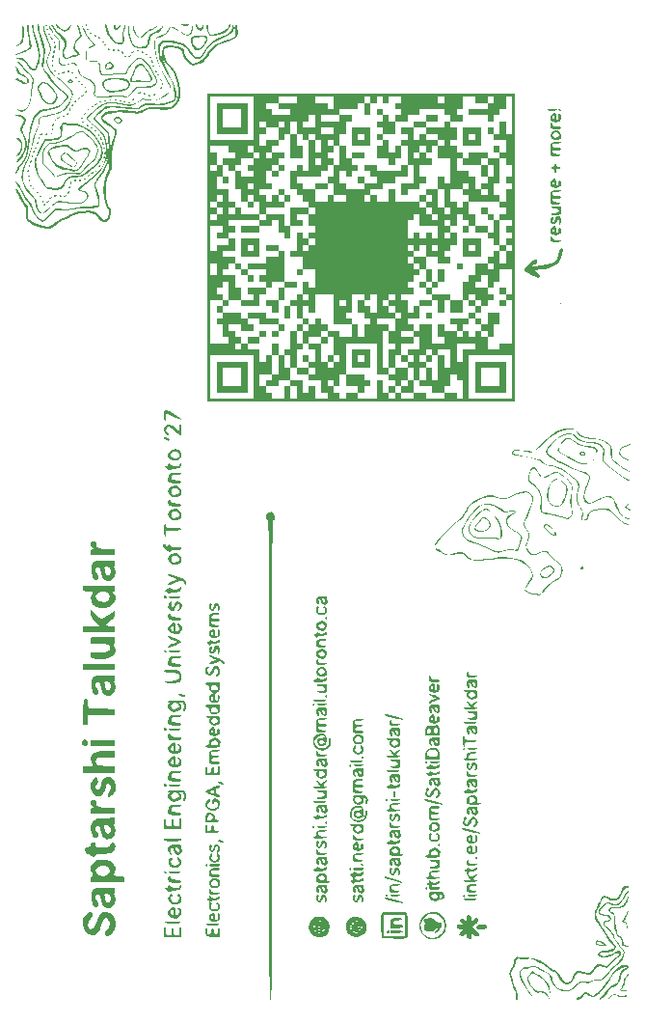
<source format=gbr>
%TF.GenerationSoftware,KiCad,Pcbnew,8.0.5*%
%TF.CreationDate,2025-05-11T19:03:53-04:00*%
%TF.ProjectId,Business_Card,42757369-6e65-4737-935f-436172642e6b,rev?*%
%TF.SameCoordinates,Original*%
%TF.FileFunction,Legend,Top*%
%TF.FilePolarity,Positive*%
%FSLAX46Y46*%
G04 Gerber Fmt 4.6, Leading zero omitted, Abs format (unit mm)*
G04 Created by KiCad (PCBNEW 8.0.5) date 2025-05-11 19:03:53*
%MOMM*%
%LPD*%
G01*
G04 APERTURE LIST*
%ADD10C,0.000000*%
G04 APERTURE END LIST*
D10*
%TO.C,P75*%
G36*
X155587511Y-70266172D02*
G01*
X155928912Y-70310303D01*
X156114949Y-70332664D01*
X156582563Y-70386927D01*
X156369785Y-70438000D01*
X156106351Y-70431366D01*
X155988386Y-70414988D01*
X155548255Y-70346415D01*
X155246594Y-70306049D01*
X155054966Y-70293542D01*
X154944933Y-70308541D01*
X154888057Y-70350699D01*
X154862710Y-70401143D01*
X154831575Y-70536019D01*
X154840041Y-70573227D01*
X154930819Y-70598150D01*
X155155926Y-70644163D01*
X155482586Y-70704952D01*
X155878025Y-70774206D01*
X155925182Y-70782217D01*
X156378568Y-70868105D01*
X156765479Y-70958839D01*
X157050216Y-71045192D01*
X157184624Y-71107808D01*
X157498554Y-71323799D01*
X157734508Y-71458219D01*
X157946215Y-71535927D01*
X158187406Y-71581780D01*
X158218178Y-71585964D01*
X158517827Y-71637270D01*
X158778341Y-71716324D01*
X159041271Y-71843374D01*
X159348168Y-72038673D01*
X159740584Y-72322468D01*
X159761617Y-72338165D01*
X160145786Y-72633656D01*
X160407227Y-72865597D01*
X160564177Y-73064267D01*
X160634869Y-73259942D01*
X160637539Y-73482901D01*
X160597898Y-73726733D01*
X160516776Y-74222258D01*
X160504129Y-74600279D01*
X160564220Y-74899981D01*
X160701313Y-75160546D01*
X160762892Y-75243005D01*
X160951979Y-75565089D01*
X160987010Y-75887933D01*
X160886844Y-76229166D01*
X160873120Y-76346727D01*
X160990575Y-76377333D01*
X161188064Y-76315445D01*
X161323928Y-76117382D01*
X161380670Y-75933904D01*
X161482491Y-75706255D01*
X161675400Y-75550380D01*
X161981701Y-75456591D01*
X162423697Y-75415200D01*
X162583196Y-75411584D01*
X163299006Y-75403666D01*
X163877891Y-76010089D01*
X164178399Y-76312395D01*
X164410066Y-76509600D01*
X164610061Y-76628649D01*
X164815551Y-76696487D01*
X164828889Y-76699522D01*
X165011809Y-76749482D01*
X165052549Y-76782884D01*
X165002129Y-76791599D01*
X164665328Y-76727591D01*
X164297613Y-76515670D01*
X163920394Y-76168973D01*
X163841147Y-76079304D01*
X163526693Y-75750867D01*
X163236083Y-75553705D01*
X162920085Y-75466337D01*
X162529470Y-75467286D01*
X162454751Y-75474408D01*
X162000729Y-75546666D01*
X161695352Y-75657503D01*
X161520598Y-75815561D01*
X161468594Y-75947348D01*
X161382955Y-76229266D01*
X161255919Y-76375559D01*
X161057467Y-76419552D01*
X161043106Y-76419666D01*
X160908280Y-76413654D01*
X160839659Y-76371117D01*
X160827800Y-76255310D01*
X160863258Y-76029485D01*
X160897736Y-75853995D01*
X160886360Y-75629927D01*
X160750713Y-75376594D01*
X160713980Y-75326937D01*
X160511089Y-74996864D01*
X160412908Y-74651188D01*
X160411954Y-74242975D01*
X160476569Y-73837881D01*
X160538566Y-73435621D01*
X160520603Y-73146681D01*
X160408784Y-72928470D01*
X160189213Y-72738394D01*
X160098654Y-72679494D01*
X159890024Y-72538021D01*
X159633566Y-72349100D01*
X159528334Y-72267478D01*
X159119764Y-71977236D01*
X158746800Y-71795360D01*
X158345629Y-71693139D01*
X158208074Y-71673445D01*
X157762655Y-71562495D01*
X157429118Y-71365464D01*
X157251789Y-71235444D01*
X157077484Y-71135963D01*
X156872728Y-71056746D01*
X156604045Y-70987519D01*
X156237960Y-70918009D01*
X155740996Y-70837941D01*
X155679165Y-70828396D01*
X155263493Y-70760385D01*
X154989199Y-70703292D01*
X154829434Y-70648706D01*
X154757350Y-70588215D01*
X154744667Y-70535612D01*
X154814977Y-70334991D01*
X155012501Y-70228721D01*
X155315001Y-70227342D01*
X155587511Y-70266172D01*
G37*
G36*
X159986861Y-68327935D02*
G01*
X160154760Y-68378111D01*
X160165515Y-68387424D01*
X160129272Y-68426342D01*
X159957450Y-68453321D01*
X159714158Y-68462755D01*
X159251079Y-68509933D01*
X158806019Y-68657444D01*
X158353485Y-68919073D01*
X157867987Y-69308610D01*
X157498535Y-69661093D01*
X157138143Y-70009260D01*
X156852205Y-70243659D01*
X156607244Y-70381002D01*
X156603012Y-70382018D01*
X157300282Y-69714307D01*
X157811107Y-69247964D01*
X158252899Y-68898355D01*
X158655276Y-68644583D01*
X159047857Y-68465752D01*
X159093507Y-68449120D01*
X159402166Y-68366551D01*
X159717974Y-68325119D01*
X159986861Y-68327935D01*
G37*
G36*
X156596231Y-70388512D02*
G01*
X156582563Y-70386927D01*
X156603012Y-70382018D01*
X156596231Y-70388512D01*
G37*
G36*
X160183847Y-68897558D02*
G01*
X160371006Y-69055316D01*
X160702010Y-69331227D01*
X161036986Y-69476643D01*
X161440128Y-69519331D01*
X161443687Y-69519333D01*
X161905069Y-69558919D01*
X162309335Y-69668254D01*
X162612853Y-69833202D01*
X162711619Y-69930097D01*
X162811027Y-70087120D01*
X162850642Y-70262608D01*
X162840994Y-70519731D01*
X162828815Y-70633083D01*
X162809799Y-70918848D01*
X162819867Y-71146311D01*
X162843892Y-71237675D01*
X162959526Y-71371622D01*
X163177965Y-71573543D01*
X163466762Y-71818097D01*
X163793465Y-72079942D01*
X164125627Y-72333739D01*
X164430797Y-72554145D01*
X164676526Y-72715820D01*
X164830364Y-72793424D01*
X164838614Y-72795423D01*
X165025990Y-72851997D01*
X165120135Y-72912151D01*
X165076273Y-72933121D01*
X164915781Y-72905062D01*
X164824973Y-72880049D01*
X164634425Y-72788024D01*
X164360211Y-72611489D01*
X164033660Y-72375655D01*
X163686104Y-72105733D01*
X163348871Y-71826936D01*
X163053293Y-71564475D01*
X162830700Y-71343562D01*
X162712422Y-71189408D01*
X162706121Y-71174994D01*
X162686135Y-70986528D01*
X162715799Y-70735345D01*
X162726261Y-70690380D01*
X162774450Y-70337946D01*
X162709459Y-70066817D01*
X162519076Y-69865990D01*
X162191088Y-69724460D01*
X161713283Y-69631222D01*
X161527085Y-69609821D01*
X161121884Y-69559816D01*
X160835503Y-69493030D01*
X160617473Y-69388703D01*
X160417327Y-69226075D01*
X160295660Y-69103286D01*
X160010630Y-68897801D01*
X159682413Y-68844767D01*
X159295912Y-68943066D01*
X159135544Y-69017348D01*
X158811726Y-69220255D01*
X158472760Y-69492979D01*
X158168336Y-69790175D01*
X157948143Y-70066501D01*
X157905117Y-70140136D01*
X157826220Y-70326606D01*
X157844743Y-70464389D01*
X157939630Y-70610194D01*
X158089645Y-70744137D01*
X158363838Y-70925436D01*
X158729653Y-71137353D01*
X159154535Y-71363147D01*
X159605928Y-71586079D01*
X160051277Y-71789407D01*
X160458027Y-71956392D01*
X160760437Y-72060654D01*
X161160003Y-72193531D01*
X161419971Y-72329892D01*
X161552094Y-72499189D01*
X161568123Y-72730868D01*
X161479810Y-73054379D01*
X161317415Y-73456333D01*
X161152418Y-73920526D01*
X161104810Y-74286020D01*
X161172954Y-74574561D01*
X161226468Y-74665161D01*
X161373236Y-74802214D01*
X161570172Y-74840341D01*
X161842403Y-74777047D01*
X162215052Y-74609840D01*
X162316518Y-74557000D01*
X162786186Y-74342859D01*
X163157717Y-74258032D01*
X163445781Y-74305543D01*
X163665046Y-74488416D01*
X163830180Y-74809676D01*
X163852417Y-74873694D01*
X164024168Y-75302665D01*
X164231896Y-75684248D01*
X164446387Y-75967302D01*
X164512673Y-76029543D01*
X164693329Y-76130967D01*
X164926355Y-76210133D01*
X165100205Y-76254321D01*
X165116737Y-76274436D01*
X164983849Y-76283515D01*
X164971113Y-76284000D01*
X164716836Y-76218018D01*
X164440239Y-76023468D01*
X164174734Y-75731681D01*
X163953733Y-75373990D01*
X163917042Y-75295560D01*
X163808793Y-75032474D01*
X163736981Y-74822845D01*
X163719334Y-74737041D01*
X163645211Y-74567636D01*
X163462969Y-74423433D01*
X163232794Y-74348256D01*
X163181386Y-74345333D01*
X162996182Y-74382812D01*
X162718670Y-74481705D01*
X162404845Y-74621694D01*
X162364667Y-74641666D01*
X162045661Y-74785999D01*
X161750828Y-74891451D01*
X161538654Y-74937451D01*
X161522066Y-74938000D01*
X161264899Y-74869193D01*
X161099340Y-74675559D01*
X161027911Y-74376275D01*
X161053136Y-73990521D01*
X161177539Y-73537475D01*
X161299276Y-73244666D01*
X161416308Y-72970715D01*
X161495453Y-72741682D01*
X161517173Y-72632785D01*
X161435369Y-72456883D01*
X161194602Y-72297437D01*
X160804936Y-72160651D01*
X160713667Y-72137438D01*
X160381031Y-72038101D01*
X160050730Y-71910663D01*
X159951667Y-71864281D01*
X159730620Y-71753607D01*
X159408127Y-71593211D01*
X159034665Y-71408166D01*
X158792059Y-71288305D01*
X158300340Y-71019991D01*
X157965358Y-70774181D01*
X157777640Y-70540993D01*
X157727716Y-70310544D01*
X157749211Y-70200205D01*
X157853960Y-70025782D01*
X158059492Y-69789117D01*
X158328041Y-69525321D01*
X158621837Y-69269501D01*
X158903114Y-69056768D01*
X159114342Y-68931166D01*
X159532625Y-68780931D01*
X159879032Y-68768731D01*
X160183847Y-68897558D01*
G37*
G36*
X165084087Y-74827451D02*
G01*
X164977420Y-74992413D01*
X164904212Y-75065281D01*
X164822180Y-75188788D01*
X164880674Y-75333181D01*
X165010500Y-75427331D01*
X165118809Y-75496164D01*
X165104547Y-75524936D01*
X164972402Y-75480065D01*
X164824524Y-75382021D01*
X164640955Y-75233376D01*
X164910353Y-74937521D01*
X165051026Y-74795876D01*
X165103631Y-74773056D01*
X165084087Y-74827451D01*
G37*
G36*
X160427418Y-68585294D02*
G01*
X160558618Y-68699348D01*
X160656789Y-68792218D01*
X160825125Y-68946872D01*
X160969711Y-69047067D01*
X161136493Y-69108478D01*
X161371414Y-69146784D01*
X161720421Y-69177660D01*
X161805362Y-69184128D01*
X162425973Y-69267939D01*
X162897750Y-69418287D01*
X163230308Y-69641973D01*
X163433260Y-69945795D01*
X163516219Y-70336555D01*
X163518743Y-70396065D01*
X163527106Y-70678335D01*
X163535946Y-70907253D01*
X163539909Y-70981393D01*
X163615193Y-71095704D01*
X163816704Y-71275535D01*
X164123226Y-71503136D01*
X164333167Y-71645057D01*
X164729516Y-71906822D01*
X164990381Y-72083708D01*
X165123203Y-72181642D01*
X165135424Y-72206551D01*
X165034486Y-72164361D01*
X164904667Y-72100197D01*
X164583933Y-71920586D01*
X164243310Y-71702181D01*
X163924229Y-71474625D01*
X163668124Y-71267565D01*
X163516425Y-71110646D01*
X163511455Y-71103330D01*
X163429645Y-70863021D01*
X163404137Y-70494824D01*
X163405829Y-70420285D01*
X163408274Y-70133554D01*
X163375869Y-69954019D01*
X163286516Y-69820023D01*
X163144846Y-69692166D01*
X162760382Y-69450864D01*
X162292883Y-69311694D01*
X161710705Y-69265386D01*
X161687504Y-69265333D01*
X161178473Y-69209090D01*
X160783564Y-69035886D01*
X160488374Y-68739014D01*
X160457432Y-68692342D01*
X160397429Y-68584832D01*
X160427418Y-68585294D01*
G37*
G36*
X165114865Y-69753669D02*
G01*
X165038017Y-69809507D01*
X164862125Y-69887544D01*
X164720939Y-69936769D01*
X164422173Y-70069006D01*
X164269372Y-70241651D01*
X164239672Y-70482047D01*
X164242382Y-70509047D01*
X164288868Y-70663061D01*
X164412060Y-70794497D01*
X164648454Y-70938480D01*
X164735334Y-70983510D01*
X164940140Y-71094423D01*
X165031861Y-71159091D01*
X164991030Y-71163735D01*
X164989334Y-71163284D01*
X164745844Y-71078824D01*
X164559834Y-70995856D01*
X164281224Y-70790115D01*
X164155977Y-70551654D01*
X164177638Y-70303719D01*
X164339752Y-70069556D01*
X164635864Y-69872411D01*
X164898956Y-69774607D01*
X165074551Y-69736534D01*
X165114865Y-69753669D01*
G37*
G36*
X164033796Y-118048755D02*
G01*
X164063749Y-118065594D01*
X164295316Y-118164595D01*
X164509073Y-118149173D01*
X164557550Y-118133632D01*
X164762520Y-118093865D01*
X164901032Y-118115754D01*
X164895415Y-118165746D01*
X164741865Y-118216522D01*
X164609349Y-118240422D01*
X164326500Y-118263986D01*
X164146272Y-118223590D01*
X164064979Y-118166649D01*
X163843533Y-118046810D01*
X163604684Y-118084111D01*
X163347434Y-118266167D01*
X163190029Y-118407877D01*
X163140278Y-118437686D01*
X163181373Y-118358511D01*
X163225508Y-118287333D01*
X163453670Y-118052207D01*
X163732704Y-117970140D01*
X164033796Y-118048755D01*
G37*
G36*
X164967572Y-116296026D02*
G01*
X164936056Y-116323437D01*
X164793989Y-116487441D01*
X164685533Y-116731930D01*
X164650667Y-116935197D01*
X164602584Y-117128364D01*
X164485812Y-117349399D01*
X164475568Y-117364096D01*
X164300470Y-117610000D01*
X164539068Y-117611296D01*
X164752978Y-117634821D01*
X164882835Y-117679382D01*
X164877419Y-117718513D01*
X164732870Y-117737255D01*
X164634463Y-117737301D01*
X164362348Y-117697852D01*
X164247435Y-117597879D01*
X164290550Y-117438565D01*
X164362224Y-117347281D01*
X164483233Y-117134706D01*
X164531524Y-116932998D01*
X164577312Y-116746453D01*
X164673611Y-116535088D01*
X164791765Y-116345447D01*
X164903122Y-116224072D01*
X164974951Y-116212729D01*
X164967572Y-116296026D01*
G37*
G36*
X164871752Y-115423547D02*
G01*
X164971262Y-115481365D01*
X164989334Y-115567728D01*
X164912632Y-115720791D01*
X164746316Y-115827451D01*
X164492079Y-116019311D01*
X164343346Y-116324089D01*
X164312000Y-116582143D01*
X164236714Y-116829201D01*
X164037657Y-117076022D01*
X163755036Y-117280105D01*
X163576760Y-117359358D01*
X163318506Y-117530143D01*
X163208428Y-117701681D01*
X163096812Y-117876232D01*
X162912589Y-118081705D01*
X162701764Y-118275223D01*
X162510341Y-118413910D01*
X162398355Y-118456666D01*
X162414312Y-118402383D01*
X162525209Y-118261242D01*
X162675817Y-118096833D01*
X162884869Y-117864195D01*
X163054344Y-117648312D01*
X163122734Y-117540938D01*
X163261325Y-117386970D01*
X163488327Y-117235917D01*
X163578321Y-117192673D01*
X163871488Y-117044922D01*
X164041924Y-116881644D01*
X164131794Y-116648816D01*
X164166391Y-116439262D01*
X164282611Y-116046773D01*
X164509625Y-115765049D01*
X164693000Y-115658040D01*
X164785680Y-115610088D01*
X164733010Y-115589492D01*
X164608334Y-115584849D01*
X164386163Y-115648234D01*
X164113741Y-115820701D01*
X163829812Y-116067273D01*
X163573122Y-116352972D01*
X163382415Y-116642820D01*
X163343195Y-116726969D01*
X163200214Y-116978691D01*
X162985544Y-117256257D01*
X162848875Y-117399791D01*
X162615095Y-117636748D01*
X162406681Y-117871940D01*
X162318464Y-117985402D01*
X162093230Y-118176171D01*
X161814444Y-118235511D01*
X161539454Y-118156538D01*
X161448926Y-118089778D01*
X161256174Y-117970328D01*
X161096733Y-117963666D01*
X161013747Y-118067832D01*
X161010000Y-118109717D01*
X160928747Y-118264861D01*
X160743366Y-118363717D01*
X160486942Y-118441107D01*
X160372324Y-118442096D01*
X160389685Y-118365658D01*
X160417334Y-118329667D01*
X160576997Y-118221328D01*
X160668110Y-118202667D01*
X160807615Y-118132824D01*
X160909928Y-117991000D01*
X161062976Y-117820821D01*
X161274461Y-117785221D01*
X161496051Y-117887345D01*
X161560334Y-117948666D01*
X161717672Y-118076246D01*
X161835234Y-118118000D01*
X161961117Y-118055792D01*
X162160765Y-117889807D01*
X162405373Y-117651002D01*
X162666135Y-117370336D01*
X162914249Y-117078766D01*
X163120909Y-116807250D01*
X163254197Y-116592954D01*
X163423728Y-116327056D01*
X163665786Y-116027507D01*
X163876590Y-115809156D01*
X164128592Y-115587802D01*
X164320738Y-115465730D01*
X164505609Y-115415609D01*
X164647040Y-115408666D01*
X164871752Y-115423547D01*
G37*
G36*
X164974782Y-109441125D02*
G01*
X164962789Y-109534897D01*
X164900495Y-109755214D01*
X164868200Y-109868874D01*
X164714528Y-110119906D01*
X164435005Y-110314678D01*
X164069643Y-110431036D01*
X163811206Y-110454116D01*
X163497262Y-110478852D01*
X163337117Y-110546651D01*
X163335089Y-110651847D01*
X163495496Y-110788776D01*
X163537137Y-110813602D01*
X163668406Y-110899872D01*
X163748304Y-111001780D01*
X163793582Y-111163829D01*
X163820993Y-111430524D01*
X163831982Y-111596862D01*
X163870924Y-112089698D01*
X163921052Y-112438688D01*
X163989421Y-112669268D01*
X164083088Y-112806875D01*
X164184775Y-112868581D01*
X164352664Y-113012775D01*
X164473583Y-113269942D01*
X164519480Y-113546000D01*
X164592997Y-113665316D01*
X164650998Y-113684400D01*
X164838804Y-113701460D01*
X164883500Y-113705567D01*
X164982153Y-113764984D01*
X164989334Y-113794090D01*
X164917403Y-113830506D01*
X164721412Y-113795992D01*
X164714726Y-113794090D01*
X164526938Y-113741053D01*
X164431538Y-113715698D01*
X164429214Y-113715333D01*
X164410529Y-113640888D01*
X164376917Y-113454557D01*
X164363762Y-113374217D01*
X164280065Y-113098469D01*
X164128216Y-112950830D01*
X164117592Y-112945791D01*
X163969375Y-112800176D01*
X163836573Y-112533186D01*
X163733012Y-112192773D01*
X163672515Y-111826889D01*
X163668907Y-111483486D01*
X163676900Y-111417179D01*
X163702412Y-111178306D01*
X163672251Y-111044160D01*
X163566514Y-110953952D01*
X163515983Y-110925784D01*
X163321747Y-110765137D01*
X163228230Y-110571393D01*
X163253199Y-110414091D01*
X163359921Y-110368641D01*
X163583103Y-110337657D01*
X163815510Y-110328666D01*
X164118230Y-110318472D01*
X164316163Y-110273936D01*
X164473322Y-110174132D01*
X164572513Y-110081179D01*
X164730372Y-109883797D01*
X164815305Y-109700640D01*
X164820000Y-109662843D01*
X164861706Y-109495150D01*
X164913738Y-109434061D01*
X164974782Y-109441125D01*
G37*
G36*
X164972746Y-110726014D02*
G01*
X164916502Y-110926644D01*
X164815820Y-111155829D01*
X164693948Y-111356421D01*
X164626792Y-111433404D01*
X164516755Y-111550540D01*
X164533491Y-111594569D01*
X164587372Y-111598666D01*
X164739393Y-111646181D01*
X164779371Y-111686091D01*
X164848077Y-111836271D01*
X164902859Y-112017399D01*
X164930181Y-112170752D01*
X164916508Y-112237607D01*
X164905739Y-112234329D01*
X164837407Y-112126739D01*
X164777454Y-111936362D01*
X164688675Y-111736683D01*
X164559273Y-111683333D01*
X164418111Y-111646102D01*
X164428143Y-111538521D01*
X164553007Y-111398758D01*
X164677210Y-111227634D01*
X164790629Y-110979196D01*
X164812875Y-110911727D01*
X164884813Y-110711676D01*
X164944873Y-110612164D01*
X164961307Y-110611084D01*
X164972746Y-110726014D01*
G37*
G36*
X164970874Y-108904191D02*
G01*
X164948656Y-108967645D01*
X164871547Y-109108344D01*
X164727229Y-109356209D01*
X164661049Y-109469548D01*
X164422168Y-109838108D01*
X164207018Y-110064023D01*
X163987505Y-110165854D01*
X163735537Y-110162165D01*
X163643646Y-110141777D01*
X163389876Y-110076640D01*
X163180997Y-110023729D01*
X163166992Y-110020235D01*
X163021306Y-110036254D01*
X162851136Y-110169851D01*
X162716713Y-110324686D01*
X162522164Y-110604879D01*
X162467930Y-110798638D01*
X162557605Y-110919429D01*
X162794783Y-110980725D01*
X162894088Y-110989451D01*
X163176686Y-111030224D01*
X163337527Y-111118434D01*
X163386679Y-111186567D01*
X163443185Y-111404815D01*
X163362787Y-111552898D01*
X163192824Y-111599963D01*
X162979954Y-111636549D01*
X162872667Y-111684027D01*
X162826296Y-111747681D01*
X162866807Y-111846312D01*
X163010973Y-112006092D01*
X163183884Y-112169564D01*
X163495421Y-112502296D01*
X163690010Y-112812295D01*
X163721528Y-112895624D01*
X163826420Y-113123109D01*
X164007587Y-113413800D01*
X164226619Y-113706320D01*
X164235811Y-113717415D01*
X164435397Y-113973818D01*
X164582421Y-114194289D01*
X164649260Y-114336740D01*
X164650667Y-114349439D01*
X164589994Y-114609828D01*
X164434712Y-114911715D01*
X164224927Y-115194001D01*
X164000742Y-115395586D01*
X163942354Y-115428534D01*
X163700682Y-115596465D01*
X163479626Y-115832551D01*
X163437759Y-115893287D01*
X163252275Y-116141067D01*
X163007137Y-116412209D01*
X162875831Y-116538736D01*
X162654276Y-116725080D01*
X162490773Y-116812224D01*
X162327110Y-116824079D01*
X162220330Y-116808000D01*
X161959079Y-116796297D01*
X161772142Y-116890293D01*
X161765636Y-116896093D01*
X161626454Y-116981660D01*
X161433635Y-117005525D01*
X161173350Y-116982198D01*
X160936351Y-116956689D01*
X160771349Y-116972499D01*
X160620933Y-117051872D01*
X160427691Y-117217055D01*
X160328177Y-117309674D01*
X160094341Y-117518409D01*
X159916417Y-117633889D01*
X159731491Y-117683496D01*
X159476646Y-117694617D01*
X159443667Y-117694666D01*
X159180513Y-117686265D01*
X158992489Y-117643050D01*
X158818171Y-117538008D01*
X158596136Y-117344123D01*
X158551040Y-117302081D01*
X158312384Y-117061429D01*
X158182791Y-116875590D01*
X158134312Y-116699868D01*
X158131334Y-116630892D01*
X158059697Y-116368598D01*
X157878676Y-116145592D01*
X157639109Y-116015432D01*
X157533745Y-116001333D01*
X157374500Y-115949304D01*
X157169654Y-115820318D01*
X157120231Y-115780795D01*
X156974763Y-115665841D01*
X156850103Y-115608707D01*
X156692318Y-115602129D01*
X156447479Y-115638846D01*
X156288235Y-115668757D01*
X155984002Y-115735039D01*
X155740202Y-115803341D01*
X155612500Y-115857329D01*
X155519594Y-116028742D01*
X155529412Y-116305404D01*
X155633881Y-116664512D01*
X155824927Y-117083262D01*
X156094476Y-117538849D01*
X156322945Y-117864000D01*
X156505431Y-118114933D01*
X156617397Y-118284712D01*
X156646588Y-118353542D01*
X156613119Y-118332775D01*
X156472676Y-118182341D01*
X156276974Y-117941788D01*
X156066280Y-117660814D01*
X156048301Y-117635722D01*
X155733015Y-117136329D01*
X155526919Y-116683612D01*
X155431163Y-116292352D01*
X155446896Y-115977332D01*
X155575267Y-115753332D01*
X155817428Y-115635135D01*
X155891838Y-115624227D01*
X156142351Y-115592997D01*
X156440320Y-115546607D01*
X156495702Y-115536924D01*
X156769387Y-115512584D01*
X156976259Y-115570288D01*
X157088369Y-115638797D01*
X157313086Y-115776929D01*
X157599747Y-115931384D01*
X157716146Y-115988607D01*
X158063435Y-116220695D01*
X158255709Y-116516454D01*
X158300667Y-116793810D01*
X158369649Y-116989312D01*
X158549051Y-117214184D01*
X158797559Y-117422628D01*
X158951267Y-117514988D01*
X159152783Y-117575207D01*
X159426487Y-117607992D01*
X159505969Y-117610000D01*
X159726355Y-117595123D01*
X159903766Y-117531433D01*
X160094635Y-117390339D01*
X160278303Y-117218725D01*
X160499633Y-117010191D01*
X160657021Y-116898028D01*
X160806621Y-116859230D01*
X161004588Y-116870792D01*
X161098211Y-116882812D01*
X161410903Y-116901710D01*
X161632573Y-116851400D01*
X161729432Y-116798035D01*
X162029772Y-116696853D01*
X162201175Y-116709468D01*
X162360328Y-116722026D01*
X162508570Y-116672321D01*
X162692235Y-116537320D01*
X162869234Y-116377351D01*
X163121348Y-116124955D01*
X163351634Y-115866643D01*
X163478215Y-115702909D01*
X163666923Y-115488479D01*
X163878570Y-115330869D01*
X163917310Y-115312376D01*
X164150318Y-115128748D01*
X164371620Y-114776245D01*
X164374231Y-114770934D01*
X164590843Y-114329272D01*
X164350394Y-114001136D01*
X164160582Y-113750777D01*
X163975736Y-113520233D01*
X163925743Y-113461333D01*
X163780952Y-113248115D01*
X163639060Y-112967677D01*
X163598812Y-112868666D01*
X163358132Y-112459977D01*
X163126014Y-112241580D01*
X162920994Y-112071312D01*
X162778934Y-111921275D01*
X162748179Y-111871015D01*
X162757294Y-111697307D01*
X162890227Y-111562291D01*
X163080589Y-111514000D01*
X163282447Y-111481084D01*
X163336057Y-111374425D01*
X163290042Y-111248868D01*
X163158303Y-111131360D01*
X162910237Y-111091011D01*
X162875736Y-111090666D01*
X162586064Y-111046723D01*
X162392747Y-110929993D01*
X162325692Y-110763123D01*
X162341426Y-110686050D01*
X162481415Y-110430340D01*
X162687456Y-110186177D01*
X162914200Y-109997653D01*
X163116296Y-109908862D01*
X163142837Y-109906859D01*
X163330304Y-109934132D01*
X163423000Y-109990000D01*
X163534531Y-110045154D01*
X163743396Y-110073612D01*
X163794238Y-110074666D01*
X164062723Y-110030497D01*
X164283559Y-109882576D01*
X164481589Y-109607781D01*
X164635766Y-109291500D01*
X164750548Y-109063728D01*
X164854418Y-108917962D01*
X164899906Y-108889333D01*
X164950518Y-108888061D01*
X164970874Y-108904191D01*
G37*
G36*
X164950611Y-108500723D02*
G01*
X164976885Y-108574325D01*
X164852966Y-108640952D01*
X164801663Y-108650611D01*
X164628751Y-108740707D01*
X164479039Y-108967570D01*
X164341876Y-109347402D01*
X164340588Y-109351833D01*
X164224735Y-109560474D01*
X163994056Y-109705835D01*
X163942708Y-109726403D01*
X163734299Y-109794646D01*
X163575822Y-109796669D01*
X163390690Y-109724030D01*
X163251696Y-109650257D01*
X162976874Y-109531015D01*
X162784491Y-109539344D01*
X162643270Y-109689306D01*
X162528063Y-109975606D01*
X162413728Y-110267039D01*
X162274431Y-110542466D01*
X162269732Y-110550327D01*
X162161153Y-110780679D01*
X162111056Y-110985853D01*
X162110667Y-110999464D01*
X162155266Y-111165659D01*
X162273806Y-111429362D01*
X162443397Y-111749162D01*
X162641150Y-112083651D01*
X162844177Y-112391418D01*
X162980054Y-112572333D01*
X163150407Y-112802145D01*
X163288503Y-113020834D01*
X163297354Y-113037254D01*
X163433339Y-113239882D01*
X163620951Y-113460015D01*
X163648574Y-113488266D01*
X163824686Y-113684951D01*
X163872711Y-113829581D01*
X163795563Y-113977398D01*
X163680849Y-114100182D01*
X163530759Y-114221540D01*
X163353118Y-114284643D01*
X163088150Y-114306752D01*
X162961182Y-114308000D01*
X162640210Y-114325633D01*
X162476748Y-114376926D01*
X162474139Y-114459467D01*
X162613101Y-114559021D01*
X162818910Y-114632719D01*
X163042979Y-114623079D01*
X163328461Y-114522874D01*
X163585786Y-114396111D01*
X163852041Y-114272011D01*
X164070080Y-114198876D01*
X164180504Y-114190990D01*
X164325712Y-114312697D01*
X164326272Y-114480751D01*
X164207863Y-114627836D01*
X164055544Y-114758928D01*
X163830217Y-114965737D01*
X163579174Y-115204809D01*
X163565421Y-115218166D01*
X163316599Y-115456174D01*
X163149515Y-115592686D01*
X163024883Y-115644646D01*
X162903417Y-115628993D01*
X162755894Y-115567254D01*
X162458766Y-115507090D01*
X162196637Y-115612186D01*
X161971423Y-115881729D01*
X161958013Y-115905090D01*
X161793777Y-116152138D01*
X161622471Y-116276495D01*
X161397961Y-116292861D01*
X161074112Y-116215931D01*
X161027570Y-116201501D01*
X160692811Y-116118891D01*
X160468808Y-116133191D01*
X160318937Y-116257935D01*
X160207263Y-116504593D01*
X160047441Y-116798981D01*
X159815360Y-117011598D01*
X159557271Y-117101352D01*
X159534794Y-117102000D01*
X159335481Y-117031957D01*
X159114889Y-116851918D01*
X158919622Y-116607016D01*
X158817691Y-116407555D01*
X158683520Y-116213570D01*
X158473002Y-116048733D01*
X158452471Y-116037867D01*
X158228110Y-115907792D01*
X157944891Y-115721679D01*
X157750334Y-115583027D01*
X157421914Y-115363199D01*
X157044784Y-115144205D01*
X156838166Y-115039121D01*
X156544745Y-114912071D01*
X156336467Y-114858697D01*
X156152050Y-114867624D01*
X156047793Y-114892404D01*
X155686547Y-114929254D01*
X155527194Y-114892376D01*
X155295172Y-114839322D01*
X155150071Y-114910219D01*
X155062063Y-115124599D01*
X155044420Y-115208548D01*
X154958971Y-115490580D01*
X154832666Y-115742160D01*
X154822062Y-115757544D01*
X154706824Y-115979413D01*
X154660917Y-116183737D01*
X154698312Y-116456200D01*
X154793886Y-116809112D01*
X154925617Y-117173783D01*
X155071485Y-117481523D01*
X155083775Y-117502761D01*
X155174882Y-117718679D01*
X155232792Y-117972632D01*
X155253034Y-118213989D01*
X155231136Y-118392118D01*
X155168000Y-118456666D01*
X155113656Y-118381858D01*
X155084766Y-118196278D01*
X155083334Y-118137913D01*
X155040645Y-117842045D01*
X154936548Y-117546367D01*
X154923374Y-117520710D01*
X154813447Y-117275077D01*
X154693584Y-116946500D01*
X154612472Y-116684302D01*
X154534072Y-116391987D01*
X154504415Y-116201747D01*
X154525751Y-116052829D01*
X154600330Y-115884482D01*
X154645269Y-115798671D01*
X154790985Y-115481877D01*
X154918933Y-115138176D01*
X154939929Y-115070000D01*
X155017313Y-114838574D01*
X155097900Y-114731909D01*
X155222682Y-114709702D01*
X155299925Y-114716060D01*
X155526098Y-114729638D01*
X155836911Y-114735211D01*
X156041266Y-114733648D01*
X156589793Y-114801669D01*
X157161085Y-115017603D01*
X157723971Y-115368851D01*
X157841528Y-115461352D01*
X158111310Y-115657047D01*
X158392221Y-115823702D01*
X158496325Y-115873101D01*
X158742449Y-116025210D01*
X158932540Y-116273727D01*
X158997797Y-116398640D01*
X159135563Y-116644105D01*
X159272877Y-116828259D01*
X159333366Y-116881658D01*
X159557740Y-116929588D01*
X159790884Y-116847638D01*
X159977844Y-116662810D01*
X160038519Y-116535157D01*
X160167810Y-116258120D01*
X160340402Y-116039379D01*
X160517564Y-115924240D01*
X160567259Y-115916666D01*
X160714175Y-115943328D01*
X160954165Y-116011493D01*
X161115254Y-116064833D01*
X161539567Y-116213000D01*
X161719284Y-115966531D01*
X161949644Y-115654568D01*
X162113968Y-115458677D01*
X162246404Y-115358416D01*
X162381097Y-115333337D01*
X162552196Y-115362998D01*
X162673685Y-115395099D01*
X163084334Y-115505857D01*
X163380667Y-115178624D01*
X163618181Y-114939727D01*
X163869559Y-114721068D01*
X163958690Y-114653952D01*
X164139778Y-114489499D01*
X164174324Y-114377703D01*
X164082559Y-114341877D01*
X163884712Y-114405336D01*
X163789031Y-114458428D01*
X163390968Y-114654545D01*
X163012485Y-114756211D01*
X162683931Y-114762398D01*
X162435654Y-114672078D01*
X162306407Y-114508694D01*
X162318187Y-114347053D01*
X162476424Y-114224993D01*
X162760719Y-114153247D01*
X163009802Y-114138666D01*
X163366139Y-114106626D01*
X163578819Y-114012736D01*
X163586286Y-114005619D01*
X163681343Y-113900356D01*
X163701890Y-113810724D01*
X163635927Y-113691020D01*
X163471452Y-113495544D01*
X163444167Y-113464415D01*
X163243438Y-113218979D01*
X163067255Y-112976545D01*
X163020739Y-112903820D01*
X162866169Y-112658892D01*
X162692599Y-112400017D01*
X162682072Y-112384924D01*
X162362173Y-111912458D01*
X162142818Y-111541461D01*
X162016082Y-111243366D01*
X161974041Y-110989608D01*
X162008772Y-110751622D01*
X162112351Y-110500841D01*
X162143128Y-110441978D01*
X162296740Y-110139030D01*
X162435914Y-109837041D01*
X162485303Y-109717847D01*
X162650159Y-109448166D01*
X162867875Y-109338529D01*
X163129857Y-109391472D01*
X163279703Y-109483338D01*
X163520162Y-109613048D01*
X163759447Y-109618316D01*
X163788561Y-109612391D01*
X164030204Y-109525805D01*
X164174295Y-109367304D01*
X164263726Y-109101000D01*
X164393272Y-108748123D01*
X164577712Y-108531389D01*
X164779619Y-108466000D01*
X164950611Y-108500723D01*
G37*
G36*
X162364667Y-113273598D02*
G01*
X162564164Y-113325207D01*
X162764859Y-113429509D01*
X162926093Y-113555620D01*
X163007206Y-113672654D01*
X162981925Y-113742468D01*
X162858711Y-113759158D01*
X162736783Y-113753175D01*
X162631720Y-113748020D01*
X162486288Y-113730693D01*
X162235817Y-113685416D01*
X162111548Y-113624957D01*
X162070804Y-113521706D01*
X162068376Y-113461333D01*
X162153000Y-113461333D01*
X162231487Y-113563177D01*
X162470381Y-113630164D01*
X162516685Y-113636870D01*
X162736783Y-113662197D01*
X162815515Y-113650096D01*
X162778960Y-113588352D01*
X162728352Y-113537718D01*
X162521443Y-113408271D01*
X162364667Y-113362181D01*
X162193993Y-113378070D01*
X162153000Y-113461333D01*
X162068376Y-113461333D01*
X162068334Y-113460287D01*
X162087537Y-113320359D01*
X162178415Y-113269335D01*
X162364667Y-113273598D01*
G37*
G36*
X159877456Y-69231606D02*
G01*
X160104181Y-69360358D01*
X160205847Y-69434810D01*
X160502797Y-69630762D01*
X160845887Y-69768677D01*
X161284449Y-69865810D01*
X161545270Y-69903256D01*
X161904680Y-69992895D01*
X162148669Y-70145436D01*
X162260593Y-70342416D01*
X162223803Y-70565370D01*
X162191465Y-70620000D01*
X162138802Y-70673967D01*
X162144501Y-70582408D01*
X162157890Y-70521007D01*
X162140332Y-70307974D01*
X161973698Y-70141123D01*
X161652085Y-70016586D01*
X161279200Y-69944815D01*
X160878162Y-69869826D01*
X160564478Y-69755778D01*
X160256250Y-69568890D01*
X160113008Y-69463801D01*
X159818886Y-69299568D01*
X159558172Y-69294676D01*
X159300810Y-69451680D01*
X159210509Y-69540500D01*
X159065318Y-69683051D01*
X159023633Y-69691896D01*
X159050195Y-69629509D01*
X159244588Y-69388690D01*
X159503417Y-69224928D01*
X159704864Y-69180666D01*
X159877456Y-69231606D01*
G37*
G36*
X158863105Y-70057042D02*
G01*
X158851653Y-70112000D01*
X158843386Y-70207088D01*
X158879997Y-70295870D01*
X158984106Y-70397757D01*
X159178334Y-70532158D01*
X159485303Y-70718484D01*
X159715039Y-70852833D01*
X160112163Y-71079336D01*
X160403664Y-71230769D01*
X160627509Y-71321821D01*
X160821662Y-71367180D01*
X161024090Y-71381534D01*
X161082795Y-71382000D01*
X161365858Y-71370079D01*
X161554653Y-71314095D01*
X161723688Y-71183714D01*
X161825503Y-71079638D01*
X161987986Y-70917552D01*
X162091255Y-70834131D01*
X162110667Y-70834105D01*
X162055767Y-70922286D01*
X161916251Y-71082257D01*
X161822800Y-71178800D01*
X161622343Y-71351317D01*
X161417210Y-71446352D01*
X161152511Y-71479376D01*
X160798334Y-71467570D01*
X160636140Y-71420362D01*
X160380567Y-71305649D01*
X160064669Y-71142769D01*
X159721501Y-70951060D01*
X159384115Y-70749860D01*
X159085566Y-70558506D01*
X158858907Y-70396336D01*
X158737193Y-70282688D01*
X158725297Y-70254763D01*
X158770729Y-70101531D01*
X158812535Y-70027333D01*
X158867129Y-69969360D01*
X158863105Y-70057042D01*
G37*
G36*
X161089855Y-70405359D02*
G01*
X161174768Y-70536119D01*
X161137904Y-70687617D01*
X161040825Y-70763132D01*
X160953516Y-70762240D01*
X160844873Y-70761130D01*
X160666526Y-70650683D01*
X160629047Y-70589687D01*
X160790952Y-70589687D01*
X160899980Y-70674785D01*
X160953516Y-70689708D01*
X161074353Y-70653236D01*
X161094667Y-70583875D01*
X161023447Y-70473958D01*
X160918278Y-70450666D01*
X160794146Y-70495275D01*
X160790952Y-70589687D01*
X160629047Y-70589687D01*
X160606858Y-70553574D01*
X160651071Y-70469303D01*
X160794803Y-70403630D01*
X160968265Y-70377972D01*
X161089855Y-70405359D01*
G37*
G36*
X160989500Y-80504471D02*
G01*
X161004267Y-80637975D01*
X160955858Y-80721254D01*
X160868889Y-80737783D01*
X160852260Y-80740944D01*
X160779091Y-80654702D01*
X160858756Y-80654702D01*
X160868889Y-80667111D01*
X160919223Y-80655489D01*
X160925334Y-80610666D01*
X160894355Y-80540976D01*
X160868889Y-80554222D01*
X160858756Y-80654702D01*
X160779091Y-80654702D01*
X160770070Y-80644069D01*
X160756000Y-80563336D01*
X160823883Y-80455448D01*
X160883000Y-80441333D01*
X160989500Y-80504471D01*
G37*
G36*
X156853458Y-71842670D02*
G01*
X157054222Y-72131936D01*
X157156510Y-72334500D01*
X157283397Y-72545929D01*
X157431578Y-72635700D01*
X157632738Y-72606147D01*
X157918563Y-72459607D01*
X158017969Y-72398000D01*
X158268055Y-72256198D01*
X158481480Y-72164001D01*
X158572925Y-72144000D01*
X158712232Y-72182702D01*
X158918420Y-72278553D01*
X159137677Y-72401167D01*
X159316196Y-72520157D01*
X159400165Y-72605139D01*
X159401334Y-72611791D01*
X159337868Y-72596380D01*
X159176369Y-72509691D01*
X159064349Y-72441395D01*
X158794036Y-72292216D01*
X158574215Y-72243793D01*
X158347180Y-72298637D01*
X158055229Y-72459258D01*
X158010777Y-72487227D01*
X157688445Y-72663241D01*
X157449762Y-72710034D01*
X157260698Y-72620140D01*
X157087218Y-72386094D01*
X157025043Y-72271000D01*
X156850614Y-71988683D01*
X156697032Y-71856383D01*
X156653271Y-71847666D01*
X156532243Y-71876257D01*
X156439316Y-71983130D01*
X156355961Y-72199938D01*
X156281587Y-72482666D01*
X156236559Y-72684944D01*
X156235774Y-72824212D01*
X156302417Y-72941083D01*
X156459667Y-73076166D01*
X156730706Y-73270073D01*
X156731297Y-73270490D01*
X156891527Y-73432422D01*
X157068980Y-73683005D01*
X157169452Y-73860590D01*
X157286891Y-74113924D01*
X157346767Y-74328252D01*
X157360297Y-74572851D01*
X157339319Y-74909685D01*
X157320226Y-75289994D01*
X157358354Y-75537000D01*
X157480649Y-75684007D01*
X157714061Y-75764317D01*
X158067468Y-75809560D01*
X158446460Y-75867760D01*
X158838127Y-75962920D01*
X159051103Y-76034108D01*
X159374065Y-76152070D01*
X159585455Y-76195176D01*
X159726571Y-76161400D01*
X159838713Y-76048717D01*
X159876562Y-75993623D01*
X159947386Y-75861105D01*
X159975716Y-75713532D01*
X159963738Y-75500988D01*
X159913638Y-75173552D01*
X159912712Y-75168123D01*
X159855769Y-74689801D01*
X159872418Y-74339241D01*
X159890180Y-74260666D01*
X159936135Y-74104717D01*
X159959325Y-74076544D01*
X159965819Y-74190394D01*
X159962324Y-74430000D01*
X159970819Y-74804316D01*
X160003449Y-75210752D01*
X160023679Y-75368474D01*
X160057818Y-75649248D01*
X160045679Y-75829042D01*
X159974414Y-75972877D01*
X159881470Y-76088141D01*
X159668268Y-76335000D01*
X159132634Y-76146182D01*
X158752297Y-76033002D01*
X158339192Y-75941189D01*
X158089000Y-75903360D01*
X157778350Y-75853598D01*
X157510660Y-75781973D01*
X157385157Y-75726891D01*
X157286996Y-75654062D01*
X157233174Y-75561247D01*
X157215941Y-75406374D01*
X157227546Y-75147369D01*
X157242721Y-74953714D01*
X157264708Y-74600433D01*
X157254935Y-74353680D01*
X157204927Y-74152254D01*
X157106203Y-73934958D01*
X157099897Y-73922696D01*
X156903688Y-73634242D01*
X156645316Y-73363914D01*
X156550205Y-73287696D01*
X156339632Y-73124495D01*
X156192790Y-72989413D01*
X156155962Y-72940893D01*
X156152094Y-72813939D01*
X156183966Y-72579721D01*
X156229729Y-72356022D01*
X156351177Y-71977298D01*
X156498143Y-71765439D01*
X156666834Y-71720534D01*
X156853458Y-71842670D01*
G37*
G36*
X160056222Y-73535974D02*
G01*
X160057315Y-73625666D01*
X160048979Y-73789631D01*
X160029857Y-73814506D01*
X160018785Y-73772846D01*
X160005154Y-73552236D01*
X160020494Y-73434179D01*
X160043380Y-73414388D01*
X160056222Y-73535974D01*
G37*
G36*
X159551363Y-72682403D02*
G01*
X159646307Y-72771429D01*
X159771349Y-72921736D01*
X159889627Y-73083517D01*
X159964283Y-73206967D01*
X159967481Y-73244666D01*
X159898314Y-73183591D01*
X159766675Y-73028882D01*
X159692355Y-72933843D01*
X159573483Y-72765762D01*
X159532821Y-72681246D01*
X159551363Y-72682403D01*
G37*
G36*
X158915482Y-72803457D02*
G01*
X159180865Y-72972655D01*
X159421015Y-73202607D01*
X159591524Y-73451104D01*
X159648473Y-73668000D01*
X159619036Y-73806811D01*
X159546861Y-74053786D01*
X159446962Y-74357909D01*
X159436663Y-74387666D01*
X159289846Y-74764823D01*
X159146601Y-75004624D01*
X158977693Y-75135838D01*
X158753888Y-75187234D01*
X158652178Y-75190836D01*
X158619303Y-75192000D01*
X158290711Y-75117618D01*
X158037579Y-74911311D01*
X157872380Y-74598339D01*
X157807592Y-74203960D01*
X157836640Y-73931854D01*
X157916998Y-73931854D01*
X157942431Y-74465267D01*
X157954942Y-74525208D01*
X158070679Y-74848250D01*
X158258212Y-75032662D01*
X158548257Y-75104088D01*
X158652178Y-75107333D01*
X158862308Y-75092618D01*
X159013731Y-75028372D01*
X159134321Y-74884447D01*
X159251955Y-74630693D01*
X159356708Y-74345333D01*
X159477389Y-73942595D01*
X159506319Y-73642072D01*
X159437585Y-73400016D01*
X159265274Y-73172679D01*
X159187936Y-73096500D01*
X158891246Y-72883437D01*
X158625851Y-72835356D01*
X158386988Y-72951789D01*
X158326006Y-73011833D01*
X158046898Y-73439052D01*
X157916998Y-73931854D01*
X157836640Y-73931854D01*
X157855687Y-73753435D01*
X157873554Y-73682035D01*
X157996411Y-73380359D01*
X158181780Y-73096370D01*
X158394434Y-72871892D01*
X158599150Y-72748751D01*
X158669271Y-72737224D01*
X158915482Y-72803457D01*
G37*
G36*
X156221992Y-73915803D02*
G01*
X156374500Y-74004567D01*
X156520524Y-74162446D01*
X156592011Y-74363309D01*
X156586975Y-74630322D01*
X156503429Y-74986651D01*
X156339388Y-75455461D01*
X156225556Y-75741747D01*
X156076314Y-76117008D01*
X155954592Y-76441975D01*
X155873315Y-76680830D01*
X155845334Y-76795529D01*
X155890991Y-76935565D01*
X156006205Y-77145640D01*
X156069831Y-77242514D01*
X156233395Y-77547890D01*
X156275002Y-77847928D01*
X156196252Y-78192850D01*
X156107036Y-78409333D01*
X155998923Y-78620021D01*
X155941642Y-78681764D01*
X155940224Y-78608639D01*
X155999695Y-78414722D01*
X156057000Y-78269274D01*
X156169459Y-77878036D01*
X156141797Y-77543303D01*
X155972334Y-77224000D01*
X155821114Y-76975159D01*
X155774184Y-76744171D01*
X155829803Y-76475049D01*
X155940776Y-76208000D01*
X156106199Y-75821001D01*
X156261614Y-75405140D01*
X156392476Y-75005182D01*
X156484241Y-74665891D01*
X156522364Y-74432031D01*
X156522667Y-74417122D01*
X156455377Y-74164589D01*
X156265613Y-74008051D01*
X155971533Y-73949179D01*
X155591295Y-73989648D01*
X155143055Y-74131129D01*
X154852843Y-74263270D01*
X154469011Y-74444019D01*
X154178597Y-74540578D01*
X153932986Y-74560954D01*
X153683560Y-74513155D01*
X153567001Y-74475038D01*
X153109622Y-74360523D01*
X152674916Y-74362399D01*
X152214469Y-74485600D01*
X151842720Y-74650753D01*
X151407850Y-74883139D01*
X151109284Y-75083770D01*
X150922401Y-75273599D01*
X150822584Y-75473578D01*
X150807410Y-75531837D01*
X150708540Y-75748960D01*
X150490598Y-76021798D01*
X150144818Y-76359706D01*
X149662435Y-76772041D01*
X149591417Y-76829832D01*
X149322461Y-77068691D01*
X149028097Y-77364178D01*
X148731637Y-77688438D01*
X148456391Y-78013615D01*
X148225671Y-78311854D01*
X148062787Y-78555300D01*
X147991051Y-78716100D01*
X147990523Y-78742781D01*
X148072395Y-78839888D01*
X148266580Y-78982661D01*
X148533298Y-79142325D01*
X148571042Y-79162724D01*
X149127936Y-79459994D01*
X149735990Y-79313232D01*
X150098569Y-79236273D01*
X150350781Y-79222205D01*
X150543283Y-79281517D01*
X150726730Y-79424697D01*
X150841284Y-79542102D01*
X151043978Y-79722387D01*
X151270784Y-79835289D01*
X151555209Y-79886167D01*
X151930763Y-79880383D01*
X152430957Y-79823297D01*
X152519407Y-79810552D01*
X152923575Y-79751642D01*
X153291653Y-79698805D01*
X153575146Y-79658960D01*
X153698453Y-79642355D01*
X154083321Y-79634249D01*
X154553524Y-79683691D01*
X155040045Y-79778596D01*
X155473865Y-79906881D01*
X155663032Y-79986325D01*
X156043369Y-80224380D01*
X156324701Y-80535726D01*
X156367406Y-80599851D01*
X156538398Y-80943281D01*
X156574051Y-81258320D01*
X156470509Y-81582792D01*
X156230077Y-81946627D01*
X156065152Y-82183413D01*
X155956159Y-82388000D01*
X155930000Y-82483248D01*
X156013676Y-82615232D01*
X156264959Y-82730481D01*
X156684233Y-82829143D01*
X156917170Y-82866637D01*
X157139774Y-82888071D01*
X157278011Y-82847145D01*
X157399151Y-82710663D01*
X157478539Y-82589624D01*
X157717467Y-82265369D01*
X157997533Y-82001148D01*
X158372401Y-81748702D01*
X158489610Y-81680412D01*
X158797834Y-81476423D01*
X158974635Y-81270735D01*
X159051454Y-81015285D01*
X159062667Y-80804405D01*
X159011261Y-80470528D01*
X158841828Y-80191077D01*
X158531544Y-79931369D01*
X158455596Y-79881907D01*
X158214543Y-79695126D01*
X158019070Y-79485081D01*
X157976036Y-79420305D01*
X157844413Y-79253037D01*
X157673580Y-79182744D01*
X157429744Y-79206603D01*
X157079113Y-79321791D01*
X157029266Y-79341218D01*
X156729930Y-79440593D01*
X156530973Y-79455952D01*
X156437808Y-79425230D01*
X156266084Y-79288781D01*
X156110855Y-79098375D01*
X156023363Y-78920902D01*
X156018057Y-78877328D01*
X156053643Y-78879753D01*
X156135946Y-79001661D01*
X156146645Y-79021038D01*
X156301703Y-79243383D01*
X156483326Y-79344876D01*
X156732251Y-79336025D01*
X157029515Y-79248773D01*
X157406708Y-79130889D01*
X157666651Y-79093853D01*
X157842395Y-79140517D01*
X157966988Y-79273732D01*
X158000107Y-79332493D01*
X158161488Y-79546263D01*
X158383693Y-79736598D01*
X158404447Y-79749895D01*
X158812951Y-80067708D01*
X159079136Y-80420279D01*
X159193368Y-80790962D01*
X159172191Y-81076333D01*
X159026633Y-81349294D01*
X158737570Y-81620142D01*
X158373228Y-81843549D01*
X158097456Y-82015653D01*
X157855787Y-82218820D01*
X157780561Y-82303077D01*
X157591051Y-82547382D01*
X157406637Y-82782168D01*
X157399812Y-82790773D01*
X157218624Y-83019060D01*
X156682148Y-82908252D01*
X156259590Y-82810429D01*
X155993136Y-82708704D01*
X155870879Y-82578036D01*
X155880914Y-82393386D01*
X156011335Y-82129712D01*
X156184000Y-81860528D01*
X156352910Y-81583246D01*
X156474167Y-81337750D01*
X156522302Y-81175829D01*
X156522350Y-81172518D01*
X156444737Y-80868224D01*
X156233649Y-80554342D01*
X155920196Y-80261106D01*
X155535487Y-80018752D01*
X155192984Y-79880500D01*
X154761101Y-79796338D01*
X154208759Y-79760889D01*
X153577607Y-79773936D01*
X152909298Y-79835260D01*
X152511278Y-79894539D01*
X151966415Y-79968313D01*
X151546257Y-79973296D01*
X151218305Y-79903633D01*
X150950062Y-79753466D01*
X150764088Y-79579660D01*
X150596503Y-79425539D01*
X150416952Y-79343980D01*
X150183247Y-79329203D01*
X149853199Y-79375428D01*
X149622334Y-79423221D01*
X149345773Y-79478787D01*
X149150275Y-79490070D01*
X148968054Y-79447242D01*
X148731326Y-79340474D01*
X148601268Y-79275175D01*
X148242388Y-79081537D01*
X148023130Y-78925478D01*
X147924731Y-78784676D01*
X147928427Y-78636813D01*
X147974768Y-78529915D01*
X148163636Y-78243037D01*
X148454322Y-77882401D01*
X148816885Y-77480618D01*
X149221386Y-77070295D01*
X149637884Y-76684042D01*
X149789813Y-76553102D01*
X150157611Y-76230847D01*
X150415772Y-75969905D01*
X150594427Y-75735990D01*
X150723703Y-75494814D01*
X150727714Y-75485796D01*
X150855507Y-75232501D01*
X151001729Y-75049945D01*
X151215731Y-74888144D01*
X151458134Y-74746042D01*
X151799303Y-74569714D01*
X152152421Y-74408353D01*
X152404669Y-74310013D01*
X152632342Y-74240431D01*
X152814137Y-74215493D01*
X153012939Y-74236896D01*
X153291637Y-74306339D01*
X153400579Y-74336893D01*
X153719219Y-74418832D01*
X153970176Y-74450904D01*
X154205484Y-74426461D01*
X154477176Y-74338858D01*
X154837287Y-74181447D01*
X154920866Y-74142694D01*
X155452598Y-73936414D01*
X155884134Y-73860991D01*
X156221992Y-73915803D01*
G37*
G36*
X159111190Y-52557758D02*
G01*
X159182913Y-52588653D01*
X159213775Y-52637993D01*
X159203135Y-52746595D01*
X159150350Y-52955278D01*
X159102175Y-53130953D01*
X158958064Y-53535228D01*
X158760689Y-53840171D01*
X158483547Y-54064962D01*
X158100135Y-54228782D01*
X157583948Y-54350811D01*
X157366168Y-54387329D01*
X156649667Y-54498580D01*
X156924834Y-54661211D01*
X157108367Y-54811440D01*
X157193807Y-54965046D01*
X157171129Y-55082867D01*
X157043804Y-55126000D01*
X156893182Y-55089097D01*
X156646207Y-54992181D01*
X156355389Y-54855937D01*
X156345304Y-54850833D01*
X156016833Y-54664573D01*
X155845548Y-54501772D01*
X155828809Y-54335428D01*
X155963980Y-54138539D01*
X156248421Y-53884101D01*
X156250672Y-53882265D01*
X156554671Y-53652006D01*
X156764068Y-53540287D01*
X156898449Y-53540607D01*
X156975614Y-53641717D01*
X156936441Y-53772556D01*
X156735898Y-53941772D01*
X156667173Y-53985835D01*
X156311000Y-54205568D01*
X156649667Y-54161461D01*
X157270946Y-54073974D01*
X157746111Y-53990855D01*
X158098105Y-53906849D01*
X158349874Y-53816699D01*
X158489607Y-53739970D01*
X158662539Y-53600981D01*
X158750728Y-53443022D01*
X158788593Y-53197521D01*
X158792916Y-53135673D01*
X158843358Y-52779830D01*
X158939956Y-52585023D01*
X159083936Y-52549028D01*
X159111190Y-52557758D01*
G37*
G36*
X158941843Y-49772130D02*
G01*
X159073296Y-49955997D01*
X159075481Y-50209883D01*
X159054270Y-50278833D01*
X158958404Y-50443668D01*
X158878409Y-50452401D01*
X158850363Y-50317053D01*
X158863700Y-50215333D01*
X158867846Y-50028079D01*
X158809368Y-49958482D01*
X158725696Y-50025778D01*
X158684094Y-50123021D01*
X158584692Y-50307821D01*
X158519786Y-50378481D01*
X158352474Y-50438638D01*
X158205193Y-50371691D01*
X158112634Y-50219236D01*
X158109486Y-50022867D01*
X158146612Y-49931025D01*
X158259719Y-49803016D01*
X158337522Y-49827188D01*
X158339194Y-49987836D01*
X158335435Y-50003666D01*
X158321578Y-50171157D01*
X158375470Y-50209535D01*
X158463873Y-50125612D01*
X158541980Y-49961333D01*
X158662307Y-49756681D01*
X158823502Y-49716290D01*
X158941843Y-49772130D01*
G37*
G36*
X159062667Y-57369666D02*
G01*
X159020334Y-57412000D01*
X158978000Y-57369666D01*
X159020334Y-57327333D01*
X159062667Y-57369666D01*
G37*
G36*
X158224419Y-51471671D02*
G01*
X158295425Y-51598546D01*
X158378320Y-51747304D01*
X158514462Y-51811568D01*
X158721905Y-51824000D01*
X158934751Y-51842670D01*
X159053653Y-51889342D01*
X159062667Y-51908666D01*
X158986204Y-51955462D01*
X158789344Y-51986211D01*
X158606870Y-51993333D01*
X158341844Y-51986924D01*
X158199564Y-51953304D01*
X158133536Y-51870888D01*
X158105383Y-51760500D01*
X158094460Y-51552139D01*
X158143083Y-51448240D01*
X158224419Y-51471671D01*
G37*
G36*
X158586564Y-50602317D02*
G01*
X158636374Y-50803537D01*
X158639334Y-50899722D01*
X158658417Y-51132292D01*
X158718542Y-51212131D01*
X158745167Y-51208200D01*
X158815478Y-51106015D01*
X158838391Y-50908651D01*
X158838047Y-50900494D01*
X158854310Y-50709306D01*
X158922713Y-50662036D01*
X159006742Y-50766134D01*
X159043528Y-50958390D01*
X159028023Y-51162969D01*
X158964884Y-51295250D01*
X158810343Y-51369541D01*
X158586126Y-51400665D01*
X158584868Y-51400666D01*
X158385334Y-51354554D01*
X158317750Y-51338935D01*
X158152016Y-51182141D01*
X158104832Y-50972889D01*
X158105055Y-50972336D01*
X158300667Y-50972336D01*
X158339545Y-51134418D01*
X158385334Y-51189000D01*
X158448116Y-51159025D01*
X158470000Y-51024663D01*
X158441628Y-50863173D01*
X158385334Y-50808000D01*
X158315861Y-50878689D01*
X158300667Y-50972336D01*
X158105055Y-50972336D01*
X158193366Y-50753782D01*
X158286347Y-50659833D01*
X158471516Y-50555522D01*
X158586564Y-50602317D01*
G37*
G36*
X159047837Y-49190639D02*
G01*
X159028640Y-49445474D01*
X158940256Y-49566211D01*
X158927792Y-49571639D01*
X158746100Y-49610269D01*
X158516817Y-49621885D01*
X158300344Y-49608668D01*
X158157083Y-49572800D01*
X158131334Y-49542868D01*
X158206817Y-49488648D01*
X158396627Y-49446687D01*
X158491167Y-49437035D01*
X158723421Y-49405624D01*
X158829067Y-49340854D01*
X158851000Y-49241666D01*
X158819961Y-49130125D01*
X158698569Y-49071626D01*
X158491167Y-49046298D01*
X158236692Y-49008998D01*
X158140827Y-48956309D01*
X158195745Y-48904029D01*
X158393620Y-48867960D01*
X158583120Y-48860666D01*
X159034907Y-48860666D01*
X159047837Y-49190639D01*
G37*
G36*
X158882822Y-47436664D02*
G01*
X159034943Y-47475837D01*
X159062667Y-47506000D01*
X158986993Y-47556493D01*
X158795529Y-47586782D01*
X158681667Y-47590666D01*
X158443572Y-47601746D01*
X158330984Y-47647752D01*
X158300812Y-47747835D01*
X158300667Y-47760000D01*
X158325596Y-47865820D01*
X158429109Y-47915859D01*
X158654296Y-47929269D01*
X158681667Y-47929333D01*
X158932789Y-47945954D01*
X159047175Y-48002467D01*
X159062667Y-48056333D01*
X159013552Y-48139435D01*
X158846044Y-48177733D01*
X158675459Y-48183333D01*
X158437011Y-48193783D01*
X158329442Y-48235511D01*
X158315030Y-48324080D01*
X158316356Y-48331500D01*
X158392300Y-48437931D01*
X158590099Y-48494357D01*
X158703564Y-48505701D01*
X158957475Y-48542256D01*
X159053680Y-48593514D01*
X159001255Y-48644905D01*
X158809277Y-48681853D01*
X158587942Y-48691333D01*
X158310674Y-48681445D01*
X158175346Y-48647129D01*
X158155464Y-48581412D01*
X158156775Y-48577822D01*
X158155581Y-48409772D01*
X158129408Y-48349551D01*
X158104296Y-48183359D01*
X158131334Y-48098666D01*
X158158040Y-47920257D01*
X158131334Y-47844666D01*
X158087009Y-47660040D01*
X158192343Y-47519477D01*
X158430337Y-47437061D01*
X158642312Y-47421333D01*
X158882822Y-47436664D01*
G37*
G36*
X158586564Y-46453650D02*
G01*
X158636374Y-46654870D01*
X158639334Y-46751055D01*
X158658417Y-46983625D01*
X158718542Y-47063464D01*
X158745167Y-47059534D01*
X158815478Y-46957348D01*
X158838391Y-46759984D01*
X158838047Y-46751827D01*
X158854310Y-46560639D01*
X158922713Y-46513369D01*
X159006742Y-46617467D01*
X159043528Y-46809723D01*
X159028023Y-47014302D01*
X158964884Y-47146583D01*
X158810343Y-47220874D01*
X158586126Y-47251999D01*
X158584868Y-47252000D01*
X158385334Y-47205887D01*
X158317750Y-47190268D01*
X158152016Y-47033475D01*
X158104832Y-46824223D01*
X158105055Y-46823670D01*
X158300667Y-46823670D01*
X158339545Y-46985751D01*
X158385334Y-47040333D01*
X158448116Y-47010358D01*
X158470000Y-46875997D01*
X158441628Y-46714507D01*
X158385334Y-46659333D01*
X158315861Y-46730022D01*
X158300667Y-46823670D01*
X158105055Y-46823670D01*
X158193366Y-46605115D01*
X158286347Y-46511166D01*
X158471516Y-46406856D01*
X158586564Y-46453650D01*
G37*
G36*
X158882822Y-43203331D02*
G01*
X159034943Y-43242503D01*
X159062667Y-43272666D01*
X158986993Y-43323160D01*
X158795529Y-43353448D01*
X158681667Y-43357333D01*
X158443572Y-43368413D01*
X158330984Y-43414418D01*
X158300812Y-43514502D01*
X158300667Y-43526666D01*
X158325596Y-43632486D01*
X158429109Y-43682526D01*
X158654296Y-43695935D01*
X158681667Y-43696000D01*
X158932789Y-43712620D01*
X159047175Y-43769134D01*
X159062667Y-43823000D01*
X159013552Y-43906102D01*
X158846044Y-43944400D01*
X158675459Y-43950000D01*
X158437011Y-43960450D01*
X158329442Y-44002178D01*
X158315030Y-44090747D01*
X158316356Y-44098166D01*
X158392300Y-44204597D01*
X158590099Y-44261024D01*
X158703564Y-44272368D01*
X158957475Y-44308922D01*
X159053680Y-44360181D01*
X159001255Y-44411571D01*
X158809277Y-44448520D01*
X158587942Y-44458000D01*
X158310674Y-44448111D01*
X158175346Y-44413796D01*
X158155464Y-44348079D01*
X158156775Y-44344489D01*
X158155581Y-44176439D01*
X158129408Y-44116217D01*
X158104296Y-43950026D01*
X158131334Y-43865333D01*
X158158040Y-43686924D01*
X158131334Y-43611333D01*
X158087009Y-43426706D01*
X158192343Y-43286143D01*
X158430337Y-43203728D01*
X158642312Y-43188000D01*
X158882822Y-43203331D01*
G37*
G36*
X158814732Y-42225821D02*
G01*
X158847589Y-42239707D01*
X159009484Y-42394559D01*
X159069637Y-42620556D01*
X159015894Y-42845150D01*
X158961067Y-42917066D01*
X158764418Y-43009958D01*
X158565123Y-43010514D01*
X158510784Y-43010666D01*
X158279735Y-42927136D01*
X158184814Y-42839554D01*
X158110806Y-42626411D01*
X158317357Y-42626411D01*
X158404009Y-42782630D01*
X158565123Y-42848135D01*
X158739486Y-42825338D01*
X158865882Y-42716656D01*
X158893334Y-42603696D01*
X158823194Y-42443234D01*
X158735928Y-42387452D01*
X158508983Y-42370620D01*
X158355409Y-42461639D01*
X158317357Y-42626411D01*
X158110806Y-42626411D01*
X158107162Y-42615916D01*
X158164927Y-42412315D01*
X158324509Y-42259160D01*
X158552311Y-42186859D01*
X158814732Y-42225821D01*
G37*
G36*
X158220810Y-41536000D02*
G01*
X158273907Y-41655481D01*
X158334721Y-41769908D01*
X158470325Y-41822127D01*
X158691542Y-41833333D01*
X158939067Y-41850825D01*
X159049592Y-41909998D01*
X159062667Y-41960333D01*
X159020135Y-42037624D01*
X158871298Y-42076987D01*
X158606610Y-42087333D01*
X158342768Y-42081956D01*
X158202518Y-42049919D01*
X158140145Y-41967365D01*
X158112726Y-41829605D01*
X158110678Y-41633923D01*
X158155229Y-41526847D01*
X158220810Y-41536000D01*
G37*
G36*
X158573402Y-40666190D02*
G01*
X158625836Y-40748981D01*
X158639237Y-40953653D01*
X158639334Y-40987833D01*
X158657889Y-41222903D01*
X158716541Y-41305715D01*
X158745167Y-41301998D01*
X158815453Y-41194089D01*
X158832286Y-40964875D01*
X158831306Y-40947130D01*
X158827590Y-40748522D01*
X158860432Y-40688987D01*
X158937139Y-40733888D01*
X159038053Y-40910718D01*
X159054807Y-41146310D01*
X158986876Y-41353908D01*
X158941198Y-41405410D01*
X158775949Y-41468241D01*
X158546109Y-41479755D01*
X158540962Y-41479277D01*
X158385334Y-41425152D01*
X158299001Y-41395126D01*
X158153188Y-41228949D01*
X158118118Y-41071333D01*
X158300667Y-41071333D01*
X158340708Y-41231328D01*
X158385334Y-41283000D01*
X158444998Y-41249578D01*
X158469922Y-41083850D01*
X158470000Y-41071333D01*
X158447455Y-40899230D01*
X158389363Y-40857420D01*
X158385334Y-40859666D01*
X158313468Y-40979438D01*
X158300667Y-41071333D01*
X158118118Y-41071333D01*
X158108145Y-41026512D01*
X158168496Y-40833579D01*
X158338863Y-40695914D01*
X158458536Y-40663278D01*
X158573402Y-40666190D01*
G37*
G36*
X159045243Y-40377503D02*
G01*
X159062667Y-40443389D01*
X159013438Y-40542135D01*
X158962125Y-40543930D01*
X158850317Y-40459658D01*
X158836101Y-40358204D01*
X158928611Y-40309333D01*
X159045243Y-40377503D01*
G37*
G36*
X158623457Y-45121579D02*
G01*
X158639334Y-45220000D01*
X158699202Y-45361504D01*
X158808667Y-45389333D01*
X158946247Y-45424789D01*
X158978000Y-45474000D01*
X158907088Y-45542790D01*
X158808667Y-45558666D01*
X158667163Y-45618535D01*
X158639334Y-45728000D01*
X158603877Y-45865580D01*
X158554667Y-45897333D01*
X158485877Y-45826421D01*
X158470000Y-45728000D01*
X158410132Y-45586496D01*
X158300667Y-45558666D01*
X158163086Y-45523210D01*
X158131334Y-45474000D01*
X158202246Y-45405210D01*
X158300667Y-45389333D01*
X158442171Y-45329465D01*
X158470000Y-45220000D01*
X158505456Y-45082419D01*
X158554667Y-45050666D01*
X158623457Y-45121579D01*
G37*
G36*
X158513348Y-40323252D02*
G01*
X158682490Y-40359156D01*
X158724000Y-40394000D01*
X158647448Y-40440366D01*
X158449976Y-40471119D01*
X158258334Y-40478666D01*
X158003319Y-40464748D01*
X157834177Y-40428844D01*
X157792667Y-40394000D01*
X157869219Y-40347633D01*
X158066691Y-40316880D01*
X158258334Y-40309333D01*
X158513348Y-40323252D01*
G37*
G36*
X157978333Y-76788098D02*
G01*
X157988878Y-76793655D01*
X158144072Y-76919154D01*
X158326418Y-77121665D01*
X158495658Y-77348658D01*
X158611532Y-77547606D01*
X158639334Y-77642351D01*
X158571238Y-77751182D01*
X158505812Y-77788551D01*
X158473457Y-77780262D01*
X158385058Y-77757615D01*
X158195383Y-77632760D01*
X157976372Y-77450067D01*
X157767612Y-77245617D01*
X157608687Y-77055491D01*
X157559473Y-76956559D01*
X157623334Y-76956559D01*
X157682234Y-77062604D01*
X157830803Y-77223074D01*
X158026844Y-77401688D01*
X158228159Y-77562161D01*
X158392552Y-77668212D01*
X158473457Y-77687530D01*
X158492203Y-77587960D01*
X158419879Y-77407563D01*
X158280321Y-77189891D01*
X158097363Y-76978498D01*
X158072141Y-76954226D01*
X157898598Y-76850304D01*
X157732589Y-76835208D01*
X157632213Y-76908634D01*
X157623334Y-76956559D01*
X157559473Y-76956559D01*
X157539183Y-76915771D01*
X157538667Y-76907025D01*
X157606589Y-76779796D01*
X157772214Y-76735351D01*
X157978333Y-76788098D01*
G37*
G36*
X156874325Y-116162202D02*
G01*
X157134994Y-116321329D01*
X157359456Y-116485847D01*
X157422558Y-116542220D01*
X157621574Y-116728992D01*
X157776296Y-116863119D01*
X157915583Y-117066796D01*
X158006099Y-117388340D01*
X158009990Y-117413453D01*
X158055671Y-117659679D01*
X158104219Y-117827131D01*
X158125997Y-117864000D01*
X158203848Y-117956215D01*
X158330454Y-118135114D01*
X158375272Y-118202666D01*
X158480281Y-118365940D01*
X158501839Y-118413579D01*
X158430226Y-118341753D01*
X158267895Y-118160333D01*
X158006867Y-117772402D01*
X157911489Y-117454498D01*
X157777958Y-117090818D01*
X157503075Y-116733940D01*
X157113237Y-116413802D01*
X156864512Y-116266897D01*
X156651228Y-116160866D01*
X156527606Y-116131999D01*
X156433229Y-116179038D01*
X156352440Y-116256226D01*
X156215678Y-116461271D01*
X156202247Y-116703368D01*
X156312085Y-117018306D01*
X156350971Y-117097370D01*
X156583498Y-117448249D01*
X156847737Y-117669588D01*
X157121381Y-117744852D01*
X157210646Y-117734662D01*
X157448195Y-117728242D01*
X157617491Y-117776207D01*
X157750365Y-117890854D01*
X157886002Y-118069316D01*
X157990442Y-118256318D01*
X158029722Y-118396585D01*
X158018307Y-118428582D01*
X157965183Y-118394302D01*
X157922393Y-118295922D01*
X157760208Y-118039238D01*
X157497552Y-117872461D01*
X157194802Y-117832563D01*
X157171132Y-117835882D01*
X156995200Y-117845770D01*
X156849237Y-117789114D01*
X156679504Y-117638101D01*
X156578543Y-117529174D01*
X156278498Y-117146080D01*
X156127900Y-116817198D01*
X156123022Y-116524543D01*
X156260142Y-116250127D01*
X156302825Y-116197536D01*
X156506317Y-115960963D01*
X156874325Y-116162202D01*
G37*
G36*
X158151827Y-80415849D02*
G01*
X158261552Y-80477990D01*
X158434700Y-80655864D01*
X158442519Y-80857643D01*
X158284824Y-81088282D01*
X158237167Y-81134814D01*
X157930072Y-81383481D01*
X157684307Y-81492337D01*
X157621840Y-81485478D01*
X157479401Y-81469838D01*
X157455000Y-81457868D01*
X157271598Y-81283378D01*
X157219727Y-81056273D01*
X157252484Y-80940862D01*
X157312477Y-80940862D01*
X157315571Y-81149686D01*
X157470917Y-81324186D01*
X157621840Y-81406964D01*
X157754580Y-81387340D01*
X157873083Y-81320426D01*
X158085755Y-81160667D01*
X158268198Y-80978053D01*
X158374456Y-80821365D01*
X158385334Y-80776668D01*
X158331588Y-80668358D01*
X158246162Y-80568257D01*
X158043709Y-80475337D01*
X157786878Y-80515211D01*
X157515805Y-80680167D01*
X157475167Y-80716368D01*
X157312477Y-80940862D01*
X157252484Y-80940862D01*
X157288189Y-80815062D01*
X157465790Y-80598254D01*
X157741334Y-80444357D01*
X157750553Y-80441261D01*
X157981899Y-80385755D01*
X158151827Y-80415849D01*
G37*
G36*
X152847053Y-74968683D02*
G01*
X153291408Y-75143546D01*
X153609433Y-75320993D01*
X153934443Y-75510048D01*
X154154164Y-75613587D01*
X154301524Y-75643917D01*
X154402276Y-75617326D01*
X154606078Y-75553482D01*
X154823767Y-75530666D01*
X155024131Y-75572918D01*
X155082631Y-75675769D01*
X154996583Y-75803362D01*
X154850500Y-75887520D01*
X154536194Y-76061223D01*
X154367723Y-76263788D01*
X154321334Y-76501273D01*
X154360290Y-76764560D01*
X154494825Y-76977168D01*
X154751435Y-77170282D01*
X155002795Y-77303296D01*
X155366399Y-77517764D01*
X155570190Y-77736748D01*
X155623559Y-77971361D01*
X155615618Y-78028333D01*
X155566431Y-78199675D01*
X155476237Y-78459539D01*
X155403613Y-78651279D01*
X155225603Y-79104892D01*
X154829544Y-79052353D01*
X154309241Y-79064292D01*
X154070432Y-79127907D01*
X153753182Y-79219699D01*
X153474004Y-79241737D01*
X153441834Y-79235584D01*
X153185731Y-79186597D01*
X152841195Y-79046857D01*
X152521362Y-78884130D01*
X152149957Y-78701485D01*
X151772415Y-78541011D01*
X151454346Y-78429902D01*
X151375243Y-78409077D01*
X150943954Y-78253171D01*
X150612149Y-78018149D01*
X150403912Y-77726535D01*
X150342000Y-77442631D01*
X150343497Y-77429424D01*
X150426667Y-77429424D01*
X150469027Y-77694929D01*
X150609515Y-77911685D01*
X150868244Y-78096471D01*
X151265329Y-78266067D01*
X151535590Y-78354565D01*
X151925661Y-78490507D01*
X152311536Y-78652769D01*
X152620260Y-78810164D01*
X152664398Y-78837087D01*
X153075033Y-79056056D01*
X153441834Y-79145830D01*
X153819560Y-79114888D01*
X154046895Y-79051122D01*
X154537605Y-78953351D01*
X154810132Y-78966417D01*
X155019774Y-78991828D01*
X155143358Y-78958143D01*
X155237331Y-78830721D01*
X155322793Y-78651803D01*
X155429973Y-78353217D01*
X155493187Y-78052625D01*
X155499533Y-77969504D01*
X155494288Y-77801173D01*
X155447550Y-77681716D01*
X155326839Y-77574263D01*
X155099680Y-77441941D01*
X154977500Y-77376837D01*
X154637287Y-77172974D01*
X154418481Y-76975837D01*
X154295498Y-76784323D01*
X154203022Y-76569806D01*
X154191659Y-76418848D01*
X154258537Y-76247975D01*
X154275872Y-76214050D01*
X154427005Y-76020232D01*
X154608943Y-75906409D01*
X154615734Y-75904586D01*
X154821476Y-75812679D01*
X154930519Y-75722429D01*
X154981506Y-75639133D01*
X154920714Y-75615001D01*
X154743492Y-75633168D01*
X154503874Y-75677417D01*
X154324390Y-75728906D01*
X154317197Y-75731955D01*
X154168797Y-75716710D01*
X153913153Y-75599614D01*
X153639864Y-75435154D01*
X153108701Y-75156018D01*
X152616597Y-75030890D01*
X152172540Y-75061590D01*
X152030706Y-75109250D01*
X151788637Y-75268446D01*
X151508394Y-75543677D01*
X151215600Y-75897881D01*
X150935877Y-76293998D01*
X150694847Y-76694964D01*
X150518133Y-77063719D01*
X150431358Y-77363202D01*
X150426667Y-77429424D01*
X150343497Y-77429424D01*
X150372521Y-77173366D01*
X150474764Y-76884925D01*
X150664749Y-76541772D01*
X150917701Y-76165666D01*
X151330472Y-75629420D01*
X151710025Y-75247801D01*
X152076129Y-75014607D01*
X152448549Y-74923636D01*
X152847053Y-74968683D01*
G37*
G36*
X152489247Y-111881487D02*
G01*
X152537123Y-111952811D01*
X152543334Y-112059909D01*
X152532010Y-112183041D01*
X152470545Y-112247497D01*
X152317696Y-112272177D01*
X152071778Y-112276000D01*
X151803884Y-112270680D01*
X151666792Y-112243735D01*
X151622049Y-112178684D01*
X151627278Y-112085500D01*
X151665056Y-111971575D01*
X151766219Y-111909063D01*
X151974874Y-111877753D01*
X152098834Y-111869409D01*
X152357269Y-111859737D01*
X152489247Y-111881487D01*
G37*
G36*
X151503218Y-100563371D02*
G01*
X151658559Y-100722850D01*
X151676038Y-100972513D01*
X151671398Y-101130096D01*
X151769809Y-101182046D01*
X151835408Y-101184666D01*
X151988816Y-101215192D01*
X152035334Y-101269333D01*
X151956648Y-101312171D01*
X151744115Y-101341970D01*
X151433018Y-101353952D01*
X151410204Y-101354000D01*
X151130112Y-101351554D01*
X151089627Y-101351200D01*
X150899695Y-101333853D01*
X150801726Y-101288539D01*
X150757034Y-101201837D01*
X150739067Y-101121166D01*
X150746213Y-100929507D01*
X150977000Y-100929507D01*
X151032651Y-101114875D01*
X151130112Y-101169501D01*
X151367915Y-101164187D01*
X151498245Y-101049935D01*
X151512105Y-100909878D01*
X151452204Y-100769166D01*
X151294697Y-100720760D01*
X151231000Y-100719000D01*
X151049404Y-100741850D01*
X150982999Y-100838675D01*
X150977000Y-100929507D01*
X150746213Y-100929507D01*
X150750015Y-100827539D01*
X150894131Y-100613970D01*
X151146729Y-100511799D01*
X151222585Y-100507333D01*
X151503218Y-100563371D01*
G37*
G36*
X150578654Y-103414788D02*
G01*
X150838943Y-103476850D01*
X151166555Y-103563930D01*
X151535498Y-103672692D01*
X151794533Y-103767196D01*
X151928992Y-103840141D01*
X151924207Y-103884224D01*
X151829618Y-103894000D01*
X151655380Y-103871950D01*
X151395202Y-103814439D01*
X151093235Y-103734426D01*
X150793633Y-103644870D01*
X150540546Y-103558728D01*
X150378127Y-103488961D01*
X150342000Y-103457384D01*
X150358767Y-103408748D01*
X150428123Y-103393319D01*
X150578654Y-103414788D01*
G37*
G36*
X151097201Y-111083716D02*
G01*
X151162900Y-111248976D01*
X151173542Y-111332582D01*
X151200750Y-111616832D01*
X151403893Y-111425989D01*
X151559421Y-111303602D01*
X151670567Y-111298987D01*
X151740418Y-111345843D01*
X151806163Y-111425047D01*
X151786681Y-111518837D01*
X151665745Y-111667808D01*
X151573071Y-111764514D01*
X151272342Y-112072488D01*
X151569171Y-112360186D01*
X151764899Y-112559154D01*
X151847559Y-112685279D01*
X151830282Y-112778622D01*
X151736518Y-112870726D01*
X151624363Y-112924832D01*
X151499167Y-112869664D01*
X151397851Y-112781668D01*
X151188667Y-112585149D01*
X151188667Y-112853908D01*
X151168742Y-113042153D01*
X151082209Y-113114107D01*
X150977000Y-113122666D01*
X150828743Y-113097367D01*
X150772075Y-112987495D01*
X150765334Y-112853908D01*
X150765334Y-112585149D01*
X150551922Y-112785639D01*
X150400758Y-112913541D01*
X150303645Y-112929814D01*
X150197322Y-112844941D01*
X150196857Y-112844476D01*
X150111647Y-112738009D01*
X150127545Y-112640975D01*
X150255036Y-112490112D01*
X150255694Y-112489411D01*
X150456184Y-112276000D01*
X150187425Y-112276000D01*
X149999180Y-112256075D01*
X149927227Y-112169542D01*
X149918667Y-112064333D01*
X149943966Y-111916076D01*
X150053838Y-111859408D01*
X150187425Y-111852666D01*
X150456184Y-111852666D01*
X150269272Y-111653708D01*
X150149612Y-111508127D01*
X150145168Y-111416664D01*
X150214662Y-111344947D01*
X150327142Y-111288240D01*
X150449532Y-111339393D01*
X150556149Y-111431665D01*
X150765334Y-111628184D01*
X150765334Y-111311203D01*
X150777651Y-111104432D01*
X150833733Y-111022656D01*
X150955834Y-111021278D01*
X151097201Y-111083716D01*
G37*
G36*
X151217134Y-104940412D02*
G01*
X151264683Y-105060768D01*
X151273334Y-105246009D01*
X151285635Y-105459995D01*
X151333456Y-105539895D01*
X151409378Y-105529813D01*
X151499940Y-105443724D01*
X151508469Y-105259333D01*
X151498462Y-105188221D01*
X151486454Y-104982388D01*
X151541145Y-104928829D01*
X151544831Y-104929944D01*
X151663934Y-105047629D01*
X151718484Y-105255185D01*
X151689319Y-105478967D01*
X151547093Y-105652625D01*
X151324049Y-105731241D01*
X151077482Y-105717742D01*
X151019334Y-105689683D01*
X150864686Y-105615058D01*
X150744108Y-105430646D01*
X150750525Y-105338330D01*
X150934667Y-105338330D01*
X150971086Y-105473174D01*
X151019334Y-105502666D01*
X151082440Y-105430061D01*
X151104000Y-105286003D01*
X151077124Y-105141952D01*
X151019334Y-105121666D01*
X150948208Y-105241086D01*
X150934667Y-105338330D01*
X150750525Y-105338330D01*
X150758998Y-105216437D01*
X150878934Y-105022851D01*
X151057870Y-104915622D01*
X151108801Y-104910000D01*
X151217134Y-104940412D01*
G37*
G36*
X151217134Y-104009079D02*
G01*
X151264683Y-104129435D01*
X151273334Y-104314676D01*
X151285635Y-104528662D01*
X151333456Y-104608562D01*
X151409378Y-104598480D01*
X151499940Y-104512391D01*
X151508469Y-104327999D01*
X151498462Y-104256887D01*
X151486454Y-104051055D01*
X151541145Y-103997496D01*
X151544831Y-103998610D01*
X151663934Y-104116295D01*
X151718484Y-104323852D01*
X151689319Y-104547633D01*
X151547093Y-104721292D01*
X151324049Y-104799907D01*
X151077482Y-104786409D01*
X151019334Y-104758350D01*
X150864686Y-104683725D01*
X150744108Y-104499312D01*
X150750525Y-104406997D01*
X150934667Y-104406997D01*
X150971086Y-104541841D01*
X151019334Y-104571333D01*
X151082440Y-104498727D01*
X151104000Y-104354670D01*
X151077124Y-104210619D01*
X151019334Y-104190333D01*
X150948208Y-104309753D01*
X150934667Y-104406997D01*
X150750525Y-104406997D01*
X150758998Y-104285104D01*
X150878934Y-104091517D01*
X151057870Y-103984289D01*
X151108801Y-103978666D01*
X151217134Y-104009079D01*
G37*
G36*
X151551546Y-102443580D02*
G01*
X151683344Y-102629062D01*
X151730610Y-102873556D01*
X151677169Y-103110833D01*
X151566403Y-103256825D01*
X151472062Y-103301333D01*
X151368958Y-103248980D01*
X151385272Y-103141543D01*
X151442667Y-103089666D01*
X151508206Y-102972959D01*
X151527334Y-102830670D01*
X151481326Y-102660584D01*
X151372548Y-102615333D01*
X151244871Y-102688213D01*
X151142161Y-102872523D01*
X151136777Y-102890341D01*
X151009483Y-103148663D01*
X150838161Y-103277769D01*
X150660976Y-103277059D01*
X150516094Y-103145933D01*
X150443261Y-102901248D01*
X150460736Y-102719894D01*
X150529226Y-102548172D01*
X150620772Y-102426835D01*
X150707414Y-102396635D01*
X150750707Y-102453119D01*
X150722833Y-102586391D01*
X150683579Y-102622200D01*
X150613689Y-102741566D01*
X150616880Y-102910584D01*
X150680604Y-103050724D01*
X150758278Y-103089666D01*
X150865117Y-103017471D01*
X150957722Y-102843027D01*
X150960146Y-102835666D01*
X151083627Y-102544663D01*
X151228131Y-102398777D01*
X151358000Y-102370000D01*
X151551546Y-102443580D01*
G37*
G36*
X151542932Y-101538298D02*
G01*
X151674369Y-101588114D01*
X151696667Y-101643408D01*
X151726687Y-101835340D01*
X151740868Y-101878671D01*
X151730749Y-102032953D01*
X151671772Y-102148803D01*
X151508046Y-102270359D01*
X151448372Y-102260632D01*
X151335809Y-102242284D01*
X151193056Y-102077768D01*
X151149991Y-101967657D01*
X151093336Y-101830929D01*
X151286723Y-101830929D01*
X151334715Y-101987734D01*
X151413603Y-102101997D01*
X151448372Y-102116000D01*
X151513679Y-102050344D01*
X151521986Y-101907888D01*
X151475706Y-101770402D01*
X151437034Y-101731518D01*
X151323510Y-101708164D01*
X151302303Y-101720141D01*
X151286723Y-101830929D01*
X151093336Y-101830929D01*
X151062856Y-101757370D01*
X150988543Y-101701186D01*
X150952897Y-101796203D01*
X150971174Y-101987723D01*
X150995337Y-102181559D01*
X150960862Y-102246533D01*
X150904274Y-102235866D01*
X150769632Y-102103022D01*
X150736690Y-101878681D01*
X150775241Y-101710675D01*
X150843151Y-101596718D01*
X150969728Y-101540678D01*
X151204825Y-101523700D01*
X151270605Y-101523333D01*
X151542932Y-101538298D01*
G37*
G36*
X151457590Y-99076246D02*
G01*
X151620204Y-99112732D01*
X151673459Y-99171909D01*
X151672830Y-99173833D01*
X151675357Y-99335207D01*
X151704827Y-99416137D01*
X151715530Y-99604221D01*
X151666623Y-99700511D01*
X151506251Y-99816691D01*
X151428625Y-99801866D01*
X151334476Y-99783886D01*
X151187067Y-99615739D01*
X151137976Y-99498828D01*
X151094154Y-99411771D01*
X151287376Y-99411771D01*
X151353602Y-99578907D01*
X151428625Y-99642298D01*
X151510719Y-99614845D01*
X151513291Y-99486229D01*
X151447065Y-99319092D01*
X151372042Y-99255701D01*
X151289948Y-99283155D01*
X151287376Y-99411771D01*
X151094154Y-99411771D01*
X151053975Y-99331953D01*
X150980800Y-99313489D01*
X150945556Y-99423301D01*
X150970642Y-99623145D01*
X150976994Y-99787416D01*
X150911071Y-99824309D01*
X150816147Y-99730231D01*
X150773730Y-99639500D01*
X150741515Y-99376106D01*
X150841455Y-99169719D01*
X150886158Y-99132796D01*
X151033311Y-99083291D01*
X151242874Y-99065436D01*
X151457590Y-99076246D01*
G37*
G36*
X151457590Y-94419579D02*
G01*
X151620204Y-94456065D01*
X151673459Y-94515242D01*
X151672830Y-94517166D01*
X151675357Y-94678541D01*
X151704827Y-94759471D01*
X151715530Y-94947554D01*
X151666623Y-95043844D01*
X151506251Y-95160025D01*
X151428625Y-95145200D01*
X151334476Y-95127219D01*
X151187067Y-94959072D01*
X151137976Y-94842161D01*
X151094154Y-94755104D01*
X151287376Y-94755104D01*
X151353602Y-94922241D01*
X151428625Y-94985632D01*
X151510719Y-94958178D01*
X151513291Y-94829562D01*
X151447065Y-94662426D01*
X151372042Y-94599035D01*
X151289948Y-94626488D01*
X151287376Y-94755104D01*
X151094154Y-94755104D01*
X151053975Y-94675286D01*
X150980800Y-94656823D01*
X150945556Y-94766634D01*
X150970642Y-94966479D01*
X150976994Y-95130749D01*
X150911071Y-95167643D01*
X150816147Y-95073565D01*
X150773730Y-94982833D01*
X150741515Y-94719439D01*
X150841455Y-94513052D01*
X150886158Y-94476130D01*
X151033311Y-94426624D01*
X151242874Y-94408770D01*
X151457590Y-94419579D01*
G37*
G36*
X151410874Y-91286393D02*
G01*
X151605829Y-91312088D01*
X151675127Y-91359525D01*
X151672830Y-91384500D01*
X151675229Y-91546187D01*
X151704081Y-91625410D01*
X151711278Y-91811830D01*
X151645506Y-91942910D01*
X151470493Y-92085730D01*
X151250896Y-92128653D01*
X151198760Y-92119095D01*
X151028476Y-92087877D01*
X150844992Y-91979597D01*
X150742204Y-91820012D01*
X150750986Y-91733078D01*
X150951357Y-91733078D01*
X151037771Y-91888208D01*
X151198760Y-91954165D01*
X151373131Y-91932919D01*
X151499689Y-91826440D01*
X151527334Y-91714532D01*
X151453894Y-91561706D01*
X151349834Y-91505999D01*
X151110236Y-91491945D01*
X150971823Y-91587273D01*
X150951357Y-91733078D01*
X150750986Y-91733078D01*
X150761871Y-91625317D01*
X150772339Y-91604243D01*
X150808819Y-91489396D01*
X150721130Y-91450500D01*
X150641312Y-91448000D01*
X150480778Y-91419384D01*
X150426667Y-91363333D01*
X150505533Y-91320796D01*
X150719343Y-91291107D01*
X151033912Y-91278772D01*
X151068722Y-91278666D01*
X151410874Y-91286393D01*
G37*
G36*
X151457590Y-90355579D02*
G01*
X151620204Y-90392065D01*
X151673459Y-90451242D01*
X151672830Y-90453166D01*
X151675357Y-90614541D01*
X151704827Y-90695471D01*
X151715530Y-90883554D01*
X151666623Y-90979844D01*
X151506251Y-91096025D01*
X151428625Y-91081200D01*
X151334476Y-91063219D01*
X151187067Y-90895072D01*
X151137976Y-90778161D01*
X151094154Y-90691104D01*
X151287376Y-90691104D01*
X151353602Y-90858241D01*
X151428625Y-90921632D01*
X151510719Y-90894178D01*
X151513291Y-90765562D01*
X151447065Y-90598426D01*
X151372042Y-90535035D01*
X151289948Y-90562488D01*
X151287376Y-90691104D01*
X151094154Y-90691104D01*
X151053975Y-90611286D01*
X150980800Y-90592823D01*
X150945556Y-90702634D01*
X150970642Y-90902479D01*
X150976994Y-91066749D01*
X150911071Y-91103643D01*
X150816147Y-91009565D01*
X150773730Y-90918833D01*
X150741515Y-90655439D01*
X150841455Y-90449052D01*
X150886158Y-90412130D01*
X151033311Y-90362624D01*
X151242874Y-90344770D01*
X151457590Y-90355579D01*
G37*
G36*
X151381627Y-109577172D02*
G01*
X151604641Y-109605610D01*
X151696073Y-109647363D01*
X151696667Y-109651333D01*
X151617875Y-109693995D01*
X151404589Y-109723730D01*
X151091445Y-109735921D01*
X151061667Y-109736000D01*
X150741707Y-109725494D01*
X150518693Y-109697056D01*
X150427261Y-109655304D01*
X150426667Y-109651333D01*
X150505459Y-109608672D01*
X150718745Y-109578937D01*
X151031889Y-109566746D01*
X151061667Y-109566666D01*
X151381627Y-109577172D01*
G37*
G36*
X151486015Y-109241918D02*
G01*
X151655157Y-109277822D01*
X151696667Y-109312666D01*
X151620115Y-109359033D01*
X151422642Y-109389786D01*
X151231000Y-109397333D01*
X150975985Y-109383415D01*
X150806844Y-109347511D01*
X150765334Y-109312666D01*
X150841885Y-109266300D01*
X151039358Y-109235547D01*
X151231000Y-109228000D01*
X151486015Y-109241918D01*
G37*
G36*
X151551205Y-108316302D02*
G01*
X151678728Y-108363306D01*
X151654406Y-108419829D01*
X151472539Y-108468019D01*
X151336834Y-108482298D01*
X151104580Y-108513709D01*
X150998933Y-108578479D01*
X150977000Y-108677666D01*
X151008040Y-108789208D01*
X151129432Y-108847707D01*
X151336834Y-108873035D01*
X151591256Y-108910186D01*
X151687240Y-108962600D01*
X151632850Y-109014714D01*
X151436153Y-109050971D01*
X151240610Y-109058666D01*
X150976610Y-109053080D01*
X150836303Y-109020921D01*
X150774084Y-108939088D01*
X150747925Y-108809108D01*
X150742693Y-108540773D01*
X150839014Y-108381093D01*
X151059617Y-108308074D01*
X151277541Y-108296666D01*
X151551205Y-108316302D01*
G37*
G36*
X151687464Y-106836738D02*
G01*
X151677989Y-106942000D01*
X151639391Y-107078121D01*
X151531359Y-107151591D01*
X151305980Y-107192985D01*
X151279908Y-107196000D01*
X151000538Y-107252617D01*
X150883617Y-107344659D01*
X150924823Y-107478209D01*
X151013149Y-107571403D01*
X151134569Y-107665243D01*
X151236405Y-107662939D01*
X151388991Y-107558648D01*
X151415350Y-107537981D01*
X151593312Y-107428011D01*
X151680568Y-107444991D01*
X151682761Y-107450616D01*
X151646075Y-107566625D01*
X151536619Y-107673159D01*
X151385813Y-107816184D01*
X151380914Y-107918124D01*
X151522609Y-107957980D01*
X151527334Y-107958000D01*
X151664914Y-107993456D01*
X151696667Y-108042666D01*
X151617875Y-108085328D01*
X151404589Y-108115063D01*
X151091445Y-108127254D01*
X151061667Y-108127333D01*
X150741707Y-108116828D01*
X150518693Y-108088389D01*
X150427261Y-108046637D01*
X150426667Y-108042666D01*
X150501987Y-107990571D01*
X150691038Y-107960740D01*
X150780092Y-107958000D01*
X151133517Y-107958000D01*
X150949425Y-107762043D01*
X150817304Y-107564898D01*
X150765334Y-107381043D01*
X150715951Y-107230947D01*
X150638334Y-107196000D01*
X150525662Y-107150282D01*
X150511334Y-107111333D01*
X150579392Y-107035050D01*
X150631278Y-107026666D01*
X150771978Y-106961918D01*
X150800611Y-106920833D01*
X150856214Y-106858569D01*
X150899389Y-106920833D01*
X151020008Y-107005356D01*
X151222601Y-107022705D01*
X151435687Y-106977300D01*
X151583989Y-106878500D01*
X151668057Y-106787003D01*
X151687464Y-106836738D01*
G37*
G36*
X150915648Y-106241024D02*
G01*
X150934667Y-106342278D01*
X150957527Y-106452134D01*
X151055264Y-106504127D01*
X151271609Y-106518503D01*
X151315667Y-106518666D01*
X151542886Y-106535483D01*
X151679184Y-106578030D01*
X151696667Y-106603333D01*
X151620115Y-106649700D01*
X151422642Y-106680453D01*
X151231000Y-106688000D01*
X150961892Y-106680650D01*
X150821702Y-106648872D01*
X150770300Y-106578073D01*
X150765334Y-106518666D01*
X150762449Y-106349067D01*
X150758984Y-106287950D01*
X150817571Y-106207651D01*
X150843650Y-106196228D01*
X150915648Y-106241024D01*
G37*
G36*
X151668941Y-105979215D02*
G01*
X151680439Y-106004316D01*
X151639569Y-106081519D01*
X151569667Y-106095333D01*
X151464293Y-106052373D01*
X151458895Y-106004316D01*
X151546303Y-105916842D01*
X151569667Y-105913300D01*
X151668941Y-105979215D01*
G37*
G36*
X151697692Y-99969970D02*
G01*
X151694641Y-100093759D01*
X151620580Y-100222852D01*
X151506167Y-100291730D01*
X151200973Y-100336131D01*
X150858260Y-100355965D01*
X150659500Y-100350768D01*
X150543935Y-100287789D01*
X150514869Y-100176440D01*
X150580345Y-100092742D01*
X150631278Y-100084000D01*
X150771978Y-100019251D01*
X150800611Y-99978166D01*
X150856214Y-99915902D01*
X150899389Y-99978166D01*
X151000129Y-100044819D01*
X151179958Y-100078608D01*
X151370531Y-100077232D01*
X151503503Y-100038385D01*
X151527334Y-99999333D01*
X151591763Y-99917127D01*
X151612000Y-99914666D01*
X151697692Y-99969970D01*
G37*
G36*
X150877901Y-98433844D02*
G01*
X150953059Y-98539148D01*
X150958294Y-98556538D01*
X151024428Y-98671649D01*
X151174640Y-98721553D01*
X151350074Y-98729333D01*
X151565058Y-98747709D01*
X151686567Y-98793734D01*
X151696667Y-98814000D01*
X151620115Y-98860366D01*
X151422642Y-98891119D01*
X151231000Y-98898666D01*
X150961892Y-98891317D01*
X150821702Y-98859539D01*
X150770300Y-98788740D01*
X150765334Y-98729333D01*
X150762449Y-98559734D01*
X150758984Y-98498616D01*
X150791957Y-98414157D01*
X150877901Y-98433844D01*
G37*
G36*
X151458944Y-97643304D02*
G01*
X151610132Y-97736956D01*
X151685708Y-97922106D01*
X151675120Y-98133912D01*
X151567814Y-98307536D01*
X151567143Y-98308095D01*
X151480885Y-98365403D01*
X151456626Y-98317363D01*
X151482900Y-98135484D01*
X151487575Y-98110383D01*
X151503260Y-97880944D01*
X151454482Y-97799794D01*
X151366953Y-97874379D01*
X151286020Y-98052000D01*
X151160290Y-98257313D01*
X151026717Y-98306000D01*
X150841428Y-98235073D01*
X150736173Y-98062987D01*
X150742361Y-97850786D01*
X150765334Y-97798000D01*
X150880503Y-97648697D01*
X150959651Y-97656934D01*
X150975603Y-97811146D01*
X150964300Y-97882666D01*
X150951261Y-98076902D01*
X151001635Y-98127831D01*
X151089960Y-98036279D01*
X151165215Y-97876137D01*
X151265643Y-97691880D01*
X151400558Y-97638748D01*
X151458944Y-97643304D01*
G37*
G36*
X151583433Y-96719244D02*
G01*
X151686062Y-96770707D01*
X151627858Y-96830323D01*
X151407079Y-96876690D01*
X151336834Y-96882965D01*
X151101915Y-96915346D01*
X150988068Y-96985304D01*
X150949945Y-97099500D01*
X150949749Y-97216219D01*
X151020552Y-97272159D01*
X151203657Y-97289185D01*
X151309778Y-97290000D01*
X151539031Y-97306576D01*
X151677766Y-97348581D01*
X151696667Y-97374666D01*
X151617875Y-97417328D01*
X151404589Y-97447063D01*
X151091445Y-97459254D01*
X151061667Y-97459333D01*
X150741707Y-97448828D01*
X150518693Y-97420389D01*
X150427261Y-97378637D01*
X150426667Y-97374666D01*
X150497822Y-97306634D01*
X150601706Y-97290000D01*
X150728895Y-97254780D01*
X150725832Y-97129588D01*
X150735647Y-96931679D01*
X150888850Y-96785264D01*
X151163236Y-96706452D01*
X151321714Y-96697333D01*
X151583433Y-96719244D01*
G37*
G36*
X151486015Y-96372585D02*
G01*
X151655157Y-96408489D01*
X151696667Y-96443333D01*
X151620115Y-96489700D01*
X151422642Y-96520453D01*
X151231000Y-96528000D01*
X150975985Y-96514081D01*
X150806844Y-96478177D01*
X150765334Y-96443333D01*
X150841885Y-96396967D01*
X151039358Y-96366214D01*
X151231000Y-96358666D01*
X151486015Y-96372585D01*
G37*
G36*
X150574979Y-95330456D02*
G01*
X150596000Y-95469666D01*
X150605650Y-95583449D01*
X150660105Y-95646825D01*
X150797619Y-95674508D01*
X151056451Y-95681211D01*
X151146334Y-95681333D01*
X151433916Y-95693296D01*
X151630810Y-95724985D01*
X151696667Y-95766000D01*
X151618909Y-95810243D01*
X151412927Y-95840535D01*
X151146334Y-95850666D01*
X150850498Y-95854378D01*
X150685721Y-95875322D01*
X150613746Y-95928212D01*
X150596318Y-96027763D01*
X150596000Y-96062333D01*
X150567018Y-96221448D01*
X150511334Y-96274000D01*
X150466235Y-96196880D01*
X150435660Y-95995417D01*
X150426667Y-95766000D01*
X150439520Y-95495410D01*
X150473097Y-95311959D01*
X150511334Y-95258000D01*
X150574979Y-95330456D01*
G37*
G36*
X151381627Y-94083172D02*
G01*
X151604641Y-94111610D01*
X151696073Y-94153363D01*
X151696667Y-94157333D01*
X151617875Y-94199995D01*
X151404589Y-94229730D01*
X151091445Y-94241921D01*
X151061667Y-94242000D01*
X150741707Y-94231494D01*
X150518693Y-94203056D01*
X150427261Y-94161304D01*
X150426667Y-94157333D01*
X150505459Y-94114672D01*
X150718745Y-94084937D01*
X151031889Y-94072746D01*
X151061667Y-94072666D01*
X151381627Y-94083172D01*
G37*
G36*
X151681669Y-93467007D02*
G01*
X151676737Y-93690545D01*
X151648442Y-93833610D01*
X151639104Y-93848007D01*
X151524893Y-93885821D01*
X151320828Y-93902000D01*
X151087178Y-93898232D01*
X150884212Y-93876204D01*
X150772199Y-93837605D01*
X150765334Y-93823535D01*
X150840817Y-93769314D01*
X151030627Y-93727354D01*
X151125167Y-93717701D01*
X151357421Y-93686290D01*
X151463067Y-93621521D01*
X151485000Y-93522333D01*
X151453961Y-93410791D01*
X151332569Y-93352293D01*
X151125167Y-93326965D01*
X150870692Y-93289665D01*
X150774827Y-93236975D01*
X150829745Y-93184696D01*
X151027620Y-93148626D01*
X151217120Y-93141333D01*
X151668907Y-93141333D01*
X151681669Y-93467007D01*
G37*
G36*
X150927017Y-92334697D02*
G01*
X150972010Y-92374645D01*
X151178686Y-92568807D01*
X151414485Y-92383328D01*
X151592772Y-92273009D01*
X151680423Y-92289345D01*
X151682761Y-92295282D01*
X151646075Y-92411292D01*
X151536619Y-92517825D01*
X151385813Y-92660850D01*
X151380914Y-92762790D01*
X151522609Y-92802647D01*
X151527334Y-92802666D01*
X151664914Y-92838123D01*
X151696667Y-92887333D01*
X151617875Y-92929995D01*
X151404589Y-92959730D01*
X151091445Y-92971921D01*
X151061667Y-92972000D01*
X150741707Y-92961494D01*
X150518693Y-92933056D01*
X150427261Y-92891304D01*
X150426667Y-92887333D01*
X150501987Y-92835237D01*
X150691038Y-92805406D01*
X150780092Y-92802666D01*
X151133517Y-92802666D01*
X150949425Y-92606710D01*
X150811788Y-92428611D01*
X150764065Y-92304482D01*
X150803420Y-92263463D01*
X150927017Y-92334697D01*
G37*
G36*
X150915648Y-89731024D02*
G01*
X150934667Y-89832278D01*
X150957527Y-89942134D01*
X151055264Y-89994127D01*
X151271609Y-90008503D01*
X151315667Y-90008666D01*
X151542886Y-90025483D01*
X151679184Y-90068030D01*
X151696667Y-90093333D01*
X151620115Y-90139700D01*
X151422642Y-90170453D01*
X151231000Y-90178000D01*
X150961892Y-90170650D01*
X150821702Y-90138872D01*
X150770300Y-90068073D01*
X150765334Y-90008666D01*
X150762449Y-89839067D01*
X150758984Y-89777950D01*
X150817571Y-89697651D01*
X150843650Y-89686228D01*
X150915648Y-89731024D01*
G37*
G36*
X150582186Y-109285098D02*
G01*
X150596000Y-109355000D01*
X150553040Y-109460373D01*
X150504984Y-109465772D01*
X150417509Y-109378364D01*
X150413967Y-109355000D01*
X150479882Y-109255725D01*
X150504984Y-109244228D01*
X150582186Y-109285098D01*
G37*
G36*
X150593540Y-96423096D02*
G01*
X150596000Y-96443333D01*
X150531571Y-96525540D01*
X150511334Y-96528000D01*
X150429127Y-96463571D01*
X150426667Y-96443333D01*
X150491096Y-96361127D01*
X150511334Y-96358666D01*
X150593540Y-96423096D01*
G37*
G36*
X148101050Y-110806885D02*
G01*
X148446517Y-110966500D01*
X148722283Y-111226656D01*
X148906191Y-111564433D01*
X148976080Y-111956909D01*
X148909794Y-112381166D01*
X148861808Y-112507166D01*
X148637013Y-112821430D01*
X148291122Y-113028411D01*
X147841041Y-113118957D01*
X147730979Y-113122186D01*
X147725391Y-113122350D01*
X147448536Y-113111708D01*
X147260907Y-113057808D01*
X147088643Y-112928401D01*
X146942224Y-112780435D01*
X146749057Y-112558583D01*
X146651946Y-112372006D01*
X146619028Y-112145028D01*
X146616667Y-112007262D01*
X146637660Y-111861110D01*
X146720962Y-111861110D01*
X146741834Y-112202723D01*
X146871122Y-112516015D01*
X147090975Y-112775075D01*
X147383544Y-112953996D01*
X147730979Y-113026868D01*
X148115429Y-112967782D01*
X148256719Y-112910520D01*
X148489838Y-112751300D01*
X148669428Y-112550687D01*
X148780584Y-112250089D01*
X148809652Y-111890676D01*
X148756031Y-111550567D01*
X148678427Y-111379693D01*
X148404039Y-111109540D01*
X148024899Y-110953836D01*
X147720295Y-110921333D01*
X147450193Y-110954263D01*
X147218786Y-111076428D01*
X147075866Y-111196551D01*
X146826356Y-111517082D01*
X146720962Y-111861110D01*
X146637660Y-111861110D01*
X146683820Y-111539746D01*
X146885106Y-111175369D01*
X147220262Y-110914568D01*
X147289652Y-110880961D01*
X147708043Y-110770732D01*
X148101050Y-110806885D01*
G37*
G36*
X148376029Y-108981301D02*
G01*
X148571623Y-109009901D01*
X148681349Y-109069845D01*
X148730355Y-109137767D01*
X148809047Y-109334805D01*
X148775909Y-109494289D01*
X148697923Y-109613851D01*
X148585356Y-109716948D01*
X148516524Y-109716746D01*
X148510208Y-109610611D01*
X148553396Y-109537111D01*
X148609057Y-109378375D01*
X148567857Y-109221786D01*
X148451898Y-109143875D01*
X148439683Y-109143333D01*
X148367549Y-109212886D01*
X148371390Y-109341637D01*
X148344245Y-109567578D01*
X148199069Y-109732568D01*
X147982886Y-109813485D01*
X147836549Y-109797475D01*
X147742720Y-109787210D01*
X147612371Y-109714833D01*
X147497349Y-109582752D01*
X147451851Y-109387408D01*
X147451972Y-109368894D01*
X147648898Y-109368894D01*
X147692429Y-109532315D01*
X147836549Y-109621603D01*
X148019546Y-109610924D01*
X148106028Y-109560281D01*
X148212382Y-109402028D01*
X148169771Y-109265115D01*
X147997473Y-109190072D01*
X147927841Y-109185666D01*
X147735438Y-109216940D01*
X147655731Y-109331990D01*
X147648898Y-109368894D01*
X147451972Y-109368894D01*
X147453302Y-109164500D01*
X147470892Y-109064519D01*
X147535418Y-109007401D01*
X147684321Y-108981253D01*
X147955044Y-108974181D01*
X148053021Y-108974000D01*
X148376029Y-108981301D01*
G37*
G36*
X147276654Y-100874788D02*
G01*
X147536943Y-100936850D01*
X147864555Y-101023930D01*
X148233498Y-101132692D01*
X148492533Y-101227196D01*
X148626992Y-101300141D01*
X148622207Y-101344224D01*
X148527618Y-101354000D01*
X148353380Y-101331950D01*
X148093202Y-101274439D01*
X147791235Y-101194426D01*
X147491633Y-101104870D01*
X147238546Y-101018728D01*
X147076127Y-100948961D01*
X147040000Y-100917384D01*
X147056767Y-100868748D01*
X147126123Y-100853319D01*
X147276654Y-100874788D01*
G37*
G36*
X148191103Y-105183124D02*
G01*
X148364026Y-105315802D01*
X148439486Y-105495573D01*
X148392123Y-105676116D01*
X148357511Y-105844120D01*
X148369225Y-105897155D01*
X148355623Y-105956654D01*
X148241381Y-105992026D01*
X148000605Y-106008168D01*
X147929000Y-106008939D01*
X147768725Y-106010666D01*
X147431058Y-106004168D01*
X147231861Y-105980663D01*
X147140629Y-105934136D01*
X147124667Y-105883666D01*
X147195619Y-105780320D01*
X147297712Y-105756666D01*
X147430785Y-105714000D01*
X147457013Y-105650833D01*
X147459189Y-105566166D01*
X147647945Y-105566166D01*
X147651139Y-105692735D01*
X147739143Y-105746290D01*
X147929000Y-105756666D01*
X148131851Y-105743578D01*
X148210073Y-105684464D01*
X148210055Y-105566166D01*
X148150050Y-105425693D01*
X147992215Y-105377400D01*
X147929000Y-105375666D01*
X147737435Y-105405708D01*
X147656964Y-105518940D01*
X147647945Y-105566166D01*
X147459189Y-105566166D01*
X147463623Y-105393599D01*
X147583202Y-105233056D01*
X147703438Y-105169756D01*
X147958359Y-105125217D01*
X148191103Y-105183124D01*
G37*
G36*
X148194612Y-103824292D02*
G01*
X148336001Y-103927674D01*
X148418637Y-104127194D01*
X148417564Y-104326703D01*
X148303076Y-104492273D01*
X148087588Y-104591381D01*
X147833315Y-104602684D01*
X147711500Y-104568917D01*
X147494057Y-104412683D01*
X147430673Y-104186617D01*
X147473241Y-103996675D01*
X147563957Y-103834146D01*
X147638289Y-103825858D01*
X147670970Y-103956957D01*
X147658599Y-104105666D01*
X147636284Y-104301553D01*
X147685460Y-104383819D01*
X147849283Y-104401778D01*
X147917922Y-104402000D01*
X148123072Y-104387496D01*
X148209079Y-104321373D01*
X148225334Y-104190333D01*
X148196351Y-104031218D01*
X148140667Y-103978666D01*
X148059452Y-103913428D01*
X148056000Y-103887792D01*
X148122500Y-103823406D01*
X148194612Y-103824292D01*
G37*
G36*
X148249546Y-99903580D02*
G01*
X148381344Y-100089062D01*
X148428610Y-100333556D01*
X148375169Y-100570833D01*
X148264403Y-100716825D01*
X148170062Y-100761333D01*
X148066958Y-100708980D01*
X148083272Y-100601543D01*
X148140667Y-100549666D01*
X148206206Y-100432959D01*
X148225334Y-100290670D01*
X148179326Y-100120584D01*
X148070548Y-100075333D01*
X147942871Y-100148213D01*
X147840161Y-100332523D01*
X147834777Y-100350341D01*
X147707483Y-100608663D01*
X147536161Y-100737769D01*
X147358976Y-100737059D01*
X147214094Y-100605933D01*
X147141261Y-100361248D01*
X147158736Y-100179894D01*
X147227226Y-100008172D01*
X147318772Y-99886835D01*
X147405414Y-99856635D01*
X147448707Y-99913119D01*
X147420833Y-100046391D01*
X147381579Y-100082200D01*
X147311689Y-100201566D01*
X147314880Y-100370584D01*
X147378604Y-100510724D01*
X147456278Y-100549666D01*
X147563117Y-100477471D01*
X147655722Y-100303027D01*
X147658146Y-100295666D01*
X147781627Y-100004663D01*
X147926131Y-99858777D01*
X148056000Y-99830000D01*
X148249546Y-99903580D01*
G37*
G36*
X148240932Y-98998298D02*
G01*
X148372369Y-99048114D01*
X148394667Y-99103408D01*
X148424687Y-99295340D01*
X148438868Y-99338671D01*
X148428749Y-99492953D01*
X148369772Y-99608803D01*
X148206046Y-99730359D01*
X148146372Y-99720632D01*
X148033809Y-99702284D01*
X147891056Y-99537768D01*
X147847991Y-99427657D01*
X147791336Y-99290929D01*
X147984723Y-99290929D01*
X148032715Y-99447734D01*
X148111603Y-99561997D01*
X148146372Y-99576000D01*
X148211679Y-99510344D01*
X148219986Y-99367888D01*
X148173706Y-99230402D01*
X148135034Y-99191518D01*
X148021510Y-99168164D01*
X148000303Y-99180141D01*
X147984723Y-99290929D01*
X147791336Y-99290929D01*
X147760856Y-99217370D01*
X147686543Y-99161186D01*
X147650897Y-99256203D01*
X147669174Y-99447723D01*
X147693337Y-99641559D01*
X147658862Y-99706533D01*
X147602274Y-99695866D01*
X147467632Y-99563022D01*
X147434690Y-99338681D01*
X147473241Y-99170675D01*
X147541151Y-99056718D01*
X147667728Y-99000678D01*
X147902825Y-98983700D01*
X147968605Y-98983333D01*
X148240932Y-98998298D01*
G37*
G36*
X148240436Y-95437827D02*
G01*
X148354052Y-95489119D01*
X148400715Y-95610926D01*
X148408510Y-95660166D01*
X148423689Y-95887199D01*
X148413300Y-96033958D01*
X148320310Y-96202656D01*
X148166832Y-96250937D01*
X148154824Y-96246351D01*
X148001556Y-96187820D01*
X147873169Y-96022327D01*
X147842780Y-95928260D01*
X147802936Y-95822484D01*
X147986292Y-95822484D01*
X148056996Y-95963614D01*
X148154824Y-95995148D01*
X148220660Y-95908369D01*
X148225334Y-95857722D01*
X148171548Y-95712174D01*
X148092125Y-95681333D01*
X147990399Y-95744812D01*
X147986292Y-95822484D01*
X147802936Y-95822484D01*
X147769633Y-95734072D01*
X147692686Y-95684015D01*
X147649597Y-95775172D01*
X147663661Y-95942137D01*
X147668185Y-96125720D01*
X147605074Y-96171751D01*
X147510041Y-96076819D01*
X147456599Y-95961919D01*
X147441462Y-95727139D01*
X147570391Y-95547483D01*
X147821569Y-95444070D01*
X148008858Y-95427333D01*
X148240436Y-95437827D01*
G37*
G36*
X148155590Y-92556912D02*
G01*
X148318204Y-92593399D01*
X148371459Y-92652576D01*
X148370830Y-92654500D01*
X148373357Y-92815874D01*
X148402827Y-92896804D01*
X148413530Y-93084888D01*
X148364623Y-93181177D01*
X148204251Y-93297358D01*
X148126625Y-93282533D01*
X148032476Y-93264552D01*
X147885067Y-93096405D01*
X147835976Y-92979495D01*
X147792154Y-92892438D01*
X147985376Y-92892438D01*
X148051602Y-93059574D01*
X148126625Y-93122965D01*
X148208719Y-93095512D01*
X148211291Y-92966895D01*
X148145065Y-92799759D01*
X148070042Y-92736368D01*
X147987948Y-92763821D01*
X147985376Y-92892438D01*
X147792154Y-92892438D01*
X147751975Y-92812620D01*
X147678800Y-92794156D01*
X147643556Y-92903967D01*
X147668642Y-93103812D01*
X147674994Y-93268083D01*
X147609071Y-93304976D01*
X147514147Y-93210898D01*
X147471730Y-93120166D01*
X147439515Y-92856773D01*
X147539455Y-92650386D01*
X147584158Y-92613463D01*
X147731311Y-92563958D01*
X147940874Y-92546103D01*
X148155590Y-92556912D01*
G37*
G36*
X147529541Y-107997561D02*
G01*
X147581193Y-108063833D01*
X147746104Y-108175137D01*
X147929000Y-108212000D01*
X148146535Y-108161118D01*
X148281989Y-108063833D01*
X148366057Y-107972336D01*
X148385464Y-108022071D01*
X148375989Y-108127333D01*
X148335314Y-108267803D01*
X148221508Y-108336985D01*
X148013667Y-108365824D01*
X147736269Y-108405740D01*
X147604890Y-108459612D01*
X147624646Y-108511487D01*
X147800651Y-108545414D01*
X147954400Y-108550666D01*
X148226518Y-108563304D01*
X148362473Y-108607315D01*
X148394667Y-108677666D01*
X148352860Y-108754255D01*
X148206164Y-108793686D01*
X147929000Y-108804666D01*
X147662303Y-108799172D01*
X147523436Y-108770132D01*
X147470962Y-108698710D01*
X147463334Y-108593000D01*
X147419173Y-108422761D01*
X147336334Y-108381333D01*
X147223662Y-108335616D01*
X147209334Y-108296666D01*
X147277910Y-108221552D01*
X147336334Y-108212000D01*
X147445068Y-108142534D01*
X147466026Y-108063833D01*
X147477001Y-107961995D01*
X147529541Y-107997561D01*
G37*
G36*
X148215645Y-107126707D02*
G01*
X148367289Y-107165976D01*
X148394667Y-107196000D01*
X148318922Y-107246170D01*
X148126977Y-107276530D01*
X148007778Y-107280666D01*
X147771877Y-107288732D01*
X147663775Y-107327507D01*
X147642171Y-107418856D01*
X147647945Y-107471166D01*
X147694803Y-107596491D01*
X147820491Y-107660597D01*
X148034834Y-107687701D01*
X148290677Y-107720648D01*
X148391872Y-107764560D01*
X148351910Y-107810335D01*
X148184280Y-107848871D01*
X147902476Y-107871068D01*
X147759667Y-107873333D01*
X147439707Y-107862828D01*
X147216693Y-107834389D01*
X147125261Y-107792637D01*
X147124667Y-107788666D01*
X147195992Y-107721175D01*
X147303875Y-107704000D01*
X147436399Y-107666487D01*
X147441946Y-107546692D01*
X147437795Y-107319845D01*
X147571462Y-107177858D01*
X147849481Y-107115400D01*
X147975541Y-107111333D01*
X148215645Y-107126707D01*
G37*
G36*
X148379837Y-106509973D02*
G01*
X148360640Y-106764807D01*
X148272256Y-106885545D01*
X148259792Y-106890973D01*
X148078100Y-106929603D01*
X147848817Y-106941218D01*
X147632344Y-106928001D01*
X147489083Y-106892134D01*
X147463334Y-106862201D01*
X147538817Y-106807981D01*
X147728627Y-106766020D01*
X147823167Y-106756368D01*
X148055421Y-106724957D01*
X148161067Y-106660188D01*
X148183000Y-106561000D01*
X148151961Y-106449458D01*
X148030569Y-106390959D01*
X147823167Y-106365632D01*
X147568692Y-106328332D01*
X147472827Y-106275642D01*
X147527745Y-106223363D01*
X147725620Y-106187293D01*
X147915120Y-106180000D01*
X148366907Y-106180000D01*
X148379837Y-106509973D01*
G37*
G36*
X148380853Y-104797765D02*
G01*
X148394667Y-104867666D01*
X148351707Y-104973040D01*
X148303650Y-104978439D01*
X148216176Y-104891030D01*
X148212634Y-104867666D01*
X148278548Y-104768392D01*
X148303650Y-104756894D01*
X148380853Y-104797765D01*
G37*
G36*
X148171075Y-102919510D02*
G01*
X148343303Y-103065489D01*
X148394667Y-103301333D01*
X148353101Y-103511156D01*
X148273198Y-103635410D01*
X148107949Y-103698241D01*
X147878109Y-103709755D01*
X147872962Y-103709277D01*
X147828112Y-103694499D01*
X147613891Y-103623915D01*
X147469259Y-103458733D01*
X147445038Y-103300174D01*
X147675000Y-103300174D01*
X147730651Y-103485541D01*
X147828112Y-103540168D01*
X148065915Y-103534853D01*
X148196245Y-103420601D01*
X148210105Y-103280545D01*
X148150204Y-103139833D01*
X147992697Y-103091427D01*
X147929000Y-103089666D01*
X147747404Y-103112516D01*
X147680999Y-103209341D01*
X147675000Y-103300174D01*
X147445038Y-103300174D01*
X147438646Y-103258333D01*
X147521633Y-103067319D01*
X147717801Y-102930294D01*
X147880639Y-102893390D01*
X148171075Y-102919510D01*
G37*
G36*
X148277856Y-101457478D02*
G01*
X148383911Y-101519071D01*
X148394667Y-101565666D01*
X148345552Y-101648768D01*
X148178044Y-101687067D01*
X148007459Y-101692666D01*
X147769011Y-101703117D01*
X147661442Y-101744844D01*
X147647030Y-101833414D01*
X147648356Y-101840833D01*
X147724300Y-101947264D01*
X147922099Y-102003691D01*
X148035564Y-102015035D01*
X148291535Y-102055340D01*
X148385078Y-102113353D01*
X148318650Y-102168230D01*
X148094711Y-102199130D01*
X148013667Y-102200666D01*
X147775572Y-102211746D01*
X147662984Y-102257752D01*
X147632812Y-102357835D01*
X147632667Y-102370000D01*
X147657596Y-102475820D01*
X147761109Y-102525859D01*
X147986296Y-102539269D01*
X148013667Y-102539333D01*
X148240886Y-102556150D01*
X148377184Y-102598697D01*
X148394667Y-102624000D01*
X148318115Y-102670366D01*
X148120642Y-102701119D01*
X147929000Y-102708666D01*
X147660720Y-102702032D01*
X147519659Y-102670931D01*
X147463878Y-102598568D01*
X147453307Y-102518166D01*
X147453812Y-102328880D01*
X147464076Y-102243000D01*
X147475930Y-102085685D01*
X147472990Y-102031333D01*
X147464263Y-101727694D01*
X147528871Y-101549285D01*
X147697204Y-101464118D01*
X147999653Y-101440205D01*
X148034834Y-101439963D01*
X148277856Y-101457478D01*
G37*
G36*
X148382744Y-98454596D02*
G01*
X148385389Y-98586234D01*
X148338222Y-98672889D01*
X148223601Y-98709787D01*
X148012934Y-98728685D01*
X147964278Y-98729333D01*
X147750614Y-98752466D01*
X147624341Y-98809676D01*
X147614711Y-98825535D01*
X147541991Y-98871579D01*
X147395988Y-98805169D01*
X147241595Y-98678412D01*
X147224343Y-98589252D01*
X147329278Y-98560000D01*
X147469978Y-98495251D01*
X147498611Y-98454166D01*
X147554214Y-98391902D01*
X147597389Y-98454166D01*
X147698129Y-98520819D01*
X147877958Y-98554608D01*
X148068531Y-98553232D01*
X148201503Y-98514385D01*
X148225334Y-98475333D01*
X148289763Y-98393127D01*
X148310000Y-98390666D01*
X148382744Y-98454596D01*
G37*
G36*
X148395692Y-97853303D02*
G01*
X148392641Y-97977092D01*
X148318580Y-98106185D01*
X148204167Y-98175063D01*
X147898973Y-98219464D01*
X147556260Y-98239298D01*
X147357500Y-98234101D01*
X147241935Y-98171122D01*
X147212869Y-98059773D01*
X147278345Y-97976076D01*
X147329278Y-97967333D01*
X147469978Y-97902584D01*
X147498611Y-97861500D01*
X147554214Y-97799236D01*
X147597389Y-97861500D01*
X147698129Y-97928152D01*
X147877958Y-97961942D01*
X148068531Y-97960565D01*
X148201503Y-97921718D01*
X148225334Y-97882666D01*
X148289763Y-97800460D01*
X148310000Y-97798000D01*
X148395692Y-97853303D01*
G37*
G36*
X148184015Y-97557918D02*
G01*
X148353157Y-97593822D01*
X148394667Y-97628666D01*
X148318115Y-97675033D01*
X148120642Y-97705786D01*
X147929000Y-97713333D01*
X147673985Y-97699415D01*
X147504844Y-97663511D01*
X147463334Y-97628666D01*
X147539885Y-97582300D01*
X147737358Y-97551547D01*
X147929000Y-97544000D01*
X148184015Y-97557918D01*
G37*
G36*
X148082608Y-96407289D02*
G01*
X148288741Y-96562994D01*
X148384065Y-96840536D01*
X148394667Y-97021500D01*
X148394667Y-97374666D01*
X147759667Y-97374666D01*
X147124667Y-97374666D01*
X147124667Y-97054839D01*
X147142609Y-96925933D01*
X147294000Y-96925933D01*
X147308644Y-97037701D01*
X147380004Y-97095914D01*
X147549220Y-97117775D01*
X147759667Y-97120666D01*
X148026938Y-97114543D01*
X148166142Y-97084701D01*
X148218419Y-97013938D01*
X148225334Y-96925933D01*
X148183510Y-96726899D01*
X148123734Y-96629600D01*
X147970833Y-96556728D01*
X147759667Y-96528000D01*
X147477894Y-96582291D01*
X147325028Y-96745933D01*
X147294000Y-96925933D01*
X147142609Y-96925933D01*
X147174124Y-96699515D01*
X147328206Y-96474126D01*
X147595480Y-96369156D01*
X147751345Y-96358666D01*
X148082608Y-96407289D01*
G37*
G36*
X148284196Y-94456088D02*
G01*
X148378769Y-94689478D01*
X148394667Y-94879979D01*
X148394667Y-95258000D01*
X148056000Y-95258000D01*
X147759667Y-95258000D01*
X147463334Y-95258000D01*
X147124667Y-95258000D01*
X147124667Y-94929700D01*
X147136670Y-94855833D01*
X147309543Y-94855833D01*
X147314454Y-95026678D01*
X147406293Y-95085581D01*
X147463334Y-95088666D01*
X147592193Y-95056988D01*
X147623246Y-94929837D01*
X147617124Y-94855833D01*
X147609798Y-94834666D01*
X147886667Y-94834666D01*
X147913277Y-95020587D01*
X148012289Y-95086046D01*
X148056000Y-95088666D01*
X148179947Y-95048751D01*
X148223587Y-94900234D01*
X148225334Y-94834666D01*
X148198723Y-94648746D01*
X148099712Y-94583287D01*
X148056000Y-94580666D01*
X147932053Y-94620582D01*
X147888414Y-94769099D01*
X147886667Y-94834666D01*
X147609798Y-94834666D01*
X147555204Y-94676921D01*
X147463334Y-94623000D01*
X147357026Y-94698779D01*
X147309543Y-94855833D01*
X147136670Y-94855833D01*
X147173240Y-94630785D01*
X147311102Y-94460317D01*
X147526470Y-94431533D01*
X147561238Y-94439327D01*
X147780320Y-94442584D01*
X147900355Y-94404007D01*
X148119106Y-94355521D01*
X148284196Y-94456088D01*
G37*
G36*
X147918564Y-93443650D02*
G01*
X147968374Y-93644870D01*
X147971334Y-93741055D01*
X147990417Y-93973625D01*
X148050542Y-94053464D01*
X148077167Y-94049534D01*
X148147478Y-93947348D01*
X148170391Y-93749984D01*
X148170047Y-93741827D01*
X148186310Y-93550639D01*
X148254713Y-93503369D01*
X148338742Y-93607467D01*
X148375528Y-93799723D01*
X148360023Y-94004302D01*
X148296884Y-94136583D01*
X148142343Y-94210874D01*
X147918126Y-94241999D01*
X147916868Y-94242000D01*
X147717334Y-94195887D01*
X147649750Y-94180268D01*
X147484016Y-94023475D01*
X147436832Y-93814223D01*
X147437055Y-93813670D01*
X147632667Y-93813670D01*
X147671545Y-93975751D01*
X147717334Y-94030333D01*
X147780116Y-94000358D01*
X147802000Y-93865997D01*
X147773628Y-93704507D01*
X147717334Y-93649333D01*
X147647861Y-93720022D01*
X147632667Y-93813670D01*
X147437055Y-93813670D01*
X147525366Y-93595115D01*
X147618347Y-93501166D01*
X147803516Y-93396856D01*
X147918564Y-93443650D01*
G37*
G36*
X147573167Y-91661171D02*
G01*
X147775294Y-91709406D01*
X147954744Y-91762973D01*
X148235507Y-91880089D01*
X148376779Y-92000302D01*
X148369235Y-92110193D01*
X148246500Y-92182824D01*
X148067595Y-92249619D01*
X147832294Y-92341709D01*
X147812827Y-92349500D01*
X147597112Y-92433248D01*
X147495635Y-92453663D01*
X147465306Y-92410032D01*
X147463334Y-92343727D01*
X147536632Y-92243177D01*
X147713237Y-92168575D01*
X147716363Y-92167880D01*
X147940641Y-92095078D01*
X148006407Y-92016790D01*
X147909874Y-91944018D01*
X147803710Y-91914042D01*
X147593305Y-91839113D01*
X147474675Y-91741550D01*
X147480599Y-91656512D01*
X147573167Y-91661171D01*
G37*
G36*
X147905402Y-90704190D02*
G01*
X147957836Y-90786981D01*
X147971237Y-90991653D01*
X147971334Y-91025833D01*
X147989889Y-91260903D01*
X148048541Y-91343715D01*
X148077167Y-91339998D01*
X148147453Y-91232089D01*
X148164286Y-91002875D01*
X148163306Y-90985130D01*
X148159590Y-90786522D01*
X148192432Y-90726987D01*
X148269139Y-90771888D01*
X148370053Y-90948718D01*
X148386807Y-91184310D01*
X148318876Y-91391908D01*
X148273198Y-91443410D01*
X148107949Y-91506241D01*
X147878109Y-91517755D01*
X147872962Y-91517277D01*
X147717334Y-91463152D01*
X147631001Y-91433126D01*
X147485188Y-91266949D01*
X147450118Y-91109333D01*
X147632667Y-91109333D01*
X147672708Y-91269328D01*
X147717334Y-91321000D01*
X147776998Y-91287578D01*
X147801922Y-91121850D01*
X147802000Y-91109333D01*
X147779455Y-90937230D01*
X147721363Y-90895420D01*
X147717334Y-90897666D01*
X147645468Y-91017438D01*
X147632667Y-91109333D01*
X147450118Y-91109333D01*
X147440145Y-91064512D01*
X147500496Y-90871579D01*
X147670863Y-90733914D01*
X147790536Y-90701278D01*
X147905402Y-90704190D01*
G37*
G36*
X147552810Y-90050000D02*
G01*
X147605907Y-90169481D01*
X147666721Y-90283908D01*
X147802325Y-90336127D01*
X148023542Y-90347333D01*
X148271067Y-90364825D01*
X148381592Y-90423998D01*
X148394667Y-90474333D01*
X148352135Y-90551624D01*
X148203298Y-90590987D01*
X147938610Y-90601333D01*
X147674768Y-90595956D01*
X147534518Y-90563919D01*
X147472145Y-90481365D01*
X147444726Y-90343605D01*
X147442678Y-90147923D01*
X147487229Y-90040847D01*
X147552810Y-90050000D01*
G37*
G36*
X147280186Y-108607765D02*
G01*
X147294000Y-108677666D01*
X147251040Y-108783040D01*
X147202984Y-108788439D01*
X147115509Y-108701030D01*
X147111967Y-108677666D01*
X147177882Y-108578392D01*
X147202984Y-108566894D01*
X147280186Y-108607765D01*
G37*
G36*
X147209334Y-97501666D02*
G01*
X147290771Y-97609909D01*
X147294000Y-97633663D01*
X147229421Y-97711053D01*
X147209334Y-97713333D01*
X147135029Y-97644418D01*
X147124667Y-97581336D01*
X147165713Y-97493702D01*
X147209334Y-97501666D01*
G37*
G36*
X144459874Y-110752806D02*
G01*
X144833772Y-110764167D01*
X145160322Y-110785961D01*
X145397404Y-110817601D01*
X145499067Y-110853600D01*
X145545908Y-110981105D01*
X145579397Y-111230173D01*
X145599691Y-111561343D01*
X145606948Y-111935155D01*
X145601327Y-112312147D01*
X145582985Y-112652859D01*
X145552080Y-112917830D01*
X145508770Y-113067599D01*
X145490137Y-113085729D01*
X145366630Y-113100163D01*
X145110630Y-113108531D01*
X144758892Y-113110248D01*
X144415334Y-113105634D01*
X144348168Y-113104732D01*
X144325970Y-113104238D01*
X143272334Y-113080333D01*
X143248529Y-111986294D01*
X143247944Y-111937333D01*
X143484000Y-111937333D01*
X143484000Y-112868666D01*
X144415334Y-112868666D01*
X145346667Y-112868666D01*
X145346667Y-111937333D01*
X145346667Y-111006000D01*
X144415334Y-111006000D01*
X143484000Y-111006000D01*
X143484000Y-111937333D01*
X143247944Y-111937333D01*
X143242711Y-111498966D01*
X143251010Y-111159386D01*
X143274964Y-110946434D01*
X143316110Y-110838993D01*
X143333195Y-110823424D01*
X143475287Y-110787186D01*
X143738511Y-110763728D01*
X144080746Y-110752464D01*
X144459874Y-110752806D01*
G37*
G36*
X144660191Y-105032123D02*
G01*
X144843675Y-105140402D01*
X144946463Y-105299988D01*
X144926796Y-105494682D01*
X144916328Y-105515756D01*
X144879848Y-105630604D01*
X144967537Y-105669500D01*
X145047355Y-105672000D01*
X145207889Y-105700616D01*
X145262000Y-105756666D01*
X145183134Y-105799203D01*
X144969324Y-105828893D01*
X144654755Y-105841228D01*
X144619945Y-105841333D01*
X144378553Y-105835882D01*
X144277793Y-105833607D01*
X144082838Y-105807912D01*
X144013540Y-105760475D01*
X144015837Y-105735500D01*
X144013438Y-105573812D01*
X143984586Y-105494590D01*
X143980396Y-105386057D01*
X144178024Y-105386057D01*
X144220470Y-105557607D01*
X144378553Y-105644001D01*
X144601530Y-105624314D01*
X144728968Y-105512301D01*
X144737769Y-105389561D01*
X144675531Y-105253622D01*
X144510956Y-105207564D01*
X144457667Y-105206333D01*
X144264110Y-105237741D01*
X144184267Y-105352191D01*
X144178024Y-105386057D01*
X143980396Y-105386057D01*
X143977389Y-105308170D01*
X144043161Y-105177090D01*
X144218174Y-105034270D01*
X144437771Y-104991346D01*
X144660191Y-105032123D01*
G37*
G36*
X143805320Y-109510788D02*
G01*
X144065610Y-109572850D01*
X144393222Y-109659930D01*
X144762165Y-109768692D01*
X145021200Y-109863196D01*
X145155659Y-109936141D01*
X145150874Y-109980224D01*
X145056285Y-109990000D01*
X144882047Y-109967950D01*
X144621869Y-109910439D01*
X144319902Y-109830426D01*
X144020299Y-109740870D01*
X143767212Y-109654728D01*
X143604793Y-109584961D01*
X143568667Y-109553384D01*
X143585433Y-109504748D01*
X143654790Y-109489319D01*
X143805320Y-109510788D01*
G37*
G36*
X143805320Y-93424121D02*
G01*
X144065610Y-93486183D01*
X144393222Y-93573263D01*
X144762165Y-93682025D01*
X145021200Y-93776529D01*
X145155659Y-93849474D01*
X145150874Y-93893557D01*
X145056285Y-93903333D01*
X144882047Y-93881283D01*
X144621869Y-93823772D01*
X144319902Y-93743760D01*
X144020299Y-93654203D01*
X143767212Y-93568062D01*
X143604793Y-93498294D01*
X143568667Y-93466717D01*
X143585433Y-93418082D01*
X143654790Y-93402652D01*
X143805320Y-93424121D01*
G37*
G36*
X143894718Y-107708885D02*
G01*
X144178725Y-107782904D01*
X144484521Y-107875192D01*
X144766546Y-107971947D01*
X144979241Y-108059365D01*
X145077045Y-108123643D01*
X145078283Y-108126515D01*
X145058407Y-108204178D01*
X144998386Y-108196186D01*
X144861617Y-108154628D01*
X144613124Y-108085864D01*
X144305307Y-108004375D01*
X144288334Y-107999976D01*
X143883538Y-107883703D01*
X143642020Y-107786070D01*
X143559012Y-107704879D01*
X143574311Y-107670866D01*
X143678060Y-107666938D01*
X143894718Y-107708885D01*
G37*
G36*
X144676395Y-106871970D02*
G01*
X144854515Y-106974011D01*
X144949636Y-107179314D01*
X144945347Y-107379291D01*
X144855972Y-107527164D01*
X144797650Y-107564779D01*
X144724249Y-107557452D01*
X144713448Y-107433101D01*
X144728881Y-107317988D01*
X144731958Y-107108257D01*
X144676519Y-107024073D01*
X144595902Y-107079778D01*
X144535640Y-107234860D01*
X144444805Y-107440194D01*
X144354989Y-107549614D01*
X144215242Y-107581637D01*
X144079626Y-107493475D01*
X143985302Y-107331025D01*
X143969432Y-107140182D01*
X143983174Y-107090401D01*
X144080780Y-106913201D01*
X144166472Y-106877133D01*
X144205399Y-106979842D01*
X144192328Y-107104530D01*
X144178380Y-107302764D01*
X144227984Y-107356668D01*
X144316080Y-107266206D01*
X144391881Y-107104804D01*
X144494208Y-106919339D01*
X144630412Y-106867809D01*
X144676395Y-106871970D01*
G37*
G36*
X144769598Y-106025631D02*
G01*
X144901036Y-106075447D01*
X144923334Y-106130742D01*
X144953354Y-106322673D01*
X144967535Y-106366005D01*
X144957416Y-106520286D01*
X144898439Y-106636136D01*
X144734713Y-106757693D01*
X144675039Y-106747966D01*
X144562476Y-106729618D01*
X144419723Y-106565101D01*
X144376658Y-106454990D01*
X144320003Y-106318263D01*
X144513389Y-106318263D01*
X144561382Y-106475068D01*
X144640270Y-106589331D01*
X144675039Y-106603333D01*
X144740346Y-106537677D01*
X144748653Y-106395221D01*
X144702372Y-106257736D01*
X144663701Y-106218852D01*
X144550176Y-106195497D01*
X144528970Y-106207475D01*
X144513389Y-106318263D01*
X144320003Y-106318263D01*
X144289523Y-106244704D01*
X144215210Y-106188519D01*
X144179564Y-106283537D01*
X144197841Y-106475056D01*
X144222003Y-106668893D01*
X144187529Y-106733866D01*
X144130940Y-106723199D01*
X143996298Y-106590356D01*
X143963357Y-106366015D01*
X144001908Y-106198009D01*
X144069817Y-106084052D01*
X144196395Y-106028011D01*
X144431492Y-106011034D01*
X144497272Y-106010666D01*
X144769598Y-106025631D01*
G37*
G36*
X144769598Y-103570298D02*
G01*
X144901036Y-103620114D01*
X144923334Y-103675408D01*
X144953354Y-103867340D01*
X144967535Y-103910671D01*
X144957416Y-104064953D01*
X144898439Y-104180803D01*
X144734713Y-104302359D01*
X144675039Y-104292632D01*
X144562476Y-104274284D01*
X144419723Y-104109768D01*
X144376658Y-103999657D01*
X144320003Y-103862929D01*
X144513389Y-103862929D01*
X144561382Y-104019734D01*
X144640270Y-104133997D01*
X144675039Y-104148000D01*
X144740346Y-104082344D01*
X144748653Y-103939888D01*
X144702372Y-103802402D01*
X144663701Y-103763518D01*
X144550176Y-103740164D01*
X144528970Y-103752141D01*
X144513389Y-103862929D01*
X144320003Y-103862929D01*
X144289523Y-103789370D01*
X144215210Y-103733186D01*
X144179564Y-103828203D01*
X144197841Y-104019723D01*
X144222003Y-104213559D01*
X144187529Y-104278533D01*
X144130940Y-104267866D01*
X143996298Y-104135022D01*
X143963357Y-103910681D01*
X144001908Y-103742675D01*
X144069817Y-103628718D01*
X144196395Y-103572678D01*
X144431492Y-103555700D01*
X144497272Y-103555333D01*
X144769598Y-103570298D01*
G37*
G36*
X144684257Y-98652912D02*
G01*
X144846870Y-98689399D01*
X144900125Y-98748576D01*
X144899497Y-98750500D01*
X144902024Y-98911874D01*
X144931494Y-98992804D01*
X144942197Y-99180888D01*
X144893290Y-99277177D01*
X144732917Y-99393358D01*
X144655291Y-99378533D01*
X144561143Y-99360552D01*
X144413734Y-99192405D01*
X144364642Y-99075495D01*
X144320820Y-98988438D01*
X144514042Y-98988438D01*
X144580269Y-99155574D01*
X144655291Y-99218965D01*
X144737385Y-99191512D01*
X144739958Y-99062895D01*
X144673732Y-98895759D01*
X144598709Y-98832368D01*
X144516615Y-98859821D01*
X144514042Y-98988438D01*
X144320820Y-98988438D01*
X144280641Y-98908620D01*
X144207466Y-98890156D01*
X144172223Y-98999967D01*
X144197309Y-99199812D01*
X144203660Y-99364083D01*
X144137737Y-99400976D01*
X144042814Y-99306898D01*
X144000397Y-99216166D01*
X143968182Y-98952773D01*
X144068122Y-98746386D01*
X144112824Y-98709463D01*
X144259978Y-98659958D01*
X144469540Y-98642103D01*
X144684257Y-98652912D01*
G37*
G36*
X144637541Y-95519726D02*
G01*
X144832496Y-95545421D01*
X144901794Y-95592858D01*
X144899497Y-95617833D01*
X144901895Y-95779521D01*
X144930748Y-95858743D01*
X144937944Y-96045163D01*
X144872173Y-96176243D01*
X144697159Y-96319063D01*
X144477563Y-96361987D01*
X144425427Y-96352429D01*
X144255143Y-96321210D01*
X144071659Y-96212931D01*
X143968870Y-96053345D01*
X143977652Y-95966411D01*
X144178024Y-95966411D01*
X144264437Y-96121542D01*
X144425427Y-96187499D01*
X144599798Y-96166252D01*
X144726356Y-96059773D01*
X144754000Y-95947865D01*
X144680561Y-95795039D01*
X144576501Y-95739332D01*
X144336903Y-95725279D01*
X144198489Y-95820607D01*
X144178024Y-95966411D01*
X143977652Y-95966411D01*
X143988537Y-95858651D01*
X143999006Y-95837577D01*
X144035486Y-95722729D01*
X143947797Y-95683833D01*
X143867979Y-95681333D01*
X143707445Y-95652717D01*
X143653334Y-95596666D01*
X143732200Y-95554130D01*
X143946010Y-95524440D01*
X144260579Y-95512105D01*
X144295389Y-95512000D01*
X144637541Y-95519726D01*
G37*
G36*
X144684257Y-94588912D02*
G01*
X144846870Y-94625399D01*
X144900125Y-94684576D01*
X144899497Y-94686500D01*
X144902024Y-94847874D01*
X144931494Y-94928804D01*
X144942197Y-95116888D01*
X144893290Y-95213177D01*
X144732917Y-95329358D01*
X144655291Y-95314533D01*
X144561143Y-95296552D01*
X144413734Y-95128405D01*
X144364642Y-95011495D01*
X144320820Y-94924438D01*
X144514042Y-94924438D01*
X144580269Y-95091574D01*
X144655291Y-95154965D01*
X144737385Y-95127512D01*
X144739958Y-94998895D01*
X144673732Y-94831759D01*
X144598709Y-94768368D01*
X144516615Y-94795821D01*
X144514042Y-94924438D01*
X144320820Y-94924438D01*
X144280641Y-94844620D01*
X144207466Y-94826156D01*
X144172223Y-94935967D01*
X144197309Y-95135812D01*
X144203660Y-95300083D01*
X144137737Y-95336976D01*
X144042814Y-95242898D01*
X144000397Y-95152166D01*
X143968182Y-94888773D01*
X144068122Y-94682386D01*
X144112824Y-94645463D01*
X144259978Y-94595958D01*
X144469540Y-94578103D01*
X144684257Y-94588912D01*
G37*
G36*
X144712682Y-109241918D02*
G01*
X144881823Y-109277822D01*
X144923334Y-109312666D01*
X144846782Y-109359033D01*
X144649309Y-109389786D01*
X144457667Y-109397333D01*
X144202652Y-109383415D01*
X144033510Y-109347511D01*
X143992000Y-109312666D01*
X144068552Y-109266300D01*
X144266025Y-109235547D01*
X144457667Y-109228000D01*
X144712682Y-109241918D01*
G37*
G36*
X144743488Y-108311998D02*
G01*
X144895610Y-108351170D01*
X144923334Y-108381333D01*
X144847589Y-108431503D01*
X144655644Y-108461864D01*
X144536445Y-108466000D01*
X144300543Y-108474066D01*
X144192442Y-108512840D01*
X144170838Y-108604190D01*
X144176612Y-108656500D01*
X144223470Y-108781824D01*
X144349158Y-108845930D01*
X144563500Y-108873035D01*
X144817762Y-108909574D01*
X144914266Y-108960830D01*
X144862035Y-109012225D01*
X144670093Y-109049182D01*
X144448608Y-109058666D01*
X144171341Y-109048778D01*
X144036013Y-109014462D01*
X144016130Y-108948745D01*
X144017442Y-108945155D01*
X144016247Y-108777106D01*
X143990074Y-108716884D01*
X143947501Y-108534313D01*
X144054084Y-108394627D01*
X144292032Y-108312403D01*
X144502979Y-108296666D01*
X144743488Y-108311998D01*
G37*
G36*
X144924359Y-104457303D02*
G01*
X144921308Y-104581092D01*
X144847246Y-104710185D01*
X144732834Y-104779063D01*
X144427640Y-104823464D01*
X144084927Y-104843298D01*
X143886167Y-104838101D01*
X143770601Y-104775122D01*
X143741535Y-104663773D01*
X143807012Y-104580076D01*
X143857945Y-104571333D01*
X143998645Y-104506584D01*
X144027278Y-104465500D01*
X144082881Y-104403236D01*
X144126056Y-104465500D01*
X144226796Y-104532152D01*
X144406624Y-104565942D01*
X144597197Y-104564565D01*
X144730170Y-104525718D01*
X144754000Y-104486666D01*
X144818429Y-104404460D01*
X144838667Y-104402000D01*
X144924359Y-104457303D01*
G37*
G36*
X144104568Y-102921177D02*
G01*
X144179725Y-103026481D01*
X144184960Y-103043871D01*
X144251095Y-103158982D01*
X144401306Y-103208887D01*
X144576740Y-103216666D01*
X144791725Y-103235043D01*
X144913233Y-103281068D01*
X144923334Y-103301333D01*
X144846782Y-103347700D01*
X144649309Y-103378453D01*
X144457667Y-103386000D01*
X144188559Y-103378650D01*
X144048369Y-103346872D01*
X143996967Y-103276073D01*
X143992000Y-103216666D01*
X143989115Y-103047067D01*
X143985650Y-102985950D01*
X144018624Y-102901491D01*
X144104568Y-102921177D01*
G37*
G36*
X144685610Y-102130637D02*
G01*
X144836798Y-102224290D01*
X144912375Y-102409439D01*
X144901787Y-102621246D01*
X144794481Y-102794869D01*
X144793810Y-102795428D01*
X144707552Y-102852737D01*
X144683293Y-102804697D01*
X144709567Y-102622817D01*
X144714242Y-102597716D01*
X144729927Y-102368278D01*
X144681149Y-102287127D01*
X144593619Y-102361712D01*
X144512687Y-102539333D01*
X144386956Y-102744646D01*
X144253383Y-102793333D01*
X144068094Y-102722406D01*
X143962839Y-102550321D01*
X143969027Y-102338120D01*
X143992000Y-102285333D01*
X144107170Y-102136031D01*
X144186317Y-102144267D01*
X144202270Y-102298480D01*
X144190967Y-102370000D01*
X144177928Y-102564236D01*
X144228302Y-102615164D01*
X144316626Y-102523612D01*
X144391881Y-102363470D01*
X144492310Y-102179213D01*
X144627225Y-102126081D01*
X144685610Y-102130637D01*
G37*
G36*
X144744312Y-101200040D02*
G01*
X144895955Y-101239309D01*
X144923334Y-101269333D01*
X144847589Y-101319503D01*
X144655644Y-101349864D01*
X144536445Y-101354000D01*
X144300543Y-101362066D01*
X144192442Y-101400840D01*
X144170838Y-101492190D01*
X144176612Y-101544500D01*
X144223470Y-101669824D01*
X144349158Y-101733930D01*
X144563500Y-101761035D01*
X144819344Y-101793982D01*
X144920539Y-101837893D01*
X144880576Y-101883668D01*
X144712947Y-101922205D01*
X144431142Y-101944401D01*
X144288334Y-101946666D01*
X143968373Y-101936161D01*
X143745359Y-101907723D01*
X143653928Y-101865970D01*
X143653334Y-101862000D01*
X143724658Y-101794508D01*
X143832542Y-101777333D01*
X143965066Y-101739820D01*
X143970613Y-101620025D01*
X143966462Y-101393178D01*
X144100129Y-101251191D01*
X144378147Y-101188734D01*
X144504207Y-101184666D01*
X144744312Y-101200040D01*
G37*
G36*
X144712682Y-100859918D02*
G01*
X144881823Y-100895822D01*
X144923334Y-100930666D01*
X144846782Y-100977033D01*
X144649309Y-101007786D01*
X144457667Y-101015333D01*
X144202652Y-101001415D01*
X144033510Y-100965511D01*
X143992000Y-100930666D01*
X144068552Y-100884300D01*
X144266025Y-100853547D01*
X144457667Y-100846000D01*
X144712682Y-100859918D01*
G37*
G36*
X144924359Y-99546637D02*
G01*
X144921308Y-99670426D01*
X144847246Y-99799518D01*
X144732834Y-99868397D01*
X144427640Y-99912797D01*
X144084927Y-99932631D01*
X143886167Y-99927434D01*
X143770601Y-99864455D01*
X143741535Y-99753107D01*
X143807012Y-99669409D01*
X143857945Y-99660666D01*
X143998645Y-99595918D01*
X144027278Y-99554833D01*
X144082881Y-99492569D01*
X144126056Y-99554833D01*
X144226796Y-99621485D01*
X144406624Y-99655275D01*
X144597197Y-99653898D01*
X144730170Y-99615051D01*
X144754000Y-99576000D01*
X144818429Y-99493793D01*
X144838667Y-99491333D01*
X144924359Y-99546637D01*
G37*
G36*
X144608294Y-98316505D02*
G01*
X144831308Y-98344944D01*
X144922739Y-98386696D01*
X144923334Y-98390666D01*
X144844541Y-98433328D01*
X144631256Y-98463063D01*
X144318112Y-98475254D01*
X144288334Y-98475333D01*
X143968373Y-98464828D01*
X143745359Y-98436389D01*
X143653928Y-98394637D01*
X143653334Y-98390666D01*
X143732126Y-98348005D01*
X143945411Y-98318270D01*
X144258555Y-98306079D01*
X144288334Y-98306000D01*
X144608294Y-98316505D01*
G37*
G36*
X144908335Y-97700341D02*
G01*
X144903403Y-97923878D01*
X144875109Y-98066944D01*
X144865771Y-98081341D01*
X144751560Y-98119155D01*
X144547495Y-98135333D01*
X144313845Y-98131565D01*
X144110879Y-98109537D01*
X143998866Y-98070938D01*
X143992000Y-98056868D01*
X144067484Y-98002648D01*
X144257294Y-97960687D01*
X144351834Y-97951035D01*
X144584087Y-97919624D01*
X144689734Y-97854854D01*
X144711667Y-97755666D01*
X144680627Y-97644125D01*
X144559235Y-97585626D01*
X144351834Y-97560298D01*
X144097359Y-97522998D01*
X144001494Y-97470309D01*
X144056412Y-97418029D01*
X144254287Y-97381960D01*
X144443787Y-97374666D01*
X144895574Y-97374666D01*
X144908335Y-97700341D01*
G37*
G36*
X144153683Y-96568030D02*
G01*
X144198677Y-96607978D01*
X144405353Y-96802141D01*
X144641151Y-96616662D01*
X144819439Y-96506342D01*
X144907090Y-96522678D01*
X144909428Y-96528616D01*
X144872741Y-96644625D01*
X144763286Y-96751159D01*
X144612480Y-96894184D01*
X144607581Y-96996124D01*
X144749275Y-97035980D01*
X144754000Y-97036000D01*
X144891581Y-97071456D01*
X144923334Y-97120666D01*
X144844541Y-97163328D01*
X144631256Y-97193063D01*
X144318112Y-97205254D01*
X144288334Y-97205333D01*
X143968373Y-97194828D01*
X143745359Y-97166389D01*
X143653928Y-97124637D01*
X143653334Y-97120666D01*
X143728653Y-97068571D01*
X143917704Y-97038740D01*
X144006759Y-97036000D01*
X144360184Y-97036000D01*
X144176092Y-96840043D01*
X144038455Y-96661945D01*
X143990732Y-96537815D01*
X144030087Y-96496796D01*
X144153683Y-96568030D01*
G37*
G36*
X144142315Y-93964358D02*
G01*
X144161334Y-94065611D01*
X144184194Y-94175467D01*
X144281930Y-94227460D01*
X144498276Y-94241836D01*
X144542334Y-94242000D01*
X144769553Y-94258816D01*
X144905851Y-94301364D01*
X144923334Y-94326666D01*
X144846782Y-94373033D01*
X144649309Y-94403786D01*
X144457667Y-94411333D01*
X144188559Y-94403983D01*
X144048369Y-94372205D01*
X143996967Y-94301407D01*
X143992000Y-94242000D01*
X143989115Y-94072400D01*
X143985650Y-94011283D01*
X144044237Y-93930984D01*
X144070317Y-93919561D01*
X144142315Y-93964358D01*
G37*
G36*
X144471296Y-100158429D02*
G01*
X144499269Y-100341443D01*
X144500000Y-100380333D01*
X144478735Y-100576201D01*
X144426445Y-100674107D01*
X144415334Y-100676666D01*
X144359371Y-100602238D01*
X144331398Y-100419223D01*
X144330667Y-100380333D01*
X144351932Y-100184466D01*
X144404222Y-100086559D01*
X144415334Y-100084000D01*
X144471296Y-100158429D01*
G37*
G36*
X143738000Y-109185666D02*
G01*
X143819437Y-109293909D01*
X143822667Y-109317663D01*
X143758088Y-109395053D01*
X143738000Y-109397333D01*
X143663696Y-109328418D01*
X143653334Y-109265336D01*
X143694379Y-109177702D01*
X143738000Y-109185666D01*
G37*
G36*
X143738000Y-100803666D02*
G01*
X143819437Y-100911909D01*
X143822667Y-100935663D01*
X143758088Y-101013053D01*
X143738000Y-101015333D01*
X143663696Y-100946418D01*
X143653334Y-100883336D01*
X143694379Y-100795702D01*
X143738000Y-100803666D01*
G37*
G36*
X141682276Y-100514446D02*
G01*
X141879550Y-100542370D01*
X141990397Y-100600982D01*
X142041688Y-100671100D01*
X142122095Y-100928784D01*
X142054979Y-101175180D01*
X142036889Y-101207614D01*
X141927799Y-101313440D01*
X141848953Y-101284547D01*
X141851079Y-101154302D01*
X141874801Y-101100995D01*
X141920593Y-100908699D01*
X141872805Y-100745383D01*
X141751016Y-100676666D01*
X141679374Y-100746856D01*
X141685371Y-100888820D01*
X141667693Y-101138822D01*
X141512262Y-101298394D01*
X141234767Y-101354000D01*
X141176862Y-101340943D01*
X140989420Y-101298677D01*
X140811800Y-101159600D01*
X140739629Y-100977106D01*
X140750056Y-100930666D01*
X140944000Y-100930666D01*
X141002499Y-101112297D01*
X141176862Y-101171097D01*
X141329812Y-101148691D01*
X141500793Y-101044792D01*
X141536667Y-100930666D01*
X141460721Y-100774306D01*
X141329812Y-100712642D01*
X141089258Y-100700008D01*
X140963583Y-100810760D01*
X140944000Y-100930666D01*
X140750056Y-100930666D01*
X140767253Y-100854077D01*
X140808166Y-100681877D01*
X140798504Y-100613166D01*
X140825675Y-100554558D01*
X140973382Y-100520791D01*
X141263055Y-100507808D01*
X141357299Y-100507333D01*
X141682276Y-100514446D01*
G37*
G36*
X141462862Y-101470357D02*
G01*
X141611314Y-101586597D01*
X141675581Y-101819137D01*
X141684844Y-101989000D01*
X141656895Y-102297952D01*
X141548359Y-102473172D01*
X141342683Y-102537688D01*
X141289233Y-102539333D01*
X141226222Y-102525104D01*
X141028674Y-102480496D01*
X140887945Y-102302223D01*
X140872461Y-102195043D01*
X141028667Y-102195043D01*
X141079271Y-102334685D01*
X141226222Y-102370000D01*
X141443779Y-102327210D01*
X141526982Y-102229175D01*
X141471781Y-102121400D01*
X141274129Y-102049388D01*
X141254971Y-102046876D01*
X141086869Y-102053472D01*
X141030684Y-102150286D01*
X141028667Y-102195043D01*
X140872461Y-102195043D01*
X140859334Y-102104177D01*
X140879818Y-101948127D01*
X140974290Y-101875157D01*
X141170289Y-101845944D01*
X141400643Y-101798786D01*
X141512144Y-101724735D01*
X141493573Y-101652408D01*
X141333711Y-101610422D01*
X141263571Y-101608000D01*
X140935984Y-101660290D01*
X140736364Y-101821268D01*
X140657912Y-102097094D01*
X140656134Y-102158333D01*
X140711904Y-102451980D01*
X140885813Y-102631522D01*
X141187753Y-102705608D01*
X141285727Y-102708666D01*
X141597799Y-102646371D01*
X141794262Y-102460545D01*
X141873602Y-102152780D01*
X141875334Y-102088166D01*
X141895675Y-101886614D01*
X141945986Y-101781621D01*
X141960000Y-101777333D01*
X142034010Y-101847687D01*
X142053555Y-102024166D01*
X142025083Y-102254901D01*
X141955047Y-102488020D01*
X141849895Y-102671652D01*
X141848607Y-102673157D01*
X141588061Y-102857854D01*
X141269642Y-102914642D01*
X140946822Y-102843192D01*
X140707703Y-102680188D01*
X140526820Y-102400330D01*
X140485198Y-102098540D01*
X140567131Y-101814238D01*
X140756912Y-101586845D01*
X141038831Y-101455784D01*
X141202392Y-101438666D01*
X141462862Y-101470357D01*
G37*
G36*
X141477636Y-111253790D02*
G01*
X141712513Y-111422820D01*
X141877006Y-111624730D01*
X141948081Y-111843195D01*
X141960000Y-112064333D01*
X141936498Y-112349725D01*
X141843923Y-112555459D01*
X141712513Y-112705846D01*
X141393930Y-112916276D01*
X141331526Y-112927141D01*
X141071000Y-112972500D01*
X141035000Y-112978768D01*
X140677742Y-112893336D01*
X140610330Y-112846410D01*
X140407778Y-112705412D01*
X140252883Y-112519406D01*
X140235994Y-112470113D01*
X140733060Y-112470113D01*
X140844591Y-112575545D01*
X141071000Y-112604930D01*
X141164753Y-112592059D01*
X141103717Y-112559749D01*
X141071000Y-112549876D01*
X141028667Y-112537101D01*
X140864206Y-112438623D01*
X140840944Y-112316229D01*
X141169835Y-112316229D01*
X141220423Y-112336041D01*
X141322041Y-112410370D01*
X141319805Y-112472553D01*
X141331526Y-112487828D01*
X141425767Y-112394667D01*
X141445550Y-112372453D01*
X141590501Y-112172299D01*
X141609443Y-112051607D01*
X141536667Y-112022000D01*
X141520968Y-112032058D01*
X141462200Y-112069707D01*
X141462026Y-112085500D01*
X141447322Y-112262714D01*
X141317144Y-112320743D01*
X141282667Y-112319196D01*
X141261500Y-112318246D01*
X141169835Y-112316229D01*
X140840944Y-112316229D01*
X140840275Y-112312707D01*
X140851126Y-112198549D01*
X140817000Y-112229436D01*
X140813291Y-112232793D01*
X140766925Y-112307249D01*
X140733060Y-112470113D01*
X140235994Y-112470113D01*
X140182709Y-112314587D01*
X140168773Y-112072615D01*
X140524021Y-112072615D01*
X140538268Y-112221373D01*
X140610330Y-112276000D01*
X140660671Y-112224027D01*
X140647199Y-112190576D01*
X140630181Y-112064333D01*
X140774667Y-112064333D01*
X140817000Y-112106666D01*
X140859334Y-112064333D01*
X141028667Y-112064333D01*
X141071000Y-112106666D01*
X141113334Y-112064333D01*
X141099223Y-112050222D01*
X141226222Y-112050222D01*
X141237845Y-112100556D01*
X141282667Y-112106666D01*
X141352357Y-112075688D01*
X141339111Y-112050222D01*
X141238632Y-112040089D01*
X141226222Y-112050222D01*
X141099223Y-112050222D01*
X141071000Y-112022000D01*
X141028667Y-112064333D01*
X140859334Y-112064333D01*
X140817000Y-112022000D01*
X140774667Y-112064333D01*
X140630181Y-112064333D01*
X140628014Y-112048259D01*
X140651458Y-111925389D01*
X140708386Y-111809265D01*
X140771392Y-111847915D01*
X140780175Y-111861579D01*
X140831559Y-111908182D01*
X140837506Y-111810333D01*
X141028667Y-111810333D01*
X141071000Y-111852666D01*
X141113334Y-111810333D01*
X141092226Y-111789225D01*
X141304361Y-111789225D01*
X141304368Y-111807860D01*
X141340697Y-111801213D01*
X141459730Y-111842799D01*
X141482179Y-111878589D01*
X141520968Y-111927989D01*
X141529983Y-111884200D01*
X141476258Y-111759092D01*
X141393414Y-111672533D01*
X141305583Y-111618921D01*
X141309275Y-111654935D01*
X141325460Y-111765710D01*
X141304361Y-111789225D01*
X141092226Y-111789225D01*
X141071000Y-111768000D01*
X141063945Y-111775055D01*
X141028667Y-111810333D01*
X140837506Y-111810333D01*
X140838275Y-111797677D01*
X140837793Y-111791079D01*
X140815368Y-111663110D01*
X140747317Y-111677372D01*
X140672207Y-111741769D01*
X140571091Y-111891827D01*
X140524021Y-112072615D01*
X140168773Y-112072615D01*
X140167889Y-112057263D01*
X140184831Y-111781685D01*
X140256571Y-111596401D01*
X140273037Y-111578424D01*
X140980722Y-111578424D01*
X141063945Y-111591982D01*
X141173759Y-111576416D01*
X141175070Y-111547514D01*
X141061753Y-111527302D01*
X141012792Y-111540830D01*
X140980722Y-111578424D01*
X140273037Y-111578424D01*
X140414479Y-111424000D01*
X140430280Y-111409780D01*
X140762036Y-111213282D01*
X141125849Y-111161435D01*
X141477636Y-111253790D01*
G37*
G36*
X141459061Y-109242637D02*
G01*
X141637181Y-109344677D01*
X141732302Y-109549981D01*
X141728014Y-109749958D01*
X141638639Y-109897830D01*
X141580317Y-109935446D01*
X141506916Y-109928118D01*
X141496115Y-109803768D01*
X141511548Y-109688655D01*
X141514624Y-109478923D01*
X141459186Y-109394740D01*
X141378569Y-109450445D01*
X141318306Y-109605527D01*
X141227471Y-109810860D01*
X141137656Y-109920281D01*
X140997909Y-109952304D01*
X140862293Y-109864142D01*
X140767969Y-109701692D01*
X140752099Y-109510849D01*
X140765841Y-109461068D01*
X140863446Y-109283868D01*
X140949139Y-109247800D01*
X140988066Y-109350509D01*
X140974994Y-109475196D01*
X140961046Y-109673431D01*
X141010651Y-109727335D01*
X141098746Y-109636873D01*
X141174548Y-109475470D01*
X141276874Y-109290006D01*
X141413079Y-109238476D01*
X141459061Y-109242637D01*
G37*
G36*
X141552265Y-108396298D02*
G01*
X141683703Y-108446114D01*
X141706000Y-108501408D01*
X141736021Y-108693340D01*
X141750202Y-108736671D01*
X141740082Y-108890953D01*
X141681105Y-109006803D01*
X141517379Y-109128359D01*
X141457706Y-109118632D01*
X141345143Y-109100284D01*
X141202390Y-108935768D01*
X141159325Y-108825657D01*
X141102670Y-108688929D01*
X141296056Y-108688929D01*
X141344049Y-108845734D01*
X141422937Y-108959997D01*
X141457706Y-108974000D01*
X141523012Y-108908344D01*
X141531320Y-108765888D01*
X141485039Y-108628402D01*
X141446367Y-108589518D01*
X141332843Y-108566164D01*
X141311637Y-108578141D01*
X141296056Y-108688929D01*
X141102670Y-108688929D01*
X141072190Y-108615370D01*
X140997876Y-108559186D01*
X140962230Y-108654203D01*
X140980508Y-108845723D01*
X141004670Y-109039559D01*
X140970196Y-109104533D01*
X140913607Y-109093866D01*
X140778965Y-108961022D01*
X140746024Y-108736681D01*
X140784574Y-108568675D01*
X140852484Y-108454718D01*
X140979061Y-108398678D01*
X141214158Y-108381700D01*
X141279939Y-108381333D01*
X141552265Y-108396298D01*
G37*
G36*
X141420208Y-103055060D02*
G01*
X141615163Y-103080755D01*
X141684461Y-103128192D01*
X141682163Y-103153166D01*
X141684562Y-103314854D01*
X141713414Y-103394077D01*
X141720611Y-103580497D01*
X141654839Y-103711577D01*
X141479826Y-103854397D01*
X141260229Y-103897320D01*
X141208094Y-103887762D01*
X141037809Y-103856544D01*
X140854325Y-103748264D01*
X140751537Y-103588679D01*
X140760319Y-103501744D01*
X140960690Y-103501744D01*
X141047104Y-103656875D01*
X141208094Y-103722832D01*
X141382465Y-103701586D01*
X141509023Y-103595106D01*
X141536667Y-103483199D01*
X141463228Y-103330372D01*
X141359167Y-103274666D01*
X141119570Y-103260612D01*
X140981156Y-103355940D01*
X140960690Y-103501744D01*
X140760319Y-103501744D01*
X140771204Y-103393984D01*
X140781672Y-103372910D01*
X140818152Y-103258062D01*
X140730463Y-103219167D01*
X140650646Y-103216666D01*
X140490111Y-103188051D01*
X140436000Y-103132000D01*
X140514867Y-103089463D01*
X140728677Y-103059773D01*
X141043246Y-103047439D01*
X141078056Y-103047333D01*
X141420208Y-103055060D01*
G37*
G36*
X141551769Y-98147160D02*
G01*
X141665386Y-98198452D01*
X141712049Y-98320259D01*
X141719844Y-98369500D01*
X141735023Y-98596532D01*
X141724633Y-98743291D01*
X141631643Y-98911989D01*
X141478165Y-98960270D01*
X141466157Y-98955684D01*
X141312889Y-98897154D01*
X141184503Y-98731660D01*
X141154113Y-98637593D01*
X141114270Y-98531817D01*
X141297625Y-98531817D01*
X141368329Y-98672948D01*
X141466157Y-98704481D01*
X141531993Y-98617703D01*
X141536667Y-98567055D01*
X141482882Y-98421508D01*
X141403459Y-98390666D01*
X141301732Y-98454145D01*
X141297625Y-98531817D01*
X141114270Y-98531817D01*
X141080967Y-98443405D01*
X141004019Y-98393348D01*
X140960930Y-98484505D01*
X140974994Y-98651470D01*
X140979518Y-98835053D01*
X140916408Y-98881084D01*
X140821375Y-98786152D01*
X140767932Y-98671252D01*
X140752795Y-98436472D01*
X140881725Y-98256816D01*
X141132902Y-98153403D01*
X141320191Y-98136666D01*
X141551769Y-98147160D01*
G37*
G36*
X141573985Y-95297556D02*
G01*
X141713273Y-95471006D01*
X141733373Y-95687000D01*
X141691303Y-95795269D01*
X141490365Y-96003561D01*
X141240334Y-96061642D01*
X141223170Y-96065629D01*
X141029047Y-96020157D01*
X140823574Y-95863931D01*
X140741806Y-95651593D01*
X140742443Y-95648058D01*
X140944000Y-95648058D01*
X140967851Y-95785416D01*
X141072217Y-95841578D01*
X141240334Y-95850666D01*
X141441033Y-95834550D01*
X141523137Y-95763282D01*
X141536667Y-95644705D01*
X141475375Y-95454460D01*
X141379261Y-95388786D01*
X141143680Y-95375355D01*
X140986998Y-95486505D01*
X140944000Y-95648058D01*
X140742443Y-95648058D01*
X140780940Y-95434302D01*
X140938174Y-95263219D01*
X141073578Y-95207454D01*
X141349442Y-95198942D01*
X141573985Y-95297556D01*
G37*
G36*
X141696502Y-107257121D02*
G01*
X141697786Y-107390658D01*
X141635085Y-107521874D01*
X141572075Y-107567941D01*
X141386841Y-107607185D01*
X141205187Y-107619333D01*
X140979080Y-107645262D01*
X140897190Y-107732403D01*
X140916559Y-107839277D01*
X141030379Y-107931200D01*
X141227330Y-107954612D01*
X141437092Y-107912596D01*
X141588140Y-107809833D01*
X141674139Y-107712172D01*
X141700762Y-107762724D01*
X141703307Y-107838055D01*
X141681127Y-108007432D01*
X141649556Y-108070889D01*
X141534517Y-108108277D01*
X141325110Y-108126875D01*
X141285489Y-108127333D01*
X141052645Y-108153764D01*
X140888392Y-108218447D01*
X140876267Y-108228933D01*
X140792372Y-108287838D01*
X140774667Y-108228933D01*
X140706377Y-108138916D01*
X140647667Y-108127333D01*
X140534995Y-108081616D01*
X140520667Y-108042666D01*
X140589243Y-107967552D01*
X140647667Y-107958000D01*
X140751095Y-107887414D01*
X140774667Y-107788666D01*
X140721727Y-107650762D01*
X140647667Y-107619333D01*
X140535418Y-107551560D01*
X140520667Y-107492333D01*
X140584820Y-107380003D01*
X140640611Y-107365333D01*
X140781312Y-107300584D01*
X140809945Y-107259500D01*
X140865548Y-107197236D01*
X140908722Y-107259500D01*
X141009462Y-107326152D01*
X141189291Y-107359942D01*
X141379864Y-107358565D01*
X141512836Y-107319718D01*
X141536667Y-107280666D01*
X141601096Y-107198460D01*
X141621334Y-107196000D01*
X141696502Y-107257121D01*
G37*
G36*
X141521158Y-106868735D02*
G01*
X141665739Y-106908743D01*
X141706000Y-106984333D01*
X141664194Y-107060922D01*
X141517497Y-107100353D01*
X141240334Y-107111333D01*
X140959509Y-107099931D01*
X140814928Y-107059923D01*
X140774667Y-106984333D01*
X140816473Y-106907745D01*
X140963170Y-106868314D01*
X141240334Y-106857333D01*
X141521158Y-106868735D01*
G37*
G36*
X141688577Y-106586836D02*
G01*
X141706000Y-106652722D01*
X141656772Y-106751468D01*
X141605459Y-106753264D01*
X141493651Y-106668991D01*
X141479435Y-106567538D01*
X141571945Y-106518666D01*
X141688577Y-106586836D01*
G37*
G36*
X141526155Y-105602664D02*
G01*
X141678276Y-105641837D01*
X141706000Y-105672000D01*
X141630256Y-105722170D01*
X141438310Y-105752530D01*
X141319112Y-105756666D01*
X141083210Y-105764732D01*
X140975109Y-105803507D01*
X140953504Y-105894856D01*
X140959278Y-105947166D01*
X141006136Y-106072491D01*
X141131825Y-106136597D01*
X141346167Y-106163701D01*
X141600428Y-106200240D01*
X141696933Y-106251496D01*
X141644702Y-106302892D01*
X141452759Y-106339848D01*
X141231275Y-106349333D01*
X140954008Y-106339445D01*
X140818679Y-106305129D01*
X140798797Y-106239412D01*
X140800108Y-106235822D01*
X140798914Y-106067772D01*
X140772741Y-106007551D01*
X140730167Y-105824980D01*
X140836751Y-105685294D01*
X141074698Y-105603069D01*
X141285646Y-105587333D01*
X141526155Y-105602664D01*
G37*
G36*
X141229897Y-104619650D02*
G01*
X141279707Y-104820870D01*
X141282667Y-104917055D01*
X141301750Y-105149625D01*
X141361875Y-105229464D01*
X141388500Y-105225534D01*
X141458811Y-105123348D01*
X141481724Y-104925984D01*
X141481380Y-104917827D01*
X141497644Y-104726639D01*
X141566047Y-104679369D01*
X141650075Y-104783467D01*
X141686861Y-104975723D01*
X141671356Y-105180302D01*
X141608217Y-105312583D01*
X141453676Y-105386874D01*
X141229460Y-105417999D01*
X141228201Y-105418000D01*
X141028667Y-105371887D01*
X140961083Y-105356268D01*
X140795349Y-105199475D01*
X140748166Y-104990223D01*
X140748389Y-104989670D01*
X140944000Y-104989670D01*
X140982878Y-105151751D01*
X141028667Y-105206333D01*
X141091449Y-105176358D01*
X141113334Y-105041997D01*
X141084961Y-104880507D01*
X141028667Y-104825333D01*
X140959195Y-104896022D01*
X140944000Y-104989670D01*
X140748389Y-104989670D01*
X140836700Y-104771115D01*
X140929680Y-104677166D01*
X141114849Y-104572856D01*
X141229897Y-104619650D01*
G37*
G36*
X140867753Y-103965004D02*
G01*
X140938758Y-104091879D01*
X141021653Y-104240638D01*
X141157795Y-104304902D01*
X141365238Y-104317333D01*
X141578085Y-104336003D01*
X141696986Y-104382676D01*
X141706000Y-104402000D01*
X141629538Y-104448796D01*
X141432677Y-104479544D01*
X141250204Y-104486666D01*
X140985178Y-104480257D01*
X140842897Y-104446637D01*
X140776869Y-104364221D01*
X140748717Y-104253833D01*
X140737793Y-104045472D01*
X140786416Y-103941573D01*
X140867753Y-103965004D01*
G37*
G36*
X141560401Y-99087631D02*
G01*
X141688017Y-99134629D01*
X141663951Y-99191148D01*
X141482435Y-99239344D01*
X141346897Y-99253632D01*
X141094456Y-99294939D01*
X140976185Y-99380709D01*
X140959689Y-99427833D01*
X140969548Y-99519835D01*
X141070213Y-99564025D01*
X141299408Y-99575969D01*
X141318792Y-99576000D01*
X141572160Y-99592109D01*
X141688927Y-99647050D01*
X141706000Y-99703000D01*
X141656885Y-99786102D01*
X141489377Y-99824400D01*
X141318792Y-99830000D01*
X141080344Y-99840450D01*
X140972776Y-99882178D01*
X140958363Y-99970747D01*
X140959689Y-99978166D01*
X141035634Y-100084597D01*
X141233432Y-100141024D01*
X141346897Y-100152368D01*
X141600967Y-100189543D01*
X141696641Y-100241975D01*
X141642032Y-100294094D01*
X141445247Y-100330332D01*
X141250204Y-100338000D01*
X140983941Y-100330716D01*
X140841213Y-100296209D01*
X140776423Y-100215492D01*
X140754991Y-100131807D01*
X140748531Y-99931281D01*
X140779998Y-99821374D01*
X140803906Y-99665269D01*
X140775660Y-99536278D01*
X140743319Y-99302407D01*
X140856892Y-99149604D01*
X141118538Y-99075893D01*
X141286874Y-99068000D01*
X141560401Y-99087631D01*
G37*
G36*
X141495348Y-97811918D02*
G01*
X141664490Y-97847822D01*
X141706000Y-97882666D01*
X141629448Y-97929033D01*
X141431976Y-97959786D01*
X141240334Y-97967333D01*
X140985319Y-97953415D01*
X140816177Y-97917511D01*
X140774667Y-97882666D01*
X140851219Y-97836300D01*
X141048691Y-97805547D01*
X141240334Y-97798000D01*
X141495348Y-97811918D01*
G37*
G36*
X141390960Y-97469839D02*
G01*
X141613974Y-97498277D01*
X141705406Y-97540029D01*
X141706000Y-97544000D01*
X141627208Y-97586661D01*
X141413922Y-97616396D01*
X141100778Y-97628587D01*
X141071000Y-97628666D01*
X140751040Y-97618161D01*
X140528026Y-97589723D01*
X140436594Y-97547970D01*
X140436000Y-97544000D01*
X140514792Y-97501338D01*
X140728078Y-97471603D01*
X141041222Y-97459412D01*
X141071000Y-97459333D01*
X141390960Y-97469839D01*
G37*
G36*
X141678275Y-97173881D02*
G01*
X141689772Y-97198983D01*
X141648902Y-97276186D01*
X141579000Y-97290000D01*
X141473627Y-97247040D01*
X141468228Y-97198983D01*
X141555636Y-97111509D01*
X141579000Y-97107966D01*
X141678275Y-97173881D01*
G37*
G36*
X141592377Y-96200435D02*
G01*
X141683373Y-96368078D01*
X141699433Y-96599318D01*
X141638908Y-96805098D01*
X141604400Y-96849733D01*
X141438052Y-96927197D01*
X141205567Y-96947698D01*
X140988471Y-96911715D01*
X140882844Y-96845500D01*
X140753915Y-96587430D01*
X140789017Y-96349230D01*
X140829180Y-96282303D01*
X140956274Y-96162132D01*
X141046924Y-96161874D01*
X141055625Y-96264483D01*
X141013571Y-96351376D01*
X140954434Y-96561153D01*
X141037563Y-96719332D01*
X141239833Y-96782000D01*
X141240334Y-96782000D01*
X141442923Y-96719123D01*
X141527020Y-96560876D01*
X141470345Y-96356579D01*
X141416816Y-96204001D01*
X141470087Y-96142707D01*
X141592377Y-96200435D01*
G37*
G36*
X141526979Y-93834040D02*
G01*
X141678622Y-93873309D01*
X141706000Y-93903333D01*
X141630326Y-93953826D01*
X141438862Y-93984115D01*
X141325000Y-93988000D01*
X141086905Y-93999079D01*
X140974317Y-94045085D01*
X140944146Y-94145169D01*
X140944000Y-94157333D01*
X140968929Y-94263153D01*
X141072442Y-94313192D01*
X141297630Y-94326602D01*
X141325000Y-94326666D01*
X141588269Y-94348230D01*
X141694647Y-94399026D01*
X141641674Y-94458213D01*
X141426893Y-94504949D01*
X141346897Y-94512298D01*
X141094456Y-94553605D01*
X140976185Y-94639376D01*
X140959689Y-94686500D01*
X140969548Y-94778501D01*
X141070213Y-94822692D01*
X141299408Y-94834635D01*
X141318792Y-94834666D01*
X141572160Y-94850776D01*
X141688927Y-94905716D01*
X141706000Y-94961666D01*
X141663468Y-95038957D01*
X141514632Y-95078320D01*
X141249943Y-95088666D01*
X140985994Y-95083144D01*
X140845706Y-95051025D01*
X140783440Y-94968979D01*
X140756896Y-94836636D01*
X140750031Y-94621821D01*
X140783712Y-94481365D01*
X140803142Y-94325281D01*
X140775938Y-94244375D01*
X140737208Y-94047602D01*
X140849834Y-93906043D01*
X141102041Y-93829510D01*
X141286874Y-93818666D01*
X141526979Y-93834040D01*
G37*
G36*
X140591519Y-106914431D02*
G01*
X140605334Y-106984333D01*
X140562374Y-107089707D01*
X140514317Y-107095105D01*
X140426842Y-107007697D01*
X140423300Y-106984333D01*
X140489215Y-106885059D01*
X140514317Y-106873561D01*
X140591519Y-106914431D01*
G37*
G36*
X140591519Y-97855098D02*
G01*
X140605334Y-97925000D01*
X140562374Y-98030373D01*
X140514317Y-98035772D01*
X140426842Y-97948364D01*
X140423300Y-97925000D01*
X140489215Y-97825725D01*
X140514317Y-97814228D01*
X140591519Y-97855098D01*
G37*
G36*
X138225524Y-107402789D02*
G01*
X138409008Y-107511069D01*
X138511797Y-107670654D01*
X138492130Y-107865349D01*
X138481661Y-107886423D01*
X138445181Y-108001271D01*
X138532870Y-108040166D01*
X138612688Y-108042666D01*
X138773222Y-108071282D01*
X138827334Y-108127333D01*
X138748467Y-108169870D01*
X138534657Y-108199560D01*
X138220088Y-108211894D01*
X138185278Y-108212000D01*
X137943886Y-108206549D01*
X137843126Y-108204273D01*
X137648171Y-108178578D01*
X137578873Y-108131141D01*
X137581170Y-108106166D01*
X137578772Y-107944479D01*
X137549919Y-107865256D01*
X137545730Y-107756724D01*
X137743357Y-107756724D01*
X137785804Y-107928274D01*
X137943886Y-108014667D01*
X138166863Y-107994981D01*
X138294302Y-107882967D01*
X138303103Y-107760228D01*
X138240865Y-107624289D01*
X138076290Y-107578230D01*
X138023000Y-107577000D01*
X137829444Y-107608408D01*
X137749601Y-107722858D01*
X137743357Y-107756724D01*
X137545730Y-107756724D01*
X137542723Y-107678836D01*
X137608494Y-107547756D01*
X137783508Y-107404936D01*
X138003104Y-107362013D01*
X138225524Y-107402789D01*
G37*
G36*
X138249756Y-95141138D02*
G01*
X138317266Y-95172227D01*
X138433651Y-95319713D01*
X138479944Y-95557190D01*
X138458821Y-95821750D01*
X138372959Y-96050483D01*
X138275416Y-96155824D01*
X138031110Y-96239743D01*
X138008889Y-96232829D01*
X137823383Y-96175109D01*
X137684094Y-95982635D01*
X137660489Y-95845043D01*
X137811334Y-95845043D01*
X137861938Y-95984685D01*
X138008889Y-96020000D01*
X138226446Y-95977210D01*
X138309648Y-95879175D01*
X138254448Y-95771400D01*
X138056795Y-95699388D01*
X138037637Y-95696876D01*
X137869535Y-95703472D01*
X137813351Y-95800286D01*
X137811334Y-95845043D01*
X137660489Y-95845043D01*
X137643297Y-95744833D01*
X137657476Y-95596408D01*
X137733965Y-95529640D01*
X137920354Y-95512358D01*
X137987722Y-95512000D01*
X138221721Y-95492392D01*
X138301999Y-95431003D01*
X138298591Y-95406166D01*
X138186223Y-95301229D01*
X137985705Y-95276601D01*
X137759570Y-95335340D01*
X137685860Y-95376214D01*
X137478440Y-95586224D01*
X137409876Y-95823222D01*
X137460462Y-96054767D01*
X137610492Y-96248420D01*
X137840261Y-96371740D01*
X138130062Y-96392287D01*
X138281709Y-96357113D01*
X138498626Y-96254176D01*
X138614022Y-96096632D01*
X138655690Y-95837179D01*
X138658000Y-95716742D01*
X138679737Y-95523643D01*
X138733029Y-95429210D01*
X138742667Y-95427333D01*
X138798060Y-95500571D01*
X138821745Y-95681200D01*
X138815361Y-95910594D01*
X138780545Y-96130126D01*
X138718936Y-96281169D01*
X138718807Y-96281337D01*
X138457403Y-96508677D01*
X138157500Y-96600406D01*
X137854003Y-96571829D01*
X137581813Y-96438246D01*
X137375835Y-96214961D01*
X137270972Y-95917276D01*
X137280377Y-95650687D01*
X137410075Y-95377001D01*
X137648330Y-95185408D01*
X137944954Y-95099067D01*
X138249756Y-95141138D01*
G37*
G36*
X138113799Y-111194040D02*
G01*
X138313184Y-111269722D01*
X138495180Y-111422820D01*
X138688450Y-111726240D01*
X138753003Y-112084962D01*
X138685309Y-112441045D01*
X138569482Y-112642665D01*
X138298374Y-112867096D01*
X138122541Y-112922830D01*
X138023000Y-112954381D01*
X137963664Y-112973189D01*
X137811334Y-112968608D01*
X137612707Y-112962634D01*
X137599667Y-112957517D01*
X137472667Y-112907680D01*
X137366834Y-112866149D01*
X137292858Y-112837120D01*
X137051474Y-112598336D01*
X137045986Y-112589496D01*
X137694864Y-112589496D01*
X137811334Y-112601298D01*
X137931529Y-112587993D01*
X137917167Y-112558593D01*
X137811334Y-112551766D01*
X137743825Y-112547411D01*
X137705500Y-112558593D01*
X137694864Y-112589496D01*
X137045986Y-112589496D01*
X137045246Y-112588304D01*
X136968604Y-112398003D01*
X137388000Y-112398003D01*
X137447329Y-112470289D01*
X137472667Y-112487666D01*
X137550686Y-112480954D01*
X137557334Y-112450330D01*
X137525291Y-112405380D01*
X138093556Y-112405380D01*
X138122541Y-112481185D01*
X138206445Y-112433622D01*
X138301629Y-112302607D01*
X138312649Y-112244466D01*
X138287430Y-112209224D01*
X138277000Y-112228990D01*
X138263085Y-112255361D01*
X138187528Y-112329119D01*
X138156880Y-112322585D01*
X138101069Y-112352592D01*
X138093556Y-112405380D01*
X137525291Y-112405380D01*
X137511175Y-112385578D01*
X137495873Y-112364112D01*
X137472667Y-112360666D01*
X137390201Y-112389553D01*
X137388000Y-112398003D01*
X136968604Y-112398003D01*
X136930834Y-112304222D01*
X137754889Y-112304222D01*
X137766511Y-112354556D01*
X137811334Y-112360666D01*
X137881024Y-112329688D01*
X137867778Y-112304222D01*
X137811334Y-112298530D01*
X137767298Y-112294089D01*
X137754889Y-112304222D01*
X136930834Y-112304222D01*
X136895856Y-112217373D01*
X136903928Y-112064333D01*
X137303334Y-112064333D01*
X137325105Y-112223548D01*
X137366834Y-112276000D01*
X137414598Y-112203429D01*
X137430334Y-112064333D01*
X137557334Y-112064333D01*
X137599667Y-112106666D01*
X137642000Y-112064333D01*
X137627889Y-112050222D01*
X137754889Y-112050222D01*
X137766511Y-112100556D01*
X137811334Y-112106666D01*
X137881024Y-112075688D01*
X137875118Y-112064333D01*
X137980667Y-112064333D01*
X138023000Y-112106666D01*
X138065334Y-112064333D01*
X138234667Y-112064333D01*
X138277000Y-112106666D01*
X138319334Y-112064333D01*
X138303635Y-112048634D01*
X138277000Y-112022000D01*
X138234667Y-112064333D01*
X138065334Y-112064333D01*
X138023000Y-112022000D01*
X137980667Y-112064333D01*
X137875118Y-112064333D01*
X137867778Y-112050222D01*
X137853667Y-112048799D01*
X137767298Y-112040089D01*
X137754889Y-112050222D01*
X137627889Y-112050222D01*
X137599667Y-112022000D01*
X137557334Y-112064333D01*
X137430334Y-112064333D01*
X137408562Y-111905118D01*
X137366834Y-111852666D01*
X137319069Y-111925237D01*
X137303334Y-112064333D01*
X136903928Y-112064333D01*
X136914454Y-111864769D01*
X136944315Y-111810333D01*
X137811334Y-111810333D01*
X137853667Y-111852666D01*
X137896000Y-111810333D01*
X137874892Y-111789225D01*
X138087028Y-111789225D01*
X138087034Y-111807860D01*
X138123363Y-111801213D01*
X138242396Y-111842799D01*
X138264846Y-111878589D01*
X138303635Y-111927989D01*
X138312649Y-111884200D01*
X138258924Y-111759092D01*
X138176081Y-111672533D01*
X138088250Y-111618921D01*
X138091942Y-111654935D01*
X138108126Y-111765710D01*
X138087028Y-111789225D01*
X137874892Y-111789225D01*
X137853667Y-111768000D01*
X137846611Y-111775056D01*
X137811334Y-111810333D01*
X136944315Y-111810333D01*
X137029985Y-111654155D01*
X137439848Y-111654155D01*
X137458492Y-111755515D01*
X137511175Y-111797150D01*
X137596654Y-111793022D01*
X137586297Y-111721355D01*
X137529437Y-111612725D01*
X137510939Y-111598666D01*
X137439848Y-111654155D01*
X137029985Y-111654155D01*
X137071527Y-111578424D01*
X137763388Y-111578424D01*
X137846611Y-111591982D01*
X137956425Y-111576416D01*
X137957736Y-111547514D01*
X137844419Y-111527302D01*
X137795459Y-111540830D01*
X137763388Y-111578424D01*
X137071527Y-111578424D01*
X137101652Y-111523505D01*
X137142771Y-111474613D01*
X137325280Y-111290202D01*
X137496599Y-111202193D01*
X137735327Y-111176188D01*
X137826617Y-111175333D01*
X138113799Y-111194040D01*
G37*
G36*
X138241728Y-109242637D02*
G01*
X138419848Y-109344677D01*
X138514969Y-109549981D01*
X138510681Y-109749958D01*
X138421306Y-109897830D01*
X138362983Y-109935446D01*
X138289582Y-109928118D01*
X138278781Y-109803768D01*
X138294215Y-109688655D01*
X138297291Y-109478923D01*
X138241853Y-109394740D01*
X138161235Y-109450445D01*
X138100973Y-109605527D01*
X138010138Y-109810860D01*
X137920322Y-109920281D01*
X137780575Y-109952304D01*
X137644959Y-109864142D01*
X137550636Y-109701692D01*
X137534765Y-109510849D01*
X137548507Y-109461068D01*
X137646113Y-109283868D01*
X137731805Y-109247800D01*
X137770732Y-109350509D01*
X137757661Y-109475196D01*
X137743713Y-109673431D01*
X137793317Y-109727335D01*
X137881413Y-109636873D01*
X137957215Y-109475470D01*
X138059541Y-109290006D01*
X138195746Y-109238476D01*
X138241728Y-109242637D01*
G37*
G36*
X138334932Y-108396298D02*
G01*
X138466369Y-108446114D01*
X138488667Y-108501408D01*
X138518687Y-108693340D01*
X138532868Y-108736671D01*
X138522749Y-108890953D01*
X138463772Y-109006803D01*
X138300046Y-109128359D01*
X138240372Y-109118632D01*
X138127809Y-109100284D01*
X137985056Y-108935768D01*
X137941991Y-108825657D01*
X137885336Y-108688929D01*
X138078723Y-108688929D01*
X138126715Y-108845734D01*
X138205603Y-108959997D01*
X138240372Y-108974000D01*
X138305679Y-108908344D01*
X138313986Y-108765888D01*
X138267706Y-108628402D01*
X138229034Y-108589518D01*
X138115510Y-108566164D01*
X138094303Y-108578141D01*
X138078723Y-108688929D01*
X137885336Y-108688929D01*
X137854856Y-108615370D01*
X137780543Y-108559186D01*
X137744897Y-108654203D01*
X137763174Y-108845723D01*
X137787337Y-109039559D01*
X137752862Y-109104533D01*
X137696274Y-109093866D01*
X137561632Y-108961022D01*
X137528690Y-108736681D01*
X137567241Y-108568675D01*
X137635151Y-108454718D01*
X137761728Y-108398678D01*
X137996825Y-108381700D01*
X138062605Y-108381333D01*
X138334932Y-108396298D01*
G37*
G36*
X138334932Y-105940964D02*
G01*
X138466369Y-105990781D01*
X138488667Y-106046075D01*
X138518687Y-106238007D01*
X138532868Y-106281338D01*
X138522749Y-106435620D01*
X138463772Y-106551469D01*
X138300046Y-106673026D01*
X138240372Y-106663299D01*
X138127809Y-106644951D01*
X137985056Y-106480435D01*
X137941991Y-106370323D01*
X137885336Y-106233596D01*
X138078723Y-106233596D01*
X138126715Y-106390401D01*
X138205603Y-106504664D01*
X138240372Y-106518666D01*
X138305679Y-106453010D01*
X138313986Y-106310555D01*
X138267706Y-106173069D01*
X138229034Y-106134185D01*
X138115510Y-106110830D01*
X138094303Y-106122808D01*
X138078723Y-106233596D01*
X137885336Y-106233596D01*
X137854856Y-106160037D01*
X137780543Y-106103853D01*
X137744897Y-106198870D01*
X137763174Y-106390390D01*
X137787337Y-106584226D01*
X137752862Y-106649200D01*
X137696274Y-106638533D01*
X137561632Y-106505689D01*
X137528690Y-106281348D01*
X137567241Y-106113342D01*
X137635151Y-105999385D01*
X137761728Y-105943344D01*
X137996825Y-105926367D01*
X138062605Y-105926000D01*
X138334932Y-105940964D01*
G37*
G36*
X138334932Y-101368964D02*
G01*
X138466369Y-101418781D01*
X138488667Y-101474075D01*
X138518687Y-101666007D01*
X138532868Y-101709338D01*
X138522749Y-101863620D01*
X138463772Y-101979469D01*
X138300046Y-102101026D01*
X138240372Y-102091299D01*
X138127809Y-102072951D01*
X137985056Y-101908435D01*
X137941991Y-101798323D01*
X137885336Y-101661596D01*
X138078723Y-101661596D01*
X138126715Y-101818401D01*
X138205603Y-101932664D01*
X138240372Y-101946666D01*
X138305679Y-101881010D01*
X138313986Y-101738555D01*
X138267706Y-101601069D01*
X138229034Y-101562185D01*
X138115510Y-101538830D01*
X138094303Y-101550808D01*
X138078723Y-101661596D01*
X137885336Y-101661596D01*
X137854856Y-101588037D01*
X137780543Y-101531853D01*
X137744897Y-101626870D01*
X137763174Y-101818390D01*
X137787337Y-102012226D01*
X137752862Y-102077200D01*
X137696274Y-102066533D01*
X137561632Y-101933689D01*
X137528690Y-101709348D01*
X137567241Y-101541342D01*
X137635151Y-101427385D01*
X137761728Y-101371344D01*
X137996825Y-101354367D01*
X138062605Y-101354000D01*
X138334932Y-101368964D01*
G37*
G36*
X138334932Y-97304964D02*
G01*
X138466369Y-97354781D01*
X138488667Y-97410075D01*
X138518687Y-97602007D01*
X138532868Y-97645338D01*
X138522749Y-97799620D01*
X138463772Y-97915469D01*
X138300046Y-98037026D01*
X138240372Y-98027299D01*
X138127809Y-98008951D01*
X137985056Y-97844435D01*
X137941991Y-97734323D01*
X137885336Y-97597596D01*
X138078723Y-97597596D01*
X138126715Y-97754401D01*
X138205603Y-97868664D01*
X138240372Y-97882666D01*
X138305679Y-97817010D01*
X138313986Y-97674555D01*
X138267706Y-97537069D01*
X138229034Y-97498185D01*
X138115510Y-97474830D01*
X138094303Y-97486808D01*
X138078723Y-97597596D01*
X137885336Y-97597596D01*
X137854856Y-97524037D01*
X137780543Y-97467853D01*
X137744897Y-97562870D01*
X137763174Y-97754390D01*
X137787337Y-97948226D01*
X137752862Y-98013200D01*
X137696274Y-98002533D01*
X137561632Y-97869689D01*
X137528690Y-97645348D01*
X137567241Y-97477342D01*
X137635151Y-97363385D01*
X137761728Y-97307344D01*
X137996825Y-97290367D01*
X138062605Y-97290000D01*
X138334932Y-97304964D01*
G37*
G36*
X138249590Y-92810912D02*
G01*
X138412204Y-92847399D01*
X138465459Y-92906576D01*
X138464830Y-92908500D01*
X138467357Y-93069874D01*
X138496827Y-93150804D01*
X138507530Y-93338888D01*
X138458623Y-93435177D01*
X138298251Y-93551358D01*
X138220625Y-93536533D01*
X138126476Y-93518552D01*
X137979067Y-93350405D01*
X137929976Y-93233495D01*
X137886154Y-93146438D01*
X138079376Y-93146438D01*
X138145602Y-93313574D01*
X138220625Y-93376965D01*
X138302719Y-93349512D01*
X138305291Y-93220895D01*
X138239065Y-93053759D01*
X138164042Y-92990368D01*
X138081948Y-93017821D01*
X138079376Y-93146438D01*
X137886154Y-93146438D01*
X137845975Y-93066620D01*
X137772800Y-93048156D01*
X137737556Y-93157967D01*
X137762642Y-93357812D01*
X137768994Y-93522083D01*
X137703071Y-93558976D01*
X137608147Y-93464898D01*
X137565730Y-93374166D01*
X137533515Y-93110773D01*
X137633455Y-92904386D01*
X137678158Y-92867463D01*
X137825311Y-92817958D01*
X138034874Y-92800103D01*
X138249590Y-92810912D01*
G37*
G36*
X138288612Y-83927625D02*
G01*
X138430001Y-84031008D01*
X138512637Y-84230527D01*
X138511564Y-84430036D01*
X138397076Y-84595607D01*
X138181588Y-84694714D01*
X137927315Y-84706018D01*
X137805500Y-84672250D01*
X137588057Y-84516016D01*
X137524673Y-84289951D01*
X137567241Y-84100009D01*
X137657957Y-83937479D01*
X137732289Y-83929192D01*
X137764970Y-84060290D01*
X137752599Y-84209000D01*
X137730284Y-84404887D01*
X137779460Y-84487152D01*
X137943283Y-84505112D01*
X138011922Y-84505333D01*
X138217072Y-84490830D01*
X138303079Y-84424706D01*
X138319334Y-84293666D01*
X138290351Y-84134552D01*
X138234667Y-84082000D01*
X138153452Y-84016762D01*
X138150000Y-83991125D01*
X138216500Y-83926739D01*
X138288612Y-83927625D01*
G37*
G36*
X138334932Y-83080964D02*
G01*
X138466369Y-83130781D01*
X138488667Y-83186075D01*
X138518687Y-83378007D01*
X138532868Y-83421338D01*
X138522749Y-83575620D01*
X138463772Y-83691469D01*
X138300046Y-83813026D01*
X138240372Y-83803299D01*
X138127809Y-83784951D01*
X137985056Y-83620435D01*
X137941991Y-83510323D01*
X137885336Y-83373596D01*
X138078723Y-83373596D01*
X138126715Y-83530401D01*
X138205603Y-83644664D01*
X138240372Y-83658666D01*
X138305679Y-83593010D01*
X138313986Y-83450555D01*
X138267706Y-83313069D01*
X138229034Y-83274185D01*
X138115510Y-83250830D01*
X138094303Y-83262808D01*
X138078723Y-83373596D01*
X137885336Y-83373596D01*
X137854856Y-83300037D01*
X137780543Y-83243853D01*
X137744897Y-83338870D01*
X137763174Y-83530390D01*
X137787337Y-83724226D01*
X137752862Y-83789200D01*
X137696274Y-83778533D01*
X137561632Y-83645689D01*
X137528690Y-83421348D01*
X137567241Y-83253342D01*
X137635151Y-83139385D01*
X137761728Y-83083344D01*
X137996825Y-83066367D01*
X138062605Y-83066000D01*
X138334932Y-83080964D01*
G37*
G36*
X138489692Y-106827970D02*
G01*
X138486641Y-106951759D01*
X138412580Y-107080852D01*
X138298167Y-107149730D01*
X137992973Y-107194131D01*
X137650260Y-107213965D01*
X137451500Y-107208768D01*
X137335935Y-107145789D01*
X137306869Y-107034440D01*
X137372345Y-106950742D01*
X137423278Y-106942000D01*
X137563978Y-106877251D01*
X137592611Y-106836166D01*
X137648214Y-106773902D01*
X137691389Y-106836166D01*
X137792129Y-106902819D01*
X137971958Y-106936608D01*
X138162531Y-106935232D01*
X138295503Y-106896385D01*
X138319334Y-106857333D01*
X138383763Y-106775127D01*
X138404000Y-106772666D01*
X138489692Y-106827970D01*
G37*
G36*
X137669901Y-105291844D02*
G01*
X137745059Y-105397148D01*
X137750294Y-105414538D01*
X137816428Y-105529649D01*
X137966640Y-105579553D01*
X138142074Y-105587333D01*
X138357058Y-105605709D01*
X138478567Y-105651734D01*
X138488667Y-105672000D01*
X138412115Y-105718366D01*
X138214642Y-105749119D01*
X138023000Y-105756666D01*
X137753892Y-105749317D01*
X137613702Y-105717539D01*
X137562300Y-105646740D01*
X137557334Y-105587333D01*
X137554449Y-105417734D01*
X137550984Y-105356616D01*
X137583957Y-105272157D01*
X137669901Y-105291844D01*
G37*
G36*
X138250944Y-104501304D02*
G01*
X138402132Y-104594956D01*
X138477708Y-104780106D01*
X138467120Y-104991912D01*
X138359814Y-105165536D01*
X138359143Y-105166095D01*
X138272885Y-105223403D01*
X138248626Y-105175363D01*
X138274900Y-104993484D01*
X138279575Y-104968383D01*
X138295260Y-104738944D01*
X138246482Y-104657794D01*
X138158953Y-104732379D01*
X138078020Y-104910000D01*
X137952290Y-105115313D01*
X137818717Y-105164000D01*
X137633428Y-105093073D01*
X137528173Y-104920987D01*
X137534361Y-104708786D01*
X137557334Y-104656000D01*
X137672503Y-104506697D01*
X137751651Y-104514934D01*
X137767603Y-104669146D01*
X137756300Y-104740666D01*
X137743261Y-104934902D01*
X137793635Y-104985831D01*
X137881960Y-104894279D01*
X137957215Y-104734137D01*
X138057643Y-104549880D01*
X138192558Y-104496748D01*
X138250944Y-104501304D01*
G37*
G36*
X138309645Y-103570707D02*
G01*
X138461289Y-103609976D01*
X138488667Y-103640000D01*
X138412922Y-103690170D01*
X138220977Y-103720530D01*
X138101778Y-103724666D01*
X137865877Y-103732732D01*
X137757775Y-103771507D01*
X137736171Y-103862856D01*
X137741945Y-103915166D01*
X137788803Y-104040491D01*
X137914491Y-104104597D01*
X138128834Y-104131701D01*
X138384677Y-104164648D01*
X138485872Y-104208560D01*
X138445910Y-104254335D01*
X138278280Y-104292871D01*
X137996476Y-104315068D01*
X137853667Y-104317333D01*
X137533707Y-104306828D01*
X137310693Y-104278389D01*
X137219261Y-104236637D01*
X137218667Y-104232666D01*
X137289992Y-104165175D01*
X137397875Y-104148000D01*
X137530399Y-104110487D01*
X137535946Y-103990692D01*
X137531795Y-103763845D01*
X137665462Y-103621858D01*
X137943481Y-103559400D01*
X138069541Y-103555333D01*
X138309645Y-103570707D01*
G37*
G36*
X138278015Y-103230585D02*
G01*
X138447157Y-103266489D01*
X138488667Y-103301333D01*
X138412115Y-103347700D01*
X138214642Y-103378453D01*
X138023000Y-103386000D01*
X137767985Y-103372081D01*
X137598844Y-103336177D01*
X137557334Y-103301333D01*
X137633885Y-103254967D01*
X137831358Y-103224214D01*
X138023000Y-103216666D01*
X138278015Y-103230585D01*
G37*
G36*
X138474853Y-102850431D02*
G01*
X138488667Y-102920333D01*
X138445707Y-103025707D01*
X138397650Y-103031105D01*
X138310176Y-102943697D01*
X138306634Y-102920333D01*
X138372548Y-102821059D01*
X138397650Y-102809561D01*
X138474853Y-102850431D01*
G37*
G36*
X138476744Y-102264596D02*
G01*
X138479389Y-102396234D01*
X138432222Y-102482889D01*
X138317601Y-102519787D01*
X138106934Y-102538685D01*
X138058278Y-102539333D01*
X137844614Y-102562466D01*
X137718341Y-102619676D01*
X137708711Y-102635535D01*
X137635991Y-102681579D01*
X137489988Y-102615169D01*
X137335595Y-102488412D01*
X137318343Y-102399252D01*
X137423278Y-102370000D01*
X137563978Y-102305251D01*
X137592611Y-102264166D01*
X137648214Y-102201902D01*
X137691389Y-102264166D01*
X137792129Y-102330819D01*
X137971958Y-102364608D01*
X138162531Y-102363232D01*
X138295503Y-102324385D01*
X138319334Y-102285333D01*
X138383763Y-102203127D01*
X138404000Y-102200666D01*
X138476744Y-102264596D01*
G37*
G36*
X138173627Y-101025839D02*
G01*
X138396641Y-101054277D01*
X138488073Y-101096029D01*
X138488667Y-101100000D01*
X138409875Y-101142661D01*
X138196589Y-101172396D01*
X137883445Y-101184587D01*
X137853667Y-101184666D01*
X137533707Y-101174161D01*
X137310693Y-101145723D01*
X137219261Y-101103970D01*
X137218667Y-101100000D01*
X137297459Y-101057338D01*
X137510745Y-101027603D01*
X137823889Y-101015412D01*
X137853667Y-101015333D01*
X138173627Y-101025839D01*
G37*
G36*
X138473837Y-100413973D02*
G01*
X138454640Y-100668807D01*
X138366256Y-100789545D01*
X138353792Y-100794973D01*
X138172100Y-100833603D01*
X137942817Y-100845218D01*
X137726344Y-100832001D01*
X137583083Y-100796134D01*
X137557334Y-100766201D01*
X137632817Y-100711981D01*
X137822627Y-100670020D01*
X137917167Y-100660368D01*
X138149421Y-100628957D01*
X138255067Y-100564188D01*
X138277000Y-100465000D01*
X138245961Y-100353458D01*
X138124569Y-100294959D01*
X137917167Y-100269632D01*
X137662692Y-100232332D01*
X137566827Y-100179642D01*
X137621745Y-100127363D01*
X137819620Y-100091293D01*
X138009120Y-100084000D01*
X138460907Y-100084000D01*
X138473837Y-100413973D01*
G37*
G36*
X138464654Y-99196807D02*
G01*
X138439481Y-99300130D01*
X138333778Y-99433624D01*
X138185045Y-99614626D01*
X138169413Y-99711769D01*
X138285971Y-99744705D01*
X138319334Y-99745333D01*
X138456914Y-99780789D01*
X138488667Y-99830000D01*
X138409875Y-99872661D01*
X138196589Y-99902396D01*
X137883445Y-99914587D01*
X137853667Y-99914666D01*
X137533707Y-99904161D01*
X137310693Y-99875723D01*
X137219261Y-99833970D01*
X137218667Y-99830000D01*
X137293987Y-99777904D01*
X137483038Y-99748073D01*
X137572092Y-99745333D01*
X137925517Y-99745333D01*
X137741425Y-99549376D01*
X137605460Y-99373281D01*
X137555971Y-99247762D01*
X137591229Y-99202866D01*
X137709508Y-99268641D01*
X137755246Y-99309079D01*
X137953159Y-99495008D01*
X138183038Y-99314185D01*
X138372607Y-99196289D01*
X138464654Y-99196807D01*
G37*
G36*
X138473562Y-98544291D02*
G01*
X138457099Y-98780884D01*
X138400282Y-98949632D01*
X138385842Y-98967625D01*
X138235261Y-99038254D01*
X138013033Y-99067997D01*
X138010868Y-99068000D01*
X137922112Y-99047891D01*
X137759129Y-99010964D01*
X137587060Y-98866246D01*
X137528579Y-98673430D01*
X137537037Y-98643507D01*
X137769000Y-98643507D01*
X137824651Y-98828875D01*
X137922112Y-98883501D01*
X138159915Y-98878187D01*
X138290245Y-98763935D01*
X138304105Y-98623878D01*
X138244204Y-98483166D01*
X138086697Y-98434760D01*
X138023000Y-98433000D01*
X137841404Y-98455850D01*
X137774999Y-98552675D01*
X137769000Y-98643507D01*
X137537037Y-98643507D01*
X137564339Y-98546910D01*
X137600819Y-98432062D01*
X137513130Y-98393167D01*
X137433312Y-98390666D01*
X137272778Y-98362051D01*
X137218667Y-98306000D01*
X137297308Y-98263090D01*
X137509528Y-98233265D01*
X137819776Y-98221371D01*
X137839787Y-98221333D01*
X138460907Y-98221333D01*
X138473562Y-98544291D01*
G37*
G36*
X137669901Y-96655844D02*
G01*
X137745059Y-96761148D01*
X137750294Y-96778538D01*
X137816428Y-96893649D01*
X137966640Y-96943553D01*
X138142074Y-96951333D01*
X138357058Y-96969709D01*
X138478567Y-97015734D01*
X138488667Y-97036000D01*
X138412115Y-97082366D01*
X138214642Y-97113119D01*
X138023000Y-97120666D01*
X137753892Y-97113317D01*
X137613702Y-97081539D01*
X137562300Y-97010740D01*
X137557334Y-96951333D01*
X137554449Y-96781734D01*
X137550984Y-96720616D01*
X137583957Y-96636157D01*
X137669901Y-96655844D01*
G37*
G36*
X138308822Y-93749331D02*
G01*
X138460943Y-93788503D01*
X138488667Y-93818666D01*
X138412993Y-93869160D01*
X138221529Y-93899448D01*
X138107667Y-93903333D01*
X137869572Y-93914413D01*
X137756984Y-93960418D01*
X137726812Y-94060502D01*
X137726667Y-94072666D01*
X137751596Y-94178486D01*
X137855109Y-94228526D01*
X138080296Y-94241935D01*
X138107667Y-94242000D01*
X138358789Y-94258620D01*
X138473175Y-94315134D01*
X138488667Y-94369000D01*
X138439552Y-94452102D01*
X138272044Y-94490400D01*
X138101459Y-94496000D01*
X137863011Y-94506450D01*
X137755442Y-94548178D01*
X137741030Y-94636747D01*
X137742356Y-94644166D01*
X137818300Y-94750597D01*
X138016099Y-94807024D01*
X138129564Y-94818368D01*
X138383475Y-94854922D01*
X138479680Y-94906181D01*
X138427255Y-94957571D01*
X138235277Y-94994520D01*
X138013942Y-95004000D01*
X137736674Y-94994111D01*
X137601346Y-94959796D01*
X137581464Y-94894079D01*
X137582775Y-94890489D01*
X137581581Y-94722439D01*
X137555408Y-94662217D01*
X137530296Y-94496026D01*
X137557334Y-94411333D01*
X137584040Y-94232924D01*
X137557334Y-94157333D01*
X137513009Y-93972706D01*
X137618343Y-93832143D01*
X137856337Y-93749728D01*
X138068312Y-93734000D01*
X138308822Y-93749331D01*
G37*
G36*
X138278015Y-92477918D02*
G01*
X138447157Y-92513822D01*
X138488667Y-92548666D01*
X138412115Y-92595033D01*
X138214642Y-92625786D01*
X138023000Y-92633333D01*
X137767985Y-92619415D01*
X137598844Y-92583511D01*
X137557334Y-92548666D01*
X137633885Y-92502300D01*
X137831358Y-92471547D01*
X138023000Y-92464000D01*
X138278015Y-92477918D01*
G37*
G36*
X138173627Y-92135839D02*
G01*
X138396641Y-92164277D01*
X138488073Y-92206029D01*
X138488667Y-92210000D01*
X138409875Y-92252661D01*
X138196589Y-92282396D01*
X137883445Y-92294587D01*
X137853667Y-92294666D01*
X137533707Y-92284161D01*
X137310693Y-92255723D01*
X137219261Y-92213970D01*
X137218667Y-92210000D01*
X137297459Y-92167338D01*
X137510745Y-92137603D01*
X137823889Y-92125412D01*
X137853667Y-92125333D01*
X138173627Y-92135839D01*
G37*
G36*
X138474853Y-91759098D02*
G01*
X138488667Y-91829000D01*
X138445707Y-91934373D01*
X138397650Y-91939772D01*
X138310176Y-91852364D01*
X138306634Y-91829000D01*
X138372548Y-91729725D01*
X138397650Y-91718228D01*
X138474853Y-91759098D01*
G37*
G36*
X138473669Y-91096341D02*
G01*
X138468737Y-91319878D01*
X138440442Y-91462944D01*
X138431104Y-91477341D01*
X138315530Y-91516095D01*
X138110753Y-91531934D01*
X137877028Y-91526881D01*
X137674611Y-91502960D01*
X137563758Y-91462193D01*
X137557334Y-91448000D01*
X137633008Y-91397507D01*
X137824471Y-91367218D01*
X137938334Y-91363333D01*
X138177925Y-91351436D01*
X138290978Y-91304072D01*
X138319334Y-91203875D01*
X138241367Y-91056320D01*
X138019839Y-90966197D01*
X137747834Y-90941156D01*
X137599116Y-90908346D01*
X137557334Y-90855333D01*
X137633759Y-90808360D01*
X137830365Y-90777616D01*
X138009120Y-90770666D01*
X138460907Y-90770666D01*
X138473669Y-91096341D01*
G37*
G36*
X138489692Y-90233303D02*
G01*
X138486641Y-90357092D01*
X138412580Y-90486185D01*
X138298167Y-90555063D01*
X137992973Y-90599464D01*
X137650260Y-90619298D01*
X137451500Y-90614101D01*
X137335935Y-90551122D01*
X137306869Y-90439773D01*
X137372345Y-90356076D01*
X137423278Y-90347333D01*
X137563978Y-90282584D01*
X137592611Y-90241500D01*
X137648214Y-90179236D01*
X137691389Y-90241500D01*
X137792129Y-90308152D01*
X137971958Y-90341942D01*
X138162531Y-90340565D01*
X138295503Y-90301718D01*
X138319334Y-90262666D01*
X138383763Y-90180460D01*
X138404000Y-90178000D01*
X138489692Y-90233303D01*
G37*
G36*
X138240732Y-89300488D02*
G01*
X138273589Y-89314373D01*
X138435484Y-89469226D01*
X138495637Y-89695223D01*
X138441894Y-89919817D01*
X138387067Y-89991733D01*
X138190418Y-90084625D01*
X137991123Y-90085181D01*
X137936784Y-90085333D01*
X137705735Y-90001803D01*
X137610814Y-89914221D01*
X137536806Y-89701078D01*
X137743357Y-89701078D01*
X137830009Y-89857297D01*
X137991123Y-89922801D01*
X138165486Y-89900005D01*
X138291882Y-89791323D01*
X138319334Y-89678363D01*
X138249194Y-89517900D01*
X138161928Y-89462119D01*
X137934983Y-89445287D01*
X137781409Y-89536306D01*
X137743357Y-89701078D01*
X137536806Y-89701078D01*
X137533162Y-89690583D01*
X137590927Y-89486982D01*
X137750509Y-89333827D01*
X137978311Y-89261526D01*
X138240732Y-89300488D01*
G37*
G36*
X137707648Y-88630358D02*
G01*
X137726667Y-88731611D01*
X137749527Y-88841467D01*
X137847264Y-88893460D01*
X138063609Y-88907836D01*
X138107667Y-88908000D01*
X138334886Y-88924816D01*
X138471184Y-88967364D01*
X138488667Y-88992666D01*
X138412115Y-89039033D01*
X138214642Y-89069786D01*
X138023000Y-89077333D01*
X137753892Y-89069983D01*
X137613702Y-89038205D01*
X137562300Y-88967407D01*
X137557334Y-88908000D01*
X137554449Y-88738400D01*
X137550984Y-88677283D01*
X137609571Y-88596984D01*
X137635650Y-88585561D01*
X137707648Y-88630358D01*
G37*
G36*
X138273532Y-87754942D02*
G01*
X138445244Y-87943661D01*
X138497191Y-88169892D01*
X138428652Y-88378512D01*
X138283244Y-88497227D01*
X138015243Y-88551906D01*
X137943886Y-88535631D01*
X137763308Y-88494446D01*
X137588219Y-88342211D01*
X137563673Y-88291633D01*
X137549043Y-88114057D01*
X137743357Y-88114057D01*
X137785804Y-88285607D01*
X137943886Y-88372001D01*
X138166863Y-88352314D01*
X138294302Y-88240301D01*
X138303103Y-88117561D01*
X138240865Y-87981622D01*
X138076290Y-87935564D01*
X138023000Y-87934333D01*
X137829444Y-87965741D01*
X137749601Y-88080191D01*
X137743357Y-88114057D01*
X137549043Y-88114057D01*
X137543198Y-88043109D01*
X137650271Y-87837544D01*
X137843509Y-87706225D01*
X138081531Y-87680441D01*
X138273532Y-87754942D01*
G37*
G36*
X138343205Y-86810968D02*
G01*
X138470728Y-86857973D01*
X138446406Y-86914496D01*
X138264539Y-86962686D01*
X138128834Y-86976965D01*
X137896580Y-87008376D01*
X137790933Y-87073145D01*
X137769000Y-87172333D01*
X137800040Y-87283875D01*
X137921432Y-87342374D01*
X138128834Y-87367701D01*
X138383256Y-87404853D01*
X138479240Y-87457266D01*
X138424850Y-87509381D01*
X138228153Y-87545637D01*
X138032610Y-87553333D01*
X137768610Y-87547747D01*
X137628303Y-87515587D01*
X137566084Y-87433755D01*
X137539925Y-87303774D01*
X137534693Y-87035440D01*
X137631014Y-86875759D01*
X137851617Y-86802741D01*
X138069541Y-86791333D01*
X138343205Y-86810968D01*
G37*
G36*
X138483429Y-86172724D02*
G01*
X138485974Y-86248055D01*
X138463794Y-86417432D01*
X138432222Y-86480889D01*
X138317184Y-86518277D01*
X138107777Y-86536875D01*
X138068156Y-86537333D01*
X137835312Y-86563764D01*
X137671058Y-86628447D01*
X137658934Y-86638933D01*
X137575039Y-86697838D01*
X137557334Y-86638933D01*
X137489043Y-86548916D01*
X137430334Y-86537333D01*
X137317662Y-86491616D01*
X137303334Y-86452666D01*
X137371392Y-86376384D01*
X137423278Y-86368000D01*
X137563978Y-86303251D01*
X137592611Y-86262166D01*
X137648214Y-86199902D01*
X137691389Y-86262166D01*
X137812036Y-86346938D01*
X138014051Y-86364365D01*
X138225455Y-86318930D01*
X138370807Y-86219833D01*
X138456806Y-86122172D01*
X138483429Y-86172724D01*
G37*
G36*
X138273532Y-85299608D02*
G01*
X138445244Y-85488327D01*
X138497191Y-85714558D01*
X138428652Y-85923178D01*
X138283244Y-86041894D01*
X138015243Y-86096573D01*
X137943886Y-86080298D01*
X137763308Y-86039112D01*
X137588219Y-85886877D01*
X137563673Y-85836300D01*
X137549043Y-85658724D01*
X137743357Y-85658724D01*
X137785804Y-85830274D01*
X137943886Y-85916667D01*
X138166863Y-85896981D01*
X138294302Y-85784967D01*
X138303103Y-85662228D01*
X138240865Y-85526289D01*
X138076290Y-85480230D01*
X138023000Y-85479000D01*
X137829444Y-85510408D01*
X137749601Y-85624858D01*
X137743357Y-85658724D01*
X137549043Y-85658724D01*
X137543198Y-85587776D01*
X137650271Y-85382211D01*
X137843509Y-85250892D01*
X138081531Y-85225108D01*
X138273532Y-85299608D01*
G37*
G36*
X138474853Y-84901098D02*
G01*
X138488667Y-84971000D01*
X138445707Y-85076373D01*
X138397650Y-85081772D01*
X138310176Y-84994364D01*
X138306634Y-84971000D01*
X138372548Y-84871725D01*
X138397650Y-84860228D01*
X138474853Y-84901098D01*
G37*
G36*
X137303334Y-103174333D02*
G01*
X137384771Y-103282576D01*
X137388000Y-103306330D01*
X137323421Y-103383719D01*
X137303334Y-103386000D01*
X137229029Y-103317084D01*
X137218667Y-103254003D01*
X137259713Y-103166368D01*
X137303334Y-103174333D01*
G37*
G36*
X137385540Y-92528429D02*
G01*
X137388000Y-92548666D01*
X137323571Y-92630873D01*
X137303334Y-92633333D01*
X137221127Y-92568904D01*
X137218667Y-92548666D01*
X137283096Y-92466460D01*
X137303334Y-92464000D01*
X137385540Y-92528429D01*
G37*
G36*
X133842314Y-75802541D02*
G01*
X133916307Y-76047417D01*
X133916667Y-76069213D01*
X133879609Y-76302531D01*
X133789667Y-76407951D01*
X133776084Y-76426792D01*
X133763490Y-76476525D01*
X133751847Y-76563187D01*
X133741119Y-76692813D01*
X133731270Y-76871438D01*
X133722263Y-77105098D01*
X133714062Y-77399829D01*
X133706631Y-77761666D01*
X133699933Y-78196644D01*
X133693931Y-78710799D01*
X133688590Y-79310167D01*
X133683872Y-80000782D01*
X133679742Y-80788682D01*
X133676163Y-81679901D01*
X133673099Y-82680474D01*
X133670513Y-83796438D01*
X133668368Y-85033828D01*
X133666629Y-86398678D01*
X133665259Y-87897026D01*
X133664221Y-89534907D01*
X133663480Y-91318355D01*
X133662998Y-93253407D01*
X133662739Y-95346097D01*
X133662667Y-97456676D01*
X133662585Y-99701838D01*
X133662317Y-101783690D01*
X133661824Y-103708253D01*
X133661071Y-105481551D01*
X133660022Y-107109607D01*
X133658640Y-108598442D01*
X133656888Y-109954080D01*
X133654731Y-111182544D01*
X133652131Y-112289855D01*
X133649053Y-113282036D01*
X133645459Y-114165111D01*
X133641314Y-114945101D01*
X133636581Y-115628030D01*
X133631224Y-116219920D01*
X133625205Y-116726794D01*
X133618490Y-117154674D01*
X133611041Y-117509583D01*
X133602822Y-117797543D01*
X133593796Y-118024578D01*
X133583928Y-118196710D01*
X133573180Y-118319961D01*
X133561517Y-118400354D01*
X133548901Y-118443912D01*
X133535667Y-118456666D01*
X133522087Y-118443188D01*
X133509495Y-118398738D01*
X133497854Y-118317293D01*
X133487129Y-118192828D01*
X133477282Y-118019320D01*
X133468277Y-117790746D01*
X133460078Y-117501082D01*
X133452649Y-117144304D01*
X133445952Y-116714389D01*
X133439952Y-116205313D01*
X133434611Y-115611053D01*
X133429895Y-114925584D01*
X133425765Y-114142884D01*
X133422186Y-113256928D01*
X133419122Y-112261693D01*
X133416535Y-111151156D01*
X133414389Y-109919292D01*
X133412648Y-108560078D01*
X133411276Y-107067491D01*
X133410236Y-105435507D01*
X133409491Y-103658102D01*
X133409006Y-101729253D01*
X133408743Y-99642935D01*
X133408667Y-97463540D01*
X133408541Y-95184100D01*
X133408143Y-93068331D01*
X133407443Y-91110568D01*
X133406411Y-89305150D01*
X133405017Y-87646414D01*
X133403230Y-86128696D01*
X133401020Y-84746334D01*
X133398358Y-83493665D01*
X133395212Y-82365026D01*
X133391553Y-81354754D01*
X133387351Y-80457186D01*
X133382575Y-79666659D01*
X133377195Y-78977510D01*
X133371181Y-78384077D01*
X133364503Y-77880697D01*
X133357131Y-77461706D01*
X133349034Y-77121442D01*
X133340183Y-76854241D01*
X133330547Y-76654442D01*
X133320096Y-76516380D01*
X133308799Y-76434394D01*
X133296628Y-76402820D01*
X133296449Y-76402707D01*
X133158712Y-76237625D01*
X133129625Y-76020308D01*
X133201384Y-75815299D01*
X133366184Y-75687140D01*
X133383593Y-75682025D01*
X133656561Y-75674801D01*
X133842314Y-75802541D01*
G37*
G36*
X130602154Y-32928589D02*
G01*
X130615599Y-33006833D01*
X130627951Y-33191252D01*
X130656634Y-33436468D01*
X130658726Y-33451333D01*
X130647110Y-33770638D01*
X130575801Y-33970237D01*
X130373009Y-34178779D01*
X130027666Y-34358634D01*
X129565842Y-34496607D01*
X129514000Y-34507646D01*
X129015317Y-34682932D01*
X128578457Y-34997254D01*
X128186258Y-35463654D01*
X128115561Y-35570245D01*
X127915066Y-35861662D01*
X127721596Y-36106883D01*
X127571199Y-36260946D01*
X127548614Y-36277411D01*
X127284070Y-36395533D01*
X126965225Y-36468787D01*
X126673530Y-36481834D01*
X126567169Y-36462238D01*
X126385264Y-36343466D01*
X126177517Y-36122013D01*
X125982892Y-35851643D01*
X125840351Y-35586116D01*
X125788667Y-35388052D01*
X125771033Y-35244566D01*
X125691212Y-35149983D01*
X125508825Y-35070513D01*
X125349966Y-35020947D01*
X124907422Y-34918767D01*
X124557177Y-34898123D01*
X124323432Y-34959665D01*
X124281600Y-34992266D01*
X124204117Y-35167023D01*
X124183593Y-35432054D01*
X124217224Y-35719201D01*
X124302204Y-35960303D01*
X124322812Y-35993661D01*
X124457711Y-36172831D01*
X124655664Y-36415107D01*
X124809646Y-36594493D01*
X125197040Y-37150598D01*
X125452400Y-37792870D01*
X125581442Y-38536686D01*
X125592684Y-38700666D01*
X125595290Y-39206514D01*
X125532204Y-39584025D01*
X125389211Y-39866179D01*
X125152096Y-40085959D01*
X124942000Y-40210351D01*
X124754916Y-40299579D01*
X124582696Y-40353526D01*
X124379791Y-40377442D01*
X124100650Y-40376581D01*
X123699721Y-40356195D01*
X123684909Y-40355312D01*
X123286088Y-40333939D01*
X123011467Y-40330826D01*
X122816348Y-40352124D01*
X122656031Y-40403979D01*
X122485818Y-40492540D01*
X122423309Y-40528845D01*
X122198089Y-40650486D01*
X122011373Y-40709769D01*
X121794679Y-40718172D01*
X121479529Y-40687172D01*
X121479066Y-40687116D01*
X120870606Y-40635558D01*
X120292132Y-40627674D01*
X119773133Y-40660758D01*
X119343094Y-40732103D01*
X119031502Y-40838999D01*
X118909603Y-40923064D01*
X118734300Y-41098366D01*
X119035553Y-41360016D01*
X119305421Y-41578567D01*
X119606287Y-41800434D01*
X119684069Y-41853695D01*
X119875546Y-41996546D01*
X119985456Y-42137887D01*
X120019981Y-42316596D01*
X119985304Y-42571550D01*
X119887607Y-42941627D01*
X119867880Y-43009538D01*
X119776100Y-43379592D01*
X119693609Y-43813123D01*
X119625889Y-44266527D01*
X119578424Y-44696202D01*
X119556695Y-45058543D01*
X119566186Y-45309949D01*
X119573723Y-45348954D01*
X119569804Y-45571279D01*
X119442531Y-45841497D01*
X119412653Y-45887858D01*
X119170834Y-46403894D01*
X119055934Y-47025062D01*
X119069180Y-47743027D01*
X119101960Y-48000292D01*
X119190101Y-48463130D01*
X119294860Y-48783590D01*
X119402589Y-48963266D01*
X119532189Y-49171889D01*
X119544811Y-49387474D01*
X119528387Y-49473258D01*
X119393307Y-49877436D01*
X119201110Y-50131281D01*
X119053254Y-50217011D01*
X118815564Y-50260516D01*
X118626358Y-50172702D01*
X118454441Y-49936692D01*
X118422107Y-49875569D01*
X118279937Y-49659697D01*
X118094778Y-49520893D01*
X117833854Y-49448508D01*
X117464391Y-49431892D01*
X117108657Y-49448764D01*
X116732538Y-49484261D01*
X116461634Y-49541151D01*
X116231847Y-49638305D01*
X116014641Y-49770833D01*
X115753905Y-49922077D01*
X115519057Y-50022022D01*
X115402728Y-50046000D01*
X115225856Y-50100646D01*
X114999893Y-50239392D01*
X114888077Y-50330114D01*
X114581174Y-50582484D01*
X114323935Y-50729126D01*
X114058983Y-50795523D01*
X113812041Y-50808000D01*
X113467208Y-50761427D01*
X113071436Y-50638392D01*
X112682227Y-50463918D01*
X112357084Y-50263029D01*
X112179827Y-50097699D01*
X112072626Y-49925626D01*
X112032021Y-49732077D01*
X112044539Y-49448071D01*
X112047391Y-49419767D01*
X112066158Y-49145787D01*
X112034552Y-48961956D01*
X111927477Y-48790985D01*
X111792965Y-48636224D01*
X111605924Y-48393902D01*
X111469335Y-48152996D01*
X111433618Y-48052739D01*
X111346368Y-47794430D01*
X111251496Y-47604487D01*
X111175098Y-47446419D01*
X111171269Y-47363176D01*
X111272297Y-47356649D01*
X111393825Y-47512655D01*
X111531261Y-47824375D01*
X111685514Y-48142062D01*
X111894353Y-48460088D01*
X111971929Y-48555217D01*
X112136484Y-48754357D01*
X112217677Y-48916415D01*
X112236874Y-49112218D01*
X112218965Y-49374067D01*
X112208608Y-49668606D01*
X112256187Y-49888074D01*
X112386455Y-50064310D01*
X112624163Y-50229156D01*
X112994064Y-50414452D01*
X113046583Y-50438689D01*
X113553067Y-50617205D01*
X113989822Y-50648123D01*
X114375053Y-50528553D01*
X114726966Y-50255609D01*
X114816320Y-50157927D01*
X115020382Y-50003362D01*
X115300298Y-49885700D01*
X115362301Y-49869760D01*
X115674513Y-49761388D01*
X115974080Y-49599427D01*
X116022744Y-49564619D01*
X116196552Y-49451258D01*
X116392758Y-49374812D01*
X116658634Y-49322590D01*
X117041454Y-49281902D01*
X117091704Y-49277671D01*
X117602912Y-49253705D01*
X117979925Y-49284981D01*
X118251352Y-49380179D01*
X118445803Y-49547977D01*
X118555857Y-49721830D01*
X118731852Y-49990935D01*
X118900095Y-50091478D01*
X119064474Y-50023828D01*
X119228882Y-49788356D01*
X119230132Y-49785944D01*
X119341547Y-49445284D01*
X119315346Y-49144926D01*
X119200823Y-48961490D01*
X119095511Y-48771365D01*
X118998425Y-48426729D01*
X118933219Y-48072740D01*
X118877715Y-47450434D01*
X118903047Y-46863291D01*
X119004495Y-46350779D01*
X119177338Y-45952366D01*
X119188970Y-45934322D01*
X119320717Y-45595504D01*
X119346165Y-45262333D01*
X119337478Y-45031437D01*
X119317984Y-44955281D01*
X119282621Y-45019370D01*
X119272267Y-45050666D01*
X119128031Y-45405362D01*
X118914658Y-45816063D01*
X118673143Y-46210150D01*
X118447647Y-46511410D01*
X118251154Y-46775985D01*
X118180313Y-47013839D01*
X118225659Y-47287992D01*
X118301084Y-47487553D01*
X118455542Y-47934012D01*
X118532270Y-48337105D01*
X118526783Y-48660425D01*
X118466275Y-48828270D01*
X118395091Y-48917707D01*
X118299109Y-48974505D01*
X118141906Y-49006136D01*
X117887057Y-49020069D01*
X117513289Y-49023739D01*
X117062859Y-49039770D01*
X116620919Y-49080891D01*
X116259006Y-49139930D01*
X116190705Y-49156310D01*
X115547072Y-49248682D01*
X115170158Y-49233066D01*
X114878168Y-49208249D01*
X114692849Y-49220741D01*
X114552648Y-49288509D01*
X114396011Y-49429520D01*
X114354120Y-49471268D01*
X114142038Y-49699208D01*
X113957809Y-49923081D01*
X113910214Y-49989258D01*
X113709439Y-50174953D01*
X113474431Y-50206860D01*
X113220662Y-50093065D01*
X112963603Y-49841656D01*
X112718725Y-49460718D01*
X112655048Y-49333211D01*
X112531092Y-49058609D01*
X112443352Y-48840207D01*
X112411400Y-48728340D01*
X112354863Y-48617969D01*
X112213630Y-48451294D01*
X112155471Y-48393216D01*
X111972611Y-48172502D01*
X111784998Y-47876327D01*
X111692542Y-47695790D01*
X111542884Y-47394011D01*
X111385398Y-47114319D01*
X111304168Y-46988872D01*
X111196076Y-46814057D01*
X111158557Y-46704458D01*
X111162624Y-46694487D01*
X111236673Y-46724366D01*
X111363811Y-46867522D01*
X111518499Y-47087263D01*
X111675197Y-47346896D01*
X111808365Y-47609727D01*
X111823177Y-47643522D01*
X111992891Y-47961496D01*
X112212169Y-48277795D01*
X112287503Y-48367323D01*
X112456002Y-48577634D01*
X112562005Y-48755720D01*
X112580667Y-48821950D01*
X112625268Y-49003168D01*
X112738912Y-49262849D01*
X112891360Y-49542278D01*
X113052374Y-49782745D01*
X113112980Y-49855500D01*
X113356216Y-50026160D01*
X113605532Y-50033319D01*
X113837013Y-49880129D01*
X113937081Y-49746839D01*
X114150136Y-49481800D01*
X114422743Y-49248992D01*
X114703127Y-49085995D01*
X114924670Y-49030000D01*
X115150151Y-49065726D01*
X115319736Y-49124332D01*
X115495430Y-49170464D01*
X115713884Y-49146855D01*
X115952537Y-49077248D01*
X116212832Y-49014607D01*
X116587887Y-48954509D01*
X117023206Y-48904600D01*
X117379317Y-48877082D01*
X118380334Y-48818333D01*
X118406078Y-48553717D01*
X118391012Y-48330095D01*
X118325326Y-48027016D01*
X118251509Y-47791717D01*
X118116573Y-47405580D01*
X118044443Y-47135627D01*
X118035992Y-46940440D01*
X118092094Y-46778603D01*
X118213620Y-46608699D01*
X118278056Y-46532333D01*
X118519318Y-46204190D01*
X118760542Y-45796855D01*
X118975818Y-45362785D01*
X119139236Y-44954437D01*
X119224886Y-44624267D01*
X119226485Y-44612175D01*
X119272226Y-44246333D01*
X119158854Y-44640679D01*
X118946011Y-45174593D01*
X118634706Y-45689496D01*
X118263913Y-46126862D01*
X118041566Y-46318523D01*
X117794905Y-46510848D01*
X117591686Y-46684863D01*
X117496897Y-46779629D01*
X117344538Y-46911281D01*
X117117510Y-47055913D01*
X117055272Y-47089160D01*
X116846517Y-47236317D01*
X116781618Y-47373202D01*
X116860536Y-47472537D01*
X117055892Y-47507296D01*
X117334301Y-47565201D01*
X117496871Y-47713547D01*
X117544520Y-47920130D01*
X117478166Y-48152748D01*
X117298728Y-48379197D01*
X117025914Y-48558541D01*
X116861972Y-48622910D01*
X116686470Y-48652081D01*
X116451977Y-48647813D01*
X116111062Y-48611865D01*
X115993705Y-48596837D01*
X115526555Y-48538503D01*
X115191415Y-48509554D01*
X114952672Y-48515384D01*
X114774710Y-48561384D01*
X114621917Y-48652946D01*
X114458677Y-48795462D01*
X114416283Y-48835659D01*
X114043110Y-49171663D01*
X113755657Y-49382476D01*
X113537273Y-49477792D01*
X113371306Y-49467304D01*
X113349243Y-49456853D01*
X113090012Y-49228752D01*
X112941559Y-48907795D01*
X112919334Y-48718811D01*
X112853353Y-48319733D01*
X112651878Y-48018969D01*
X112478167Y-47889933D01*
X112279983Y-47712506D01*
X112077377Y-47403533D01*
X111931166Y-47111088D01*
X111785612Y-46782029D01*
X111704774Y-46541556D01*
X111676184Y-46327538D01*
X111687372Y-46077841D01*
X111699758Y-45957981D01*
X111788217Y-45510522D01*
X111955402Y-45153698D01*
X111996207Y-45093000D01*
X112139121Y-44830432D01*
X112288972Y-44434497D01*
X112450719Y-43891177D01*
X112535287Y-43569000D01*
X112656719Y-43115202D01*
X112780556Y-42694936D01*
X112894207Y-42348254D01*
X112985082Y-42115210D01*
X113004580Y-42076053D01*
X113127387Y-41733352D01*
X113125049Y-41525720D01*
X113143253Y-41250630D01*
X113302372Y-41042150D01*
X113580297Y-40921102D01*
X113790465Y-40899127D01*
X114105794Y-40857346D01*
X114429298Y-40757878D01*
X114485667Y-40732666D01*
X114729695Y-40630359D01*
X114932181Y-40571519D01*
X114978066Y-40566206D01*
X115184925Y-40523794D01*
X115283645Y-40482068D01*
X115403605Y-40367073D01*
X115569214Y-40146686D01*
X115751336Y-39867443D01*
X115920835Y-39575876D01*
X116048575Y-39318520D01*
X116098192Y-39181102D01*
X116076447Y-38951818D01*
X115929247Y-38666240D01*
X115678120Y-38352161D01*
X115344595Y-38037372D01*
X115029404Y-37801346D01*
X114577189Y-37446003D01*
X114217181Y-37057982D01*
X113969918Y-36665072D01*
X113855936Y-36295062D01*
X113850667Y-36206445D01*
X113891099Y-35928967D01*
X113991179Y-35628967D01*
X114020000Y-35568000D01*
X114142121Y-35278885D01*
X114176425Y-35021758D01*
X114119459Y-34742388D01*
X113967770Y-34386542D01*
X113941335Y-34332690D01*
X113819552Y-34050704D01*
X113711301Y-33736583D01*
X113626320Y-33429664D01*
X113574351Y-33169284D01*
X113565134Y-32994778D01*
X113597317Y-32943333D01*
X113643561Y-33018988D01*
X113691538Y-33211527D01*
X113712886Y-33345500D01*
X113779433Y-33638747D01*
X113898614Y-33995568D01*
X114020127Y-34284435D01*
X114180243Y-34653750D01*
X114254520Y-34935004D01*
X114246671Y-35183853D01*
X114160407Y-35455954D01*
X114106526Y-35579921D01*
X114002872Y-35864340D01*
X113942938Y-36136871D01*
X113937193Y-36214598D01*
X114002662Y-36504619D01*
X114183387Y-36842534D01*
X114450540Y-37187275D01*
X114775296Y-37497775D01*
X114908967Y-37599056D01*
X115293850Y-37898622D01*
X115646585Y-38226375D01*
X115931857Y-38545857D01*
X116114349Y-38820608D01*
X116134156Y-38863939D01*
X116186304Y-39042972D01*
X116166668Y-39217332D01*
X116066285Y-39458923D01*
X116057819Y-39476467D01*
X115850368Y-39890983D01*
X115677618Y-40182943D01*
X115506420Y-40384936D01*
X115303627Y-40529551D01*
X115036092Y-40649380D01*
X114768494Y-40744121D01*
X114405205Y-40855113D01*
X114063063Y-40939166D01*
X113802011Y-40982116D01*
X113749634Y-40984863D01*
X113451715Y-41050518D01*
X113268194Y-41229022D01*
X113217757Y-41498723D01*
X113229928Y-41587141D01*
X113205384Y-41893921D01*
X113105224Y-42104004D01*
X113023972Y-42261078D01*
X112936877Y-42484794D01*
X112837795Y-42795647D01*
X112720576Y-43214132D01*
X112579075Y-43760742D01*
X112439348Y-44324110D01*
X112327206Y-44669512D01*
X112173679Y-45008097D01*
X112076583Y-45170777D01*
X111857336Y-45627104D01*
X111782352Y-46131443D01*
X111846053Y-46652932D01*
X112042859Y-47160709D01*
X112367190Y-47623914D01*
X112553715Y-47810001D01*
X112777487Y-48025494D01*
X112901485Y-48205378D01*
X112961838Y-48415056D01*
X112982986Y-48587088D01*
X113044838Y-48917121D01*
X113172097Y-49150282D01*
X113250208Y-49234202D01*
X113476041Y-49450563D01*
X113906303Y-49160808D01*
X114143654Y-48986231D01*
X114319531Y-48829582D01*
X114385593Y-48743286D01*
X114490011Y-48619820D01*
X114679139Y-48489422D01*
X114701261Y-48477636D01*
X114908722Y-48395629D01*
X115120500Y-48386777D01*
X115361783Y-48431399D01*
X115657631Y-48482353D01*
X116034590Y-48523495D01*
X116362366Y-48543690D01*
X116691093Y-48548453D01*
X116903287Y-48527316D01*
X117051167Y-48468423D01*
X117186951Y-48359915D01*
X117191850Y-48355331D01*
X117358158Y-48137313D01*
X117389898Y-47894000D01*
X117389485Y-47889665D01*
X117342328Y-47701239D01*
X117213591Y-47621184D01*
X117110334Y-47604341D01*
X116817404Y-47529404D01*
X116669438Y-47401487D01*
X116673267Y-47243013D01*
X116835722Y-47076410D01*
X116932276Y-47019833D01*
X117328911Y-46771993D01*
X117757491Y-46435090D01*
X118169882Y-46052996D01*
X118517949Y-45669588D01*
X118716384Y-45393640D01*
X118892998Y-45066428D01*
X119019852Y-44759875D01*
X119087801Y-44506580D01*
X119087697Y-44339141D01*
X119026411Y-44288666D01*
X118942452Y-44219921D01*
X118930667Y-44156670D01*
X118974779Y-44070761D01*
X119028537Y-44085160D01*
X119081808Y-44073979D01*
X119094207Y-43935170D01*
X119072447Y-43686534D01*
X118974891Y-43123357D01*
X118819816Y-42684474D01*
X118588362Y-42329318D01*
X118317660Y-42063112D01*
X117952133Y-41756332D01*
X117697422Y-41537845D01*
X117535087Y-41386553D01*
X117446689Y-41281356D01*
X117413786Y-41201157D01*
X117417940Y-41124855D01*
X117435281Y-41053516D01*
X117541619Y-40879176D01*
X117783476Y-40637155D01*
X118147598Y-40340644D01*
X118164083Y-40328166D01*
X118497654Y-40084227D01*
X118748869Y-39926806D01*
X118964722Y-39833137D01*
X119192208Y-39780457D01*
X119334358Y-39761280D01*
X119843523Y-39750596D01*
X120375188Y-39845433D01*
X120916465Y-39946227D01*
X121353342Y-39933635D01*
X121710170Y-39804255D01*
X121941859Y-39626644D01*
X122116978Y-39466014D01*
X122252794Y-39395180D01*
X122419064Y-39396780D01*
X122660737Y-39447727D01*
X122958200Y-39506171D01*
X123224013Y-39541587D01*
X123318626Y-39546539D01*
X123546134Y-39495608D01*
X123843114Y-39365720D01*
X124151584Y-39189405D01*
X124413563Y-38999193D01*
X124554998Y-38852877D01*
X124649076Y-38747262D01*
X124688000Y-38760330D01*
X124621775Y-38878173D01*
X124450266Y-39048365D01*
X124214220Y-39237530D01*
X123954383Y-39412295D01*
X123767492Y-39514277D01*
X123446487Y-39597650D01*
X123032520Y-39606142D01*
X122584240Y-39540284D01*
X122438270Y-39502178D01*
X122269300Y-39512752D01*
X122043560Y-39641064D01*
X121901092Y-39753075D01*
X121658244Y-39927448D01*
X121414146Y-40026332D01*
X121128701Y-40053984D01*
X120761815Y-40014662D01*
X120312589Y-39921769D01*
X119770302Y-39841640D01*
X119274672Y-39855382D01*
X118869886Y-39960913D01*
X118803667Y-39992879D01*
X118568872Y-40140238D01*
X118295845Y-40344695D01*
X118018250Y-40576425D01*
X117769751Y-40805603D01*
X117584013Y-41002404D01*
X117494700Y-41137002D01*
X117491334Y-41155539D01*
X117561110Y-41303860D01*
X117746411Y-41486727D01*
X117851656Y-41565107D01*
X118325474Y-41920149D01*
X118666466Y-42256521D01*
X118900702Y-42614093D01*
X119054248Y-43032732D01*
X119153172Y-43552308D01*
X119153757Y-43556567D01*
X119202370Y-43828707D01*
X119247508Y-43943994D01*
X119283980Y-43914902D01*
X119306596Y-43753903D01*
X119310167Y-43473469D01*
X119298324Y-43209166D01*
X119250891Y-42468333D01*
X118625112Y-41874081D01*
X118362448Y-41614788D01*
X118154071Y-41390316D01*
X118026461Y-41230305D01*
X117999334Y-41173690D01*
X118058243Y-41044676D01*
X118210176Y-40846736D01*
X118417939Y-40619191D01*
X118644336Y-40401361D01*
X118852175Y-40232566D01*
X118943237Y-40175833D01*
X119123115Y-40108807D01*
X119363306Y-40070837D01*
X119688363Y-40061617D01*
X120122838Y-40080843D01*
X120691280Y-40128208D01*
X120924565Y-40151189D01*
X121870053Y-40247044D01*
X122194925Y-40026288D01*
X122365448Y-39919069D01*
X122519705Y-39857413D01*
X122707752Y-39833100D01*
X122979649Y-39837911D01*
X123244065Y-39854033D01*
X123637802Y-39872345D01*
X123933193Y-39859335D01*
X124199651Y-39806713D01*
X124506589Y-39706187D01*
X124518667Y-39701790D01*
X125069000Y-39501047D01*
X125062154Y-38929188D01*
X125046716Y-38605160D01*
X124996486Y-38341102D01*
X124892046Y-38067905D01*
X124729659Y-37745832D01*
X124418548Y-37159597D01*
X124178393Y-36699111D01*
X123999582Y-36341184D01*
X123872503Y-36062627D01*
X123787545Y-35840250D01*
X123735094Y-35650863D01*
X123705539Y-35471278D01*
X123689269Y-35278304D01*
X123686351Y-35228817D01*
X123675754Y-34907578D01*
X123695371Y-34703697D01*
X123755044Y-34566427D01*
X123832290Y-34476377D01*
X124089403Y-34335410D01*
X124470930Y-34293625D01*
X124964601Y-34350246D01*
X125558147Y-34504500D01*
X125849342Y-34603667D01*
X126089249Y-34719166D01*
X126274392Y-34892616D01*
X126459181Y-35175082D01*
X126460334Y-35177096D01*
X126712805Y-35538371D01*
X126966862Y-35749330D01*
X127212192Y-35802318D01*
X127281411Y-35786649D01*
X127401360Y-35689509D01*
X127563773Y-35485914D01*
X127733514Y-35219918D01*
X127733713Y-35219570D01*
X128042035Y-34767315D01*
X128403406Y-34422656D01*
X128861553Y-34149810D01*
X129230845Y-33994437D01*
X129666282Y-33809674D01*
X129956325Y-33628573D01*
X130123216Y-33430891D01*
X130189197Y-33196384D01*
X130192630Y-33119075D01*
X130204615Y-32934248D01*
X130242565Y-32903666D01*
X130273774Y-32942630D01*
X130335952Y-33183110D01*
X130252038Y-33442134D01*
X130039933Y-33696051D01*
X129717537Y-33921212D01*
X129436555Y-34048777D01*
X128872776Y-34290500D01*
X128438668Y-34561219D01*
X128094651Y-34895215D01*
X127801146Y-35326768D01*
X127663767Y-35584244D01*
X127463378Y-35851455D01*
X127217524Y-35959064D01*
X126939447Y-35903284D01*
X126812695Y-35827716D01*
X126593154Y-35620017D01*
X126406270Y-35361217D01*
X126388426Y-35328036D01*
X126246518Y-35091468D01*
X126098630Y-34904056D01*
X126072843Y-34879372D01*
X125860954Y-34756118D01*
X125533889Y-34636377D01*
X125145410Y-34535192D01*
X124749282Y-34467609D01*
X124537475Y-34449747D01*
X124204755Y-34458450D01*
X123995956Y-34538463D01*
X123883985Y-34717936D01*
X123841750Y-35025024D01*
X123838374Y-35176200D01*
X123842166Y-35372860D01*
X123863108Y-35551670D01*
X123911866Y-35741909D01*
X123999105Y-35972854D01*
X124135492Y-36273781D01*
X124331690Y-36673969D01*
X124520867Y-37049666D01*
X124788809Y-37589003D01*
X124984401Y-38008896D01*
X125118761Y-38337236D01*
X125203008Y-38601911D01*
X125248258Y-38830813D01*
X125255468Y-38892433D01*
X125268391Y-39213726D01*
X125214509Y-39444416D01*
X125068585Y-39614277D01*
X124805388Y-39753083D01*
X124412855Y-39886613D01*
X124053397Y-39983093D01*
X123742685Y-40028112D01*
X123399615Y-40029426D01*
X123118964Y-40010361D01*
X122715757Y-39987629D01*
X122467500Y-40000454D01*
X122364936Y-40046807D01*
X122253356Y-40149303D01*
X122064506Y-40266371D01*
X122057904Y-40269807D01*
X121939191Y-40321019D01*
X121802863Y-40349509D01*
X121615676Y-40355254D01*
X121344385Y-40338232D01*
X120955748Y-40298420D01*
X120697715Y-40268875D01*
X120169491Y-40213474D01*
X119776799Y-40188035D01*
X119488660Y-40191719D01*
X119274099Y-40223685D01*
X119250769Y-40229666D01*
X119007011Y-40335312D01*
X118736697Y-40512048D01*
X118480709Y-40724748D01*
X118279926Y-40938285D01*
X118175228Y-41117533D01*
X118168667Y-41159455D01*
X118230450Y-41281584D01*
X118394464Y-41471151D01*
X118628709Y-41692371D01*
X118697833Y-41751211D01*
X118961355Y-41982049D01*
X119180810Y-42195085D01*
X119316005Y-42350816D01*
X119329833Y-42372372D01*
X119379009Y-42538734D01*
X119418902Y-42821410D01*
X119442697Y-43167396D01*
X119445625Y-43272666D01*
X119453261Y-43606134D01*
X119463390Y-43784100D01*
X119479304Y-43820394D01*
X119504296Y-43728846D01*
X119526259Y-43611333D01*
X119602623Y-43274206D01*
X119705449Y-42924638D01*
X119727967Y-42859855D01*
X119836307Y-42515779D01*
X119853936Y-42277364D01*
X119766924Y-42099347D01*
X119561342Y-41936463D01*
X119417500Y-41850956D01*
X119014450Y-41596651D01*
X118763158Y-41373141D01*
X118652021Y-41166636D01*
X118669440Y-40963345D01*
X118669854Y-40962253D01*
X118752880Y-40804064D01*
X118882468Y-40688985D01*
X119089072Y-40604721D01*
X119403149Y-40538974D01*
X119855154Y-40479447D01*
X119869670Y-40477798D01*
X120398085Y-40434430D01*
X120845375Y-40439976D01*
X121282148Y-40493544D01*
X121608997Y-40544347D01*
X121828585Y-40558259D01*
X122000147Y-40529282D01*
X122182912Y-40451419D01*
X122300510Y-40390428D01*
X122486127Y-40300604D01*
X122665895Y-40240935D01*
X122880840Y-40205386D01*
X123171992Y-40187923D01*
X123580377Y-40182511D01*
X123715268Y-40182333D01*
X124173226Y-40178067D01*
X124496683Y-40162426D01*
X124720321Y-40131142D01*
X124878821Y-40079950D01*
X124973288Y-40027581D01*
X125220140Y-39794366D01*
X125370818Y-39469103D01*
X125431714Y-39031083D01*
X125419750Y-38581196D01*
X125283708Y-37829680D01*
X125001264Y-37138835D01*
X124583618Y-36535291D01*
X124537922Y-36484126D01*
X124273036Y-36174332D01*
X124112896Y-35923961D01*
X124033477Y-35682475D01*
X124010755Y-35399338D01*
X124010667Y-35375022D01*
X124047818Y-35048539D01*
X124173108Y-34843947D01*
X124407291Y-34745302D01*
X124771121Y-34736660D01*
X124834896Y-34741844D01*
X125172891Y-34791411D01*
X125497180Y-34869127D01*
X125640598Y-34918740D01*
X125850155Y-35026996D01*
X125940668Y-35152080D01*
X125958000Y-35314721D01*
X126025677Y-35586778D01*
X126234968Y-35911104D01*
X126275500Y-35961041D01*
X126463645Y-36176170D01*
X126603596Y-36284878D01*
X126749600Y-36315578D01*
X126924337Y-36300867D01*
X127242162Y-36219487D01*
X127513164Y-36049234D01*
X127770236Y-35763391D01*
X127983888Y-35440287D01*
X128339397Y-34966843D01*
X128765052Y-34626676D01*
X129295696Y-34394638D01*
X129518150Y-34332974D01*
X129838958Y-34238800D01*
X130119947Y-34129132D01*
X130280150Y-34040799D01*
X130396399Y-33933815D01*
X130455359Y-33803378D01*
X130471856Y-33596054D01*
X130465860Y-33371433D01*
X130466620Y-33082804D01*
X130494217Y-32902306D01*
X130529360Y-32858666D01*
X130602154Y-32928589D01*
G37*
G36*
X128047945Y-32932712D02*
G01*
X128075495Y-33113060D01*
X128075823Y-33133833D01*
X128097931Y-33478394D01*
X128169971Y-33683986D01*
X128305847Y-33777097D01*
X128420249Y-33790000D01*
X128743248Y-33751007D01*
X129085448Y-33647728D01*
X129406497Y-33500711D01*
X129666042Y-33330505D01*
X129823730Y-33157659D01*
X129852667Y-33060571D01*
X129910928Y-32922692D01*
X129937334Y-32901000D01*
X130008269Y-32904718D01*
X130016347Y-33011776D01*
X129969172Y-33171537D01*
X129874349Y-33333366D01*
X129871951Y-33336359D01*
X129650056Y-33525156D01*
X129327695Y-33698388D01*
X128959859Y-33836607D01*
X128601542Y-33920362D01*
X128307736Y-33930202D01*
X128236761Y-33914702D01*
X128124783Y-33815237D01*
X128025001Y-33621390D01*
X127948619Y-33381110D01*
X127906842Y-33142346D01*
X127910874Y-32953046D01*
X127971919Y-32861160D01*
X127990000Y-32858666D01*
X128047945Y-32932712D01*
G37*
G36*
X128280911Y-88267370D02*
G01*
X128485591Y-88324337D01*
X128748469Y-88417121D01*
X129022165Y-88527306D01*
X129259301Y-88636478D01*
X129412494Y-88726221D01*
X129440511Y-88753852D01*
X129508961Y-88921026D01*
X129443806Y-88990919D01*
X129417501Y-88992666D01*
X129291514Y-88931309D01*
X129223485Y-88859305D01*
X129152346Y-88790010D01*
X129049910Y-88777706D01*
X128870646Y-88825835D01*
X128663818Y-88901595D01*
X128389042Y-89006026D01*
X128237379Y-89057130D01*
X128172599Y-89058890D01*
X128158475Y-89015291D01*
X128159334Y-88957060D01*
X128232632Y-88856510D01*
X128409237Y-88781909D01*
X128412363Y-88781213D01*
X128636641Y-88708412D01*
X128702407Y-88630123D01*
X128605874Y-88557351D01*
X128499710Y-88527375D01*
X128285534Y-88450871D01*
X128170399Y-88351365D01*
X128181810Y-88264635D01*
X128280911Y-88267370D01*
G37*
G36*
X129111834Y-104448144D02*
G01*
X129321012Y-104532267D01*
X129385290Y-104604802D01*
X129298317Y-104649345D01*
X129192267Y-104656000D01*
X128987110Y-104625142D01*
X128921360Y-104526203D01*
X128921334Y-104523294D01*
X128964632Y-104432549D01*
X129111834Y-104448144D01*
G37*
G36*
X129220354Y-99374577D02*
G01*
X129373814Y-99437339D01*
X129429334Y-99500512D01*
X129359413Y-99563926D01*
X129281167Y-99574703D01*
X129110346Y-99541025D01*
X128971899Y-99466195D01*
X128923396Y-99385113D01*
X128934962Y-99364816D01*
X129047442Y-99343093D01*
X129220354Y-99374577D01*
G37*
G36*
X128611134Y-110867079D02*
G01*
X128658683Y-110987435D01*
X128667334Y-111172676D01*
X128679635Y-111386662D01*
X128727456Y-111466562D01*
X128803378Y-111456480D01*
X128893940Y-111370391D01*
X128902469Y-111185999D01*
X128892462Y-111114887D01*
X128880454Y-110909055D01*
X128935145Y-110855496D01*
X128938831Y-110856610D01*
X129057934Y-110974295D01*
X129112484Y-111181852D01*
X129083319Y-111405633D01*
X128941093Y-111579292D01*
X128718049Y-111657907D01*
X128471482Y-111644409D01*
X128413334Y-111616350D01*
X128258686Y-111541725D01*
X128138108Y-111357312D01*
X128144525Y-111264997D01*
X128328667Y-111264997D01*
X128365086Y-111399841D01*
X128413334Y-111429333D01*
X128476440Y-111356727D01*
X128498000Y-111212670D01*
X128471124Y-111068619D01*
X128413334Y-111048333D01*
X128342208Y-111167753D01*
X128328667Y-111264997D01*
X128144525Y-111264997D01*
X128152998Y-111143104D01*
X128272934Y-110949517D01*
X128451870Y-110842289D01*
X128502801Y-110836666D01*
X128611134Y-110867079D01*
G37*
G36*
X128225541Y-109352228D02*
G01*
X128277193Y-109418500D01*
X128442104Y-109529804D01*
X128625000Y-109566666D01*
X128842535Y-109515785D01*
X128977989Y-109418500D01*
X129062057Y-109327003D01*
X129081464Y-109376738D01*
X129071989Y-109482000D01*
X129031314Y-109622470D01*
X128917508Y-109691651D01*
X128709667Y-109720491D01*
X128516255Y-109751545D01*
X128347193Y-109802615D01*
X128240159Y-109856430D01*
X128232831Y-109895720D01*
X128306410Y-109905333D01*
X128365778Y-109981018D01*
X128354636Y-110201438D01*
X128354599Y-110201666D01*
X128332284Y-110397553D01*
X128381460Y-110479819D01*
X128545283Y-110497778D01*
X128613922Y-110498000D01*
X128819072Y-110483496D01*
X128905079Y-110417373D01*
X128921334Y-110286333D01*
X128892351Y-110127218D01*
X128836667Y-110074666D01*
X128755452Y-110009428D01*
X128752000Y-109983792D01*
X128818500Y-109919406D01*
X128890612Y-109920292D01*
X129032001Y-110023674D01*
X129114637Y-110223194D01*
X129113564Y-110422703D01*
X128999076Y-110588273D01*
X128783588Y-110687381D01*
X128529315Y-110698684D01*
X128407500Y-110664917D01*
X128189016Y-110507268D01*
X128125183Y-110280857D01*
X128160725Y-110115648D01*
X128190121Y-109897572D01*
X128113728Y-109761249D01*
X128023275Y-109736000D01*
X127916544Y-109687255D01*
X127905334Y-109651333D01*
X127973910Y-109576219D01*
X128032334Y-109566666D01*
X128141068Y-109497200D01*
X128162026Y-109418500D01*
X128173001Y-10931
... [229603 chars truncated]
</source>
